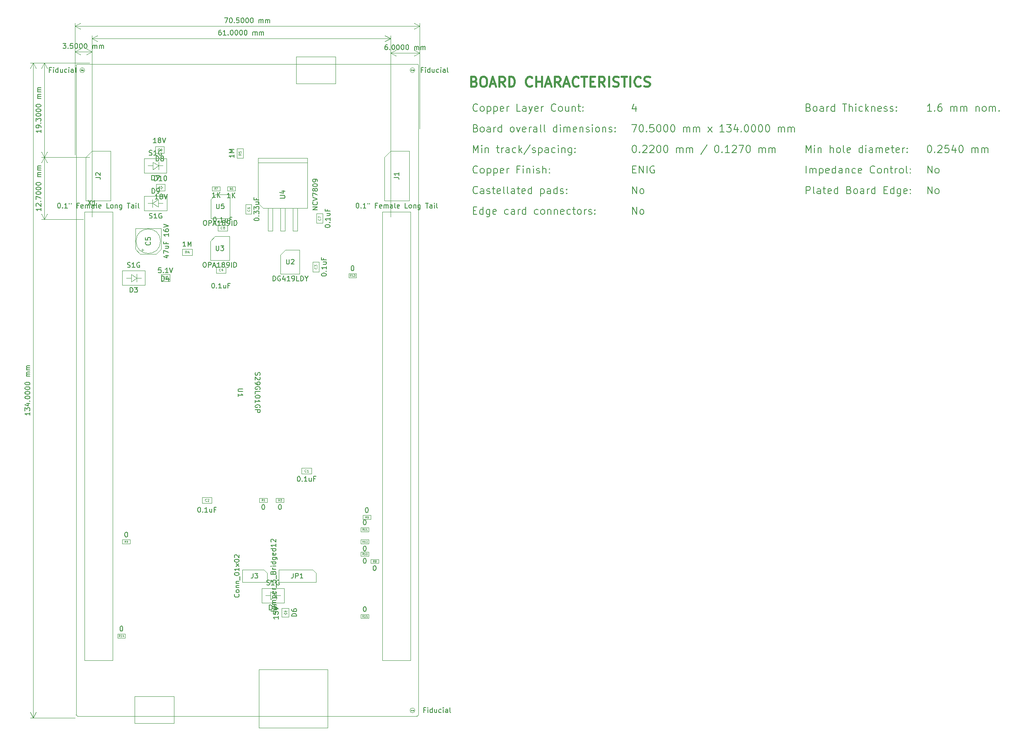
<source format=gbr>
%TF.GenerationSoftware,KiCad,Pcbnew,(6.0.7-1)-1*%
%TF.CreationDate,2022-08-23T13:11:44-05:00*%
%TF.ProjectId,NR1B-ST56,4e523142-2d53-4543-9536-2e6b69636164,rev?*%
%TF.SameCoordinates,Original*%
%TF.FileFunction,AssemblyDrawing,Top*%
%FSLAX46Y46*%
G04 Gerber Fmt 4.6, Leading zero omitted, Abs format (unit mm)*
G04 Created by KiCad (PCBNEW (6.0.7-1)-1) date 2022-08-23 13:11:44*
%MOMM*%
%LPD*%
G01*
G04 APERTURE LIST*
%ADD10C,0.100000*%
%ADD11C,0.200000*%
%ADD12C,0.400000*%
%ADD13C,0.150000*%
%ADD14C,0.060000*%
%ADD15C,0.080000*%
%ADD16C,0.040000*%
%ADD17C,0.120000*%
G04 APERTURE END LIST*
D10*
X233625000Y-109500000D02*
X233625000Y-201250000D01*
X167000000Y-109500000D02*
X172750000Y-109500000D01*
X227875000Y-109500000D02*
X233625000Y-109500000D01*
X167000000Y-201250000D02*
X167000000Y-109500000D01*
X172750000Y-109500000D02*
X172750000Y-201250000D01*
X233625000Y-201250000D02*
X227875000Y-201250000D01*
X227875000Y-201250000D02*
X227875000Y-109500000D01*
X172750000Y-201250000D02*
X167000000Y-201250000D01*
D11*
X314972856Y-88142857D02*
X315187142Y-88214285D01*
X315258571Y-88285714D01*
X315329999Y-88428571D01*
X315329999Y-88642857D01*
X315258571Y-88785714D01*
X315187142Y-88857142D01*
X315044285Y-88928571D01*
X314472856Y-88928571D01*
X314472856Y-87428571D01*
X314972856Y-87428571D01*
X315115714Y-87500000D01*
X315187142Y-87571428D01*
X315258571Y-87714285D01*
X315258571Y-87857142D01*
X315187142Y-88000000D01*
X315115714Y-88071428D01*
X314972856Y-88142857D01*
X314472856Y-88142857D01*
X316187142Y-88928571D02*
X316044285Y-88857142D01*
X315972856Y-88785714D01*
X315901428Y-88642857D01*
X315901428Y-88214285D01*
X315972856Y-88071428D01*
X316044285Y-88000000D01*
X316187142Y-87928571D01*
X316401428Y-87928571D01*
X316544285Y-88000000D01*
X316615714Y-88071428D01*
X316687142Y-88214285D01*
X316687142Y-88642857D01*
X316615714Y-88785714D01*
X316544285Y-88857142D01*
X316401428Y-88928571D01*
X316187142Y-88928571D01*
X317972856Y-88928571D02*
X317972856Y-88142857D01*
X317901428Y-88000000D01*
X317758571Y-87928571D01*
X317472856Y-87928571D01*
X317329999Y-88000000D01*
X317972856Y-88857142D02*
X317829999Y-88928571D01*
X317472856Y-88928571D01*
X317329999Y-88857142D01*
X317258571Y-88714285D01*
X317258571Y-88571428D01*
X317329999Y-88428571D01*
X317472856Y-88357142D01*
X317829999Y-88357142D01*
X317972856Y-88285714D01*
X318687142Y-88928571D02*
X318687142Y-87928571D01*
X318687142Y-88214285D02*
X318758571Y-88071428D01*
X318829999Y-88000000D01*
X318972856Y-87928571D01*
X319115714Y-87928571D01*
X320258571Y-88928571D02*
X320258571Y-87428571D01*
X320258571Y-88857142D02*
X320115714Y-88928571D01*
X319829999Y-88928571D01*
X319687142Y-88857142D01*
X319615714Y-88785714D01*
X319544285Y-88642857D01*
X319544285Y-88214285D01*
X319615714Y-88071428D01*
X319687142Y-88000000D01*
X319829999Y-87928571D01*
X320115714Y-87928571D01*
X320258571Y-88000000D01*
X321901428Y-87428571D02*
X322758571Y-87428571D01*
X322329999Y-88928571D02*
X322329999Y-87428571D01*
X323258571Y-88928571D02*
X323258571Y-87428571D01*
X323901428Y-88928571D02*
X323901428Y-88142857D01*
X323829999Y-88000000D01*
X323687142Y-87928571D01*
X323472856Y-87928571D01*
X323329999Y-88000000D01*
X323258571Y-88071428D01*
X324615714Y-88928571D02*
X324615714Y-87928571D01*
X324615714Y-87428571D02*
X324544285Y-87500000D01*
X324615714Y-87571428D01*
X324687142Y-87500000D01*
X324615714Y-87428571D01*
X324615714Y-87571428D01*
X325972856Y-88857142D02*
X325829999Y-88928571D01*
X325544285Y-88928571D01*
X325401428Y-88857142D01*
X325329999Y-88785714D01*
X325258571Y-88642857D01*
X325258571Y-88214285D01*
X325329999Y-88071428D01*
X325401428Y-88000000D01*
X325544285Y-87928571D01*
X325829999Y-87928571D01*
X325972856Y-88000000D01*
X326615714Y-88928571D02*
X326615714Y-87428571D01*
X326758571Y-88357142D02*
X327187142Y-88928571D01*
X327187142Y-87928571D02*
X326615714Y-88500000D01*
X327829999Y-87928571D02*
X327829999Y-88928571D01*
X327829999Y-88071428D02*
X327901428Y-88000000D01*
X328044285Y-87928571D01*
X328258571Y-87928571D01*
X328401428Y-88000000D01*
X328472856Y-88142857D01*
X328472856Y-88928571D01*
X329758571Y-88857142D02*
X329615714Y-88928571D01*
X329329999Y-88928571D01*
X329187142Y-88857142D01*
X329115714Y-88714285D01*
X329115714Y-88142857D01*
X329187142Y-88000000D01*
X329329999Y-87928571D01*
X329615714Y-87928571D01*
X329758571Y-88000000D01*
X329829999Y-88142857D01*
X329829999Y-88285714D01*
X329115714Y-88428571D01*
X330401428Y-88857142D02*
X330544285Y-88928571D01*
X330829999Y-88928571D01*
X330972856Y-88857142D01*
X331044285Y-88714285D01*
X331044285Y-88642857D01*
X330972856Y-88500000D01*
X330829999Y-88428571D01*
X330615714Y-88428571D01*
X330472856Y-88357142D01*
X330401428Y-88214285D01*
X330401428Y-88142857D01*
X330472856Y-88000000D01*
X330615714Y-87928571D01*
X330829999Y-87928571D01*
X330972856Y-88000000D01*
X331615714Y-88857142D02*
X331758571Y-88928571D01*
X332044285Y-88928571D01*
X332187142Y-88857142D01*
X332258571Y-88714285D01*
X332258571Y-88642857D01*
X332187142Y-88500000D01*
X332044285Y-88428571D01*
X331829999Y-88428571D01*
X331687142Y-88357142D01*
X331615714Y-88214285D01*
X331615714Y-88142857D01*
X331687142Y-88000000D01*
X331829999Y-87928571D01*
X332044285Y-87928571D01*
X332187142Y-88000000D01*
X332901428Y-88785714D02*
X332972856Y-88857142D01*
X332901428Y-88928571D01*
X332829999Y-88857142D01*
X332901428Y-88785714D01*
X332901428Y-88928571D01*
X332901428Y-88000000D02*
X332972856Y-88071428D01*
X332901428Y-88142857D01*
X332829999Y-88071428D01*
X332901428Y-88000000D01*
X332901428Y-88142857D01*
X314472856Y-101573571D02*
X314472856Y-100073571D01*
X315187142Y-101573571D02*
X315187142Y-100573571D01*
X315187142Y-100716428D02*
X315258571Y-100645000D01*
X315401428Y-100573571D01*
X315615714Y-100573571D01*
X315758571Y-100645000D01*
X315829999Y-100787857D01*
X315829999Y-101573571D01*
X315829999Y-100787857D02*
X315901428Y-100645000D01*
X316044285Y-100573571D01*
X316258571Y-100573571D01*
X316401428Y-100645000D01*
X316472856Y-100787857D01*
X316472856Y-101573571D01*
X317187142Y-100573571D02*
X317187142Y-102073571D01*
X317187142Y-100645000D02*
X317329999Y-100573571D01*
X317615714Y-100573571D01*
X317758571Y-100645000D01*
X317829999Y-100716428D01*
X317901428Y-100859285D01*
X317901428Y-101287857D01*
X317829999Y-101430714D01*
X317758571Y-101502142D01*
X317615714Y-101573571D01*
X317329999Y-101573571D01*
X317187142Y-101502142D01*
X319115714Y-101502142D02*
X318972856Y-101573571D01*
X318687142Y-101573571D01*
X318544285Y-101502142D01*
X318472856Y-101359285D01*
X318472856Y-100787857D01*
X318544285Y-100645000D01*
X318687142Y-100573571D01*
X318972856Y-100573571D01*
X319115714Y-100645000D01*
X319187142Y-100787857D01*
X319187142Y-100930714D01*
X318472856Y-101073571D01*
X320472856Y-101573571D02*
X320472856Y-100073571D01*
X320472856Y-101502142D02*
X320329999Y-101573571D01*
X320044285Y-101573571D01*
X319901428Y-101502142D01*
X319829999Y-101430714D01*
X319758571Y-101287857D01*
X319758571Y-100859285D01*
X319829999Y-100716428D01*
X319901428Y-100645000D01*
X320044285Y-100573571D01*
X320329999Y-100573571D01*
X320472856Y-100645000D01*
X321829999Y-101573571D02*
X321829999Y-100787857D01*
X321758571Y-100645000D01*
X321615714Y-100573571D01*
X321329999Y-100573571D01*
X321187142Y-100645000D01*
X321829999Y-101502142D02*
X321687142Y-101573571D01*
X321329999Y-101573571D01*
X321187142Y-101502142D01*
X321115714Y-101359285D01*
X321115714Y-101216428D01*
X321187142Y-101073571D01*
X321329999Y-101002142D01*
X321687142Y-101002142D01*
X321829999Y-100930714D01*
X322544285Y-100573571D02*
X322544285Y-101573571D01*
X322544285Y-100716428D02*
X322615714Y-100645000D01*
X322758571Y-100573571D01*
X322972856Y-100573571D01*
X323115714Y-100645000D01*
X323187142Y-100787857D01*
X323187142Y-101573571D01*
X324544285Y-101502142D02*
X324401428Y-101573571D01*
X324115714Y-101573571D01*
X323972856Y-101502142D01*
X323901428Y-101430714D01*
X323829999Y-101287857D01*
X323829999Y-100859285D01*
X323901428Y-100716428D01*
X323972856Y-100645000D01*
X324115714Y-100573571D01*
X324401428Y-100573571D01*
X324544285Y-100645000D01*
X325758571Y-101502142D02*
X325615714Y-101573571D01*
X325329999Y-101573571D01*
X325187142Y-101502142D01*
X325115714Y-101359285D01*
X325115714Y-100787857D01*
X325187142Y-100645000D01*
X325329999Y-100573571D01*
X325615714Y-100573571D01*
X325758571Y-100645000D01*
X325829999Y-100787857D01*
X325829999Y-100930714D01*
X325115714Y-101073571D01*
X328472856Y-101430714D02*
X328401428Y-101502142D01*
X328187142Y-101573571D01*
X328044285Y-101573571D01*
X327829999Y-101502142D01*
X327687142Y-101359285D01*
X327615714Y-101216428D01*
X327544285Y-100930714D01*
X327544285Y-100716428D01*
X327615714Y-100430714D01*
X327687142Y-100287857D01*
X327829999Y-100145000D01*
X328044285Y-100073571D01*
X328187142Y-100073571D01*
X328401428Y-100145000D01*
X328472856Y-100216428D01*
X329329999Y-101573571D02*
X329187142Y-101502142D01*
X329115714Y-101430714D01*
X329044285Y-101287857D01*
X329044285Y-100859285D01*
X329115714Y-100716428D01*
X329187142Y-100645000D01*
X329329999Y-100573571D01*
X329544285Y-100573571D01*
X329687142Y-100645000D01*
X329758571Y-100716428D01*
X329829999Y-100859285D01*
X329829999Y-101287857D01*
X329758571Y-101430714D01*
X329687142Y-101502142D01*
X329544285Y-101573571D01*
X329329999Y-101573571D01*
X330472856Y-100573571D02*
X330472856Y-101573571D01*
X330472856Y-100716428D02*
X330544285Y-100645000D01*
X330687142Y-100573571D01*
X330901428Y-100573571D01*
X331044285Y-100645000D01*
X331115714Y-100787857D01*
X331115714Y-101573571D01*
X331615714Y-100573571D02*
X332187142Y-100573571D01*
X331829999Y-100073571D02*
X331829999Y-101359285D01*
X331901428Y-101502142D01*
X332044285Y-101573571D01*
X332187142Y-101573571D01*
X332687142Y-101573571D02*
X332687142Y-100573571D01*
X332687142Y-100859285D02*
X332758571Y-100716428D01*
X332829999Y-100645000D01*
X332972856Y-100573571D01*
X333115714Y-100573571D01*
X333829999Y-101573571D02*
X333687142Y-101502142D01*
X333615714Y-101430714D01*
X333544285Y-101287857D01*
X333544285Y-100859285D01*
X333615714Y-100716428D01*
X333687142Y-100645000D01*
X333829999Y-100573571D01*
X334044285Y-100573571D01*
X334187142Y-100645000D01*
X334258571Y-100716428D01*
X334329999Y-100859285D01*
X334329999Y-101287857D01*
X334258571Y-101430714D01*
X334187142Y-101502142D01*
X334044285Y-101573571D01*
X333829999Y-101573571D01*
X335187142Y-101573571D02*
X335044285Y-101502142D01*
X334972856Y-101359285D01*
X334972856Y-100073571D01*
X335758571Y-101430714D02*
X335829999Y-101502142D01*
X335758571Y-101573571D01*
X335687142Y-101502142D01*
X335758571Y-101430714D01*
X335758571Y-101573571D01*
X335758571Y-100645000D02*
X335829999Y-100716428D01*
X335758571Y-100787857D01*
X335687142Y-100716428D01*
X335758571Y-100645000D01*
X335758571Y-100787857D01*
X339601428Y-95858571D02*
X339744285Y-95858571D01*
X339887142Y-95930000D01*
X339958571Y-96001428D01*
X340029999Y-96144285D01*
X340101428Y-96430000D01*
X340101428Y-96787142D01*
X340029999Y-97072857D01*
X339958571Y-97215714D01*
X339887142Y-97287142D01*
X339744285Y-97358571D01*
X339601428Y-97358571D01*
X339458571Y-97287142D01*
X339387142Y-97215714D01*
X339315713Y-97072857D01*
X339244285Y-96787142D01*
X339244285Y-96430000D01*
X339315713Y-96144285D01*
X339387142Y-96001428D01*
X339458571Y-95930000D01*
X339601428Y-95858571D01*
X340744285Y-97215714D02*
X340815713Y-97287142D01*
X340744285Y-97358571D01*
X340672856Y-97287142D01*
X340744285Y-97215714D01*
X340744285Y-97358571D01*
X341387142Y-96001428D02*
X341458571Y-95930000D01*
X341601428Y-95858571D01*
X341958571Y-95858571D01*
X342101428Y-95930000D01*
X342172856Y-96001428D01*
X342244285Y-96144285D01*
X342244285Y-96287142D01*
X342172856Y-96501428D01*
X341315713Y-97358571D01*
X342244285Y-97358571D01*
X343601428Y-95858571D02*
X342887142Y-95858571D01*
X342815713Y-96572857D01*
X342887142Y-96501428D01*
X343029999Y-96430000D01*
X343387142Y-96430000D01*
X343529999Y-96501428D01*
X343601428Y-96572857D01*
X343672856Y-96715714D01*
X343672856Y-97072857D01*
X343601428Y-97215714D01*
X343529999Y-97287142D01*
X343387142Y-97358571D01*
X343029999Y-97358571D01*
X342887142Y-97287142D01*
X342815713Y-97215714D01*
X344958571Y-96358571D02*
X344958571Y-97358571D01*
X344601428Y-95787142D02*
X344244285Y-96858571D01*
X345172856Y-96858571D01*
X346029999Y-95858571D02*
X346172856Y-95858571D01*
X346315713Y-95930000D01*
X346387142Y-96001428D01*
X346458571Y-96144285D01*
X346529999Y-96430000D01*
X346529999Y-96787142D01*
X346458571Y-97072857D01*
X346387142Y-97215714D01*
X346315713Y-97287142D01*
X346172856Y-97358571D01*
X346029999Y-97358571D01*
X345887142Y-97287142D01*
X345815713Y-97215714D01*
X345744285Y-97072857D01*
X345672856Y-96787142D01*
X345672856Y-96430000D01*
X345744285Y-96144285D01*
X345815713Y-96001428D01*
X345887142Y-95930000D01*
X346029999Y-95858571D01*
X348315713Y-97358571D02*
X348315713Y-96358571D01*
X348315713Y-96501428D02*
X348387142Y-96430000D01*
X348529999Y-96358571D01*
X348744285Y-96358571D01*
X348887142Y-96430000D01*
X348958571Y-96572857D01*
X348958571Y-97358571D01*
X348958571Y-96572857D02*
X349029999Y-96430000D01*
X349172856Y-96358571D01*
X349387142Y-96358571D01*
X349529999Y-96430000D01*
X349601428Y-96572857D01*
X349601428Y-97358571D01*
X350315713Y-97358571D02*
X350315713Y-96358571D01*
X350315713Y-96501428D02*
X350387142Y-96430000D01*
X350529999Y-96358571D01*
X350744285Y-96358571D01*
X350887142Y-96430000D01*
X350958571Y-96572857D01*
X350958571Y-97358571D01*
X350958571Y-96572857D02*
X351029999Y-96430000D01*
X351172856Y-96358571D01*
X351387142Y-96358571D01*
X351529999Y-96430000D01*
X351601428Y-96572857D01*
X351601428Y-97358571D01*
X246429999Y-109217857D02*
X246929999Y-109217857D01*
X247144285Y-110003571D02*
X246429999Y-110003571D01*
X246429999Y-108503571D01*
X247144285Y-108503571D01*
X248429999Y-110003571D02*
X248429999Y-108503571D01*
X248429999Y-109932142D02*
X248287142Y-110003571D01*
X248001428Y-110003571D01*
X247858571Y-109932142D01*
X247787142Y-109860714D01*
X247715714Y-109717857D01*
X247715714Y-109289285D01*
X247787142Y-109146428D01*
X247858571Y-109075000D01*
X248001428Y-109003571D01*
X248287142Y-109003571D01*
X248429999Y-109075000D01*
X249787142Y-109003571D02*
X249787142Y-110217857D01*
X249715714Y-110360714D01*
X249644285Y-110432142D01*
X249501428Y-110503571D01*
X249287142Y-110503571D01*
X249144285Y-110432142D01*
X249787142Y-109932142D02*
X249644285Y-110003571D01*
X249358571Y-110003571D01*
X249215714Y-109932142D01*
X249144285Y-109860714D01*
X249072857Y-109717857D01*
X249072857Y-109289285D01*
X249144285Y-109146428D01*
X249215714Y-109075000D01*
X249358571Y-109003571D01*
X249644285Y-109003571D01*
X249787142Y-109075000D01*
X251072857Y-109932142D02*
X250929999Y-110003571D01*
X250644285Y-110003571D01*
X250501428Y-109932142D01*
X250429999Y-109789285D01*
X250429999Y-109217857D01*
X250501428Y-109075000D01*
X250644285Y-109003571D01*
X250929999Y-109003571D01*
X251072857Y-109075000D01*
X251144285Y-109217857D01*
X251144285Y-109360714D01*
X250429999Y-109503571D01*
X253572857Y-109932142D02*
X253429999Y-110003571D01*
X253144285Y-110003571D01*
X253001428Y-109932142D01*
X252929999Y-109860714D01*
X252858571Y-109717857D01*
X252858571Y-109289285D01*
X252929999Y-109146428D01*
X253001428Y-109075000D01*
X253144285Y-109003571D01*
X253429999Y-109003571D01*
X253572857Y-109075000D01*
X254858571Y-110003571D02*
X254858571Y-109217857D01*
X254787142Y-109075000D01*
X254644285Y-109003571D01*
X254358571Y-109003571D01*
X254215714Y-109075000D01*
X254858571Y-109932142D02*
X254715714Y-110003571D01*
X254358571Y-110003571D01*
X254215714Y-109932142D01*
X254144285Y-109789285D01*
X254144285Y-109646428D01*
X254215714Y-109503571D01*
X254358571Y-109432142D01*
X254715714Y-109432142D01*
X254858571Y-109360714D01*
X255572857Y-110003571D02*
X255572857Y-109003571D01*
X255572857Y-109289285D02*
X255644285Y-109146428D01*
X255715714Y-109075000D01*
X255858571Y-109003571D01*
X256001428Y-109003571D01*
X257144285Y-110003571D02*
X257144285Y-108503571D01*
X257144285Y-109932142D02*
X257001428Y-110003571D01*
X256715714Y-110003571D01*
X256572857Y-109932142D01*
X256501428Y-109860714D01*
X256429999Y-109717857D01*
X256429999Y-109289285D01*
X256501428Y-109146428D01*
X256572857Y-109075000D01*
X256715714Y-109003571D01*
X257001428Y-109003571D01*
X257144285Y-109075000D01*
X259644285Y-109932142D02*
X259501428Y-110003571D01*
X259215714Y-110003571D01*
X259072857Y-109932142D01*
X259001428Y-109860714D01*
X258929999Y-109717857D01*
X258929999Y-109289285D01*
X259001428Y-109146428D01*
X259072857Y-109075000D01*
X259215714Y-109003571D01*
X259501428Y-109003571D01*
X259644285Y-109075000D01*
X260501428Y-110003571D02*
X260358571Y-109932142D01*
X260287142Y-109860714D01*
X260215714Y-109717857D01*
X260215714Y-109289285D01*
X260287142Y-109146428D01*
X260358571Y-109075000D01*
X260501428Y-109003571D01*
X260715714Y-109003571D01*
X260858571Y-109075000D01*
X260929999Y-109146428D01*
X261001428Y-109289285D01*
X261001428Y-109717857D01*
X260929999Y-109860714D01*
X260858571Y-109932142D01*
X260715714Y-110003571D01*
X260501428Y-110003571D01*
X261644285Y-109003571D02*
X261644285Y-110003571D01*
X261644285Y-109146428D02*
X261715714Y-109075000D01*
X261858571Y-109003571D01*
X262072857Y-109003571D01*
X262215714Y-109075000D01*
X262287142Y-109217857D01*
X262287142Y-110003571D01*
X263001428Y-109003571D02*
X263001428Y-110003571D01*
X263001428Y-109146428D02*
X263072857Y-109075000D01*
X263215714Y-109003571D01*
X263429999Y-109003571D01*
X263572857Y-109075000D01*
X263644285Y-109217857D01*
X263644285Y-110003571D01*
X264929999Y-109932142D02*
X264787142Y-110003571D01*
X264501428Y-110003571D01*
X264358571Y-109932142D01*
X264287142Y-109789285D01*
X264287142Y-109217857D01*
X264358571Y-109075000D01*
X264501428Y-109003571D01*
X264787142Y-109003571D01*
X264929999Y-109075000D01*
X265001428Y-109217857D01*
X265001428Y-109360714D01*
X264287142Y-109503571D01*
X266287142Y-109932142D02*
X266144285Y-110003571D01*
X265858571Y-110003571D01*
X265715714Y-109932142D01*
X265644285Y-109860714D01*
X265572857Y-109717857D01*
X265572857Y-109289285D01*
X265644285Y-109146428D01*
X265715714Y-109075000D01*
X265858571Y-109003571D01*
X266144285Y-109003571D01*
X266287142Y-109075000D01*
X266715714Y-109003571D02*
X267287142Y-109003571D01*
X266929999Y-108503571D02*
X266929999Y-109789285D01*
X267001428Y-109932142D01*
X267144285Y-110003571D01*
X267287142Y-110003571D01*
X268001428Y-110003571D02*
X267858571Y-109932142D01*
X267787142Y-109860714D01*
X267715714Y-109717857D01*
X267715714Y-109289285D01*
X267787142Y-109146428D01*
X267858571Y-109075000D01*
X268001428Y-109003571D01*
X268215714Y-109003571D01*
X268358571Y-109075000D01*
X268429999Y-109146428D01*
X268501428Y-109289285D01*
X268501428Y-109717857D01*
X268429999Y-109860714D01*
X268358571Y-109932142D01*
X268215714Y-110003571D01*
X268001428Y-110003571D01*
X269144285Y-110003571D02*
X269144285Y-109003571D01*
X269144285Y-109289285D02*
X269215714Y-109146428D01*
X269287142Y-109075000D01*
X269429999Y-109003571D01*
X269572857Y-109003571D01*
X270001428Y-109932142D02*
X270144285Y-110003571D01*
X270429999Y-110003571D01*
X270572857Y-109932142D01*
X270644285Y-109789285D01*
X270644285Y-109717857D01*
X270572857Y-109575000D01*
X270429999Y-109503571D01*
X270215714Y-109503571D01*
X270072857Y-109432142D01*
X270001428Y-109289285D01*
X270001428Y-109217857D01*
X270072857Y-109075000D01*
X270215714Y-109003571D01*
X270429999Y-109003571D01*
X270572857Y-109075000D01*
X271287142Y-109860714D02*
X271358571Y-109932142D01*
X271287142Y-110003571D01*
X271215714Y-109932142D01*
X271287142Y-109860714D01*
X271287142Y-110003571D01*
X271287142Y-109075000D02*
X271358571Y-109146428D01*
X271287142Y-109217857D01*
X271215714Y-109146428D01*
X271287142Y-109075000D01*
X271287142Y-109217857D01*
X247287142Y-105645714D02*
X247215714Y-105717142D01*
X247001428Y-105788571D01*
X246858571Y-105788571D01*
X246644285Y-105717142D01*
X246501428Y-105574285D01*
X246429999Y-105431428D01*
X246358571Y-105145714D01*
X246358571Y-104931428D01*
X246429999Y-104645714D01*
X246501428Y-104502857D01*
X246644285Y-104360000D01*
X246858571Y-104288571D01*
X247001428Y-104288571D01*
X247215714Y-104360000D01*
X247287142Y-104431428D01*
X248572857Y-105788571D02*
X248572857Y-105002857D01*
X248501428Y-104860000D01*
X248358571Y-104788571D01*
X248072857Y-104788571D01*
X247929999Y-104860000D01*
X248572857Y-105717142D02*
X248429999Y-105788571D01*
X248072857Y-105788571D01*
X247929999Y-105717142D01*
X247858571Y-105574285D01*
X247858571Y-105431428D01*
X247929999Y-105288571D01*
X248072857Y-105217142D01*
X248429999Y-105217142D01*
X248572857Y-105145714D01*
X249215714Y-105717142D02*
X249358571Y-105788571D01*
X249644285Y-105788571D01*
X249787142Y-105717142D01*
X249858571Y-105574285D01*
X249858571Y-105502857D01*
X249787142Y-105360000D01*
X249644285Y-105288571D01*
X249429999Y-105288571D01*
X249287142Y-105217142D01*
X249215714Y-105074285D01*
X249215714Y-105002857D01*
X249287142Y-104860000D01*
X249429999Y-104788571D01*
X249644285Y-104788571D01*
X249787142Y-104860000D01*
X250287142Y-104788571D02*
X250858571Y-104788571D01*
X250501428Y-104288571D02*
X250501428Y-105574285D01*
X250572857Y-105717142D01*
X250715714Y-105788571D01*
X250858571Y-105788571D01*
X251929999Y-105717142D02*
X251787142Y-105788571D01*
X251501428Y-105788571D01*
X251358571Y-105717142D01*
X251287142Y-105574285D01*
X251287142Y-105002857D01*
X251358571Y-104860000D01*
X251501428Y-104788571D01*
X251787142Y-104788571D01*
X251929999Y-104860000D01*
X252001428Y-105002857D01*
X252001428Y-105145714D01*
X251287142Y-105288571D01*
X252858571Y-105788571D02*
X252715714Y-105717142D01*
X252644285Y-105574285D01*
X252644285Y-104288571D01*
X253644285Y-105788571D02*
X253501428Y-105717142D01*
X253429999Y-105574285D01*
X253429999Y-104288571D01*
X254858571Y-105788571D02*
X254858571Y-105002857D01*
X254787142Y-104860000D01*
X254644285Y-104788571D01*
X254358571Y-104788571D01*
X254215714Y-104860000D01*
X254858571Y-105717142D02*
X254715714Y-105788571D01*
X254358571Y-105788571D01*
X254215714Y-105717142D01*
X254144285Y-105574285D01*
X254144285Y-105431428D01*
X254215714Y-105288571D01*
X254358571Y-105217142D01*
X254715714Y-105217142D01*
X254858571Y-105145714D01*
X255358571Y-104788571D02*
X255929999Y-104788571D01*
X255572857Y-104288571D02*
X255572857Y-105574285D01*
X255644285Y-105717142D01*
X255787142Y-105788571D01*
X255929999Y-105788571D01*
X257001428Y-105717142D02*
X256858571Y-105788571D01*
X256572857Y-105788571D01*
X256429999Y-105717142D01*
X256358571Y-105574285D01*
X256358571Y-105002857D01*
X256429999Y-104860000D01*
X256572857Y-104788571D01*
X256858571Y-104788571D01*
X257001428Y-104860000D01*
X257072857Y-105002857D01*
X257072857Y-105145714D01*
X256358571Y-105288571D01*
X258358571Y-105788571D02*
X258358571Y-104288571D01*
X258358571Y-105717142D02*
X258215714Y-105788571D01*
X257929999Y-105788571D01*
X257787142Y-105717142D01*
X257715714Y-105645714D01*
X257644285Y-105502857D01*
X257644285Y-105074285D01*
X257715714Y-104931428D01*
X257787142Y-104860000D01*
X257929999Y-104788571D01*
X258215714Y-104788571D01*
X258358571Y-104860000D01*
X260215714Y-104788571D02*
X260215714Y-106288571D01*
X260215714Y-104860000D02*
X260358571Y-104788571D01*
X260644285Y-104788571D01*
X260787142Y-104860000D01*
X260858571Y-104931428D01*
X260929999Y-105074285D01*
X260929999Y-105502857D01*
X260858571Y-105645714D01*
X260787142Y-105717142D01*
X260644285Y-105788571D01*
X260358571Y-105788571D01*
X260215714Y-105717142D01*
X262215714Y-105788571D02*
X262215714Y-105002857D01*
X262144285Y-104860000D01*
X262001428Y-104788571D01*
X261715714Y-104788571D01*
X261572857Y-104860000D01*
X262215714Y-105717142D02*
X262072857Y-105788571D01*
X261715714Y-105788571D01*
X261572857Y-105717142D01*
X261501428Y-105574285D01*
X261501428Y-105431428D01*
X261572857Y-105288571D01*
X261715714Y-105217142D01*
X262072857Y-105217142D01*
X262215714Y-105145714D01*
X263572857Y-105788571D02*
X263572857Y-104288571D01*
X263572857Y-105717142D02*
X263429999Y-105788571D01*
X263144285Y-105788571D01*
X263001428Y-105717142D01*
X262929999Y-105645714D01*
X262858571Y-105502857D01*
X262858571Y-105074285D01*
X262929999Y-104931428D01*
X263001428Y-104860000D01*
X263144285Y-104788571D01*
X263429999Y-104788571D01*
X263572857Y-104860000D01*
X264215714Y-105717142D02*
X264358571Y-105788571D01*
X264644285Y-105788571D01*
X264787142Y-105717142D01*
X264858571Y-105574285D01*
X264858571Y-105502857D01*
X264787142Y-105360000D01*
X264644285Y-105288571D01*
X264429999Y-105288571D01*
X264287142Y-105217142D01*
X264215714Y-105074285D01*
X264215714Y-105002857D01*
X264287142Y-104860000D01*
X264429999Y-104788571D01*
X264644285Y-104788571D01*
X264787142Y-104860000D01*
X265501428Y-105645714D02*
X265572857Y-105717142D01*
X265501428Y-105788571D01*
X265429999Y-105717142D01*
X265501428Y-105645714D01*
X265501428Y-105788571D01*
X265501428Y-104860000D02*
X265572857Y-104931428D01*
X265501428Y-105002857D01*
X265429999Y-104931428D01*
X265501428Y-104860000D01*
X265501428Y-105002857D01*
X314472856Y-97358571D02*
X314472856Y-95858571D01*
X314972856Y-96930000D01*
X315472856Y-95858571D01*
X315472856Y-97358571D01*
X316187142Y-97358571D02*
X316187142Y-96358571D01*
X316187142Y-95858571D02*
X316115714Y-95930000D01*
X316187142Y-96001428D01*
X316258571Y-95930000D01*
X316187142Y-95858571D01*
X316187142Y-96001428D01*
X316901428Y-96358571D02*
X316901428Y-97358571D01*
X316901428Y-96501428D02*
X316972856Y-96430000D01*
X317115714Y-96358571D01*
X317329999Y-96358571D01*
X317472856Y-96430000D01*
X317544285Y-96572857D01*
X317544285Y-97358571D01*
X319401428Y-97358571D02*
X319401428Y-95858571D01*
X320044285Y-97358571D02*
X320044285Y-96572857D01*
X319972856Y-96430000D01*
X319829999Y-96358571D01*
X319615714Y-96358571D01*
X319472856Y-96430000D01*
X319401428Y-96501428D01*
X320972856Y-97358571D02*
X320829999Y-97287142D01*
X320758571Y-97215714D01*
X320687142Y-97072857D01*
X320687142Y-96644285D01*
X320758571Y-96501428D01*
X320829999Y-96430000D01*
X320972856Y-96358571D01*
X321187142Y-96358571D01*
X321329999Y-96430000D01*
X321401428Y-96501428D01*
X321472856Y-96644285D01*
X321472856Y-97072857D01*
X321401428Y-97215714D01*
X321329999Y-97287142D01*
X321187142Y-97358571D01*
X320972856Y-97358571D01*
X322329999Y-97358571D02*
X322187142Y-97287142D01*
X322115714Y-97144285D01*
X322115714Y-95858571D01*
X323472856Y-97287142D02*
X323329999Y-97358571D01*
X323044285Y-97358571D01*
X322901428Y-97287142D01*
X322829999Y-97144285D01*
X322829999Y-96572857D01*
X322901428Y-96430000D01*
X323044285Y-96358571D01*
X323329999Y-96358571D01*
X323472856Y-96430000D01*
X323544285Y-96572857D01*
X323544285Y-96715714D01*
X322829999Y-96858571D01*
X325972856Y-97358571D02*
X325972856Y-95858571D01*
X325972856Y-97287142D02*
X325829999Y-97358571D01*
X325544285Y-97358571D01*
X325401428Y-97287142D01*
X325329999Y-97215714D01*
X325258571Y-97072857D01*
X325258571Y-96644285D01*
X325329999Y-96501428D01*
X325401428Y-96430000D01*
X325544285Y-96358571D01*
X325829999Y-96358571D01*
X325972856Y-96430000D01*
X326687142Y-97358571D02*
X326687142Y-96358571D01*
X326687142Y-95858571D02*
X326615714Y-95930000D01*
X326687142Y-96001428D01*
X326758571Y-95930000D01*
X326687142Y-95858571D01*
X326687142Y-96001428D01*
X328044285Y-97358571D02*
X328044285Y-96572857D01*
X327972856Y-96430000D01*
X327829999Y-96358571D01*
X327544285Y-96358571D01*
X327401428Y-96430000D01*
X328044285Y-97287142D02*
X327901428Y-97358571D01*
X327544285Y-97358571D01*
X327401428Y-97287142D01*
X327329999Y-97144285D01*
X327329999Y-97001428D01*
X327401428Y-96858571D01*
X327544285Y-96787142D01*
X327901428Y-96787142D01*
X328044285Y-96715714D01*
X328758571Y-97358571D02*
X328758571Y-96358571D01*
X328758571Y-96501428D02*
X328829999Y-96430000D01*
X328972856Y-96358571D01*
X329187142Y-96358571D01*
X329329999Y-96430000D01*
X329401428Y-96572857D01*
X329401428Y-97358571D01*
X329401428Y-96572857D02*
X329472856Y-96430000D01*
X329615714Y-96358571D01*
X329829999Y-96358571D01*
X329972856Y-96430000D01*
X330044285Y-96572857D01*
X330044285Y-97358571D01*
X331329999Y-97287142D02*
X331187142Y-97358571D01*
X330901428Y-97358571D01*
X330758571Y-97287142D01*
X330687142Y-97144285D01*
X330687142Y-96572857D01*
X330758571Y-96430000D01*
X330901428Y-96358571D01*
X331187142Y-96358571D01*
X331329999Y-96430000D01*
X331401428Y-96572857D01*
X331401428Y-96715714D01*
X330687142Y-96858571D01*
X331829999Y-96358571D02*
X332401428Y-96358571D01*
X332044285Y-95858571D02*
X332044285Y-97144285D01*
X332115714Y-97287142D01*
X332258571Y-97358571D01*
X332401428Y-97358571D01*
X333472856Y-97287142D02*
X333329999Y-97358571D01*
X333044285Y-97358571D01*
X332901428Y-97287142D01*
X332829999Y-97144285D01*
X332829999Y-96572857D01*
X332901428Y-96430000D01*
X333044285Y-96358571D01*
X333329999Y-96358571D01*
X333472856Y-96430000D01*
X333544285Y-96572857D01*
X333544285Y-96715714D01*
X332829999Y-96858571D01*
X334187142Y-97358571D02*
X334187142Y-96358571D01*
X334187142Y-96644285D02*
X334258571Y-96501428D01*
X334329999Y-96430000D01*
X334472856Y-96358571D01*
X334615714Y-96358571D01*
X335115714Y-97215714D02*
X335187142Y-97287142D01*
X335115714Y-97358571D01*
X335044285Y-97287142D01*
X335115714Y-97215714D01*
X335115714Y-97358571D01*
X335115714Y-96430000D02*
X335187142Y-96501428D01*
X335115714Y-96572857D01*
X335044285Y-96501428D01*
X335115714Y-96430000D01*
X335115714Y-96572857D01*
X339315713Y-101573571D02*
X339315713Y-100073571D01*
X340172856Y-101573571D01*
X340172856Y-100073571D01*
X341101428Y-101573571D02*
X340958571Y-101502142D01*
X340887142Y-101430714D01*
X340815713Y-101287857D01*
X340815713Y-100859285D01*
X340887142Y-100716428D01*
X340958571Y-100645000D01*
X341101428Y-100573571D01*
X341315713Y-100573571D01*
X341458571Y-100645000D01*
X341529999Y-100716428D01*
X341601428Y-100859285D01*
X341601428Y-101287857D01*
X341529999Y-101430714D01*
X341458571Y-101502142D01*
X341315713Y-101573571D01*
X341101428Y-101573571D01*
X314472856Y-105788571D02*
X314472856Y-104288571D01*
X315044285Y-104288571D01*
X315187142Y-104360000D01*
X315258571Y-104431428D01*
X315329999Y-104574285D01*
X315329999Y-104788571D01*
X315258571Y-104931428D01*
X315187142Y-105002857D01*
X315044285Y-105074285D01*
X314472856Y-105074285D01*
X316187142Y-105788571D02*
X316044285Y-105717142D01*
X315972856Y-105574285D01*
X315972856Y-104288571D01*
X317401428Y-105788571D02*
X317401428Y-105002857D01*
X317329999Y-104860000D01*
X317187142Y-104788571D01*
X316901428Y-104788571D01*
X316758571Y-104860000D01*
X317401428Y-105717142D02*
X317258571Y-105788571D01*
X316901428Y-105788571D01*
X316758571Y-105717142D01*
X316687142Y-105574285D01*
X316687142Y-105431428D01*
X316758571Y-105288571D01*
X316901428Y-105217142D01*
X317258571Y-105217142D01*
X317401428Y-105145714D01*
X317901428Y-104788571D02*
X318472856Y-104788571D01*
X318115714Y-104288571D02*
X318115714Y-105574285D01*
X318187142Y-105717142D01*
X318329999Y-105788571D01*
X318472856Y-105788571D01*
X319544285Y-105717142D02*
X319401428Y-105788571D01*
X319115714Y-105788571D01*
X318972856Y-105717142D01*
X318901428Y-105574285D01*
X318901428Y-105002857D01*
X318972856Y-104860000D01*
X319115714Y-104788571D01*
X319401428Y-104788571D01*
X319544285Y-104860000D01*
X319615714Y-105002857D01*
X319615714Y-105145714D01*
X318901428Y-105288571D01*
X320901428Y-105788571D02*
X320901428Y-104288571D01*
X320901428Y-105717142D02*
X320758571Y-105788571D01*
X320472856Y-105788571D01*
X320329999Y-105717142D01*
X320258571Y-105645714D01*
X320187142Y-105502857D01*
X320187142Y-105074285D01*
X320258571Y-104931428D01*
X320329999Y-104860000D01*
X320472856Y-104788571D01*
X320758571Y-104788571D01*
X320901428Y-104860000D01*
X323258571Y-105002857D02*
X323472856Y-105074285D01*
X323544285Y-105145714D01*
X323615714Y-105288571D01*
X323615714Y-105502857D01*
X323544285Y-105645714D01*
X323472856Y-105717142D01*
X323329999Y-105788571D01*
X322758571Y-105788571D01*
X322758571Y-104288571D01*
X323258571Y-104288571D01*
X323401428Y-104360000D01*
X323472856Y-104431428D01*
X323544285Y-104574285D01*
X323544285Y-104717142D01*
X323472856Y-104860000D01*
X323401428Y-104931428D01*
X323258571Y-105002857D01*
X322758571Y-105002857D01*
X324472856Y-105788571D02*
X324329999Y-105717142D01*
X324258571Y-105645714D01*
X324187142Y-105502857D01*
X324187142Y-105074285D01*
X324258571Y-104931428D01*
X324329999Y-104860000D01*
X324472856Y-104788571D01*
X324687142Y-104788571D01*
X324829999Y-104860000D01*
X324901428Y-104931428D01*
X324972856Y-105074285D01*
X324972856Y-105502857D01*
X324901428Y-105645714D01*
X324829999Y-105717142D01*
X324687142Y-105788571D01*
X324472856Y-105788571D01*
X326258571Y-105788571D02*
X326258571Y-105002857D01*
X326187142Y-104860000D01*
X326044285Y-104788571D01*
X325758571Y-104788571D01*
X325615714Y-104860000D01*
X326258571Y-105717142D02*
X326115714Y-105788571D01*
X325758571Y-105788571D01*
X325615714Y-105717142D01*
X325544285Y-105574285D01*
X325544285Y-105431428D01*
X325615714Y-105288571D01*
X325758571Y-105217142D01*
X326115714Y-105217142D01*
X326258571Y-105145714D01*
X326972856Y-105788571D02*
X326972856Y-104788571D01*
X326972856Y-105074285D02*
X327044285Y-104931428D01*
X327115714Y-104860000D01*
X327258571Y-104788571D01*
X327401428Y-104788571D01*
X328544285Y-105788571D02*
X328544285Y-104288571D01*
X328544285Y-105717142D02*
X328401428Y-105788571D01*
X328115714Y-105788571D01*
X327972856Y-105717142D01*
X327901428Y-105645714D01*
X327829999Y-105502857D01*
X327829999Y-105074285D01*
X327901428Y-104931428D01*
X327972856Y-104860000D01*
X328115714Y-104788571D01*
X328401428Y-104788571D01*
X328544285Y-104860000D01*
X330401428Y-105002857D02*
X330901428Y-105002857D01*
X331115714Y-105788571D02*
X330401428Y-105788571D01*
X330401428Y-104288571D01*
X331115714Y-104288571D01*
X332401428Y-105788571D02*
X332401428Y-104288571D01*
X332401428Y-105717142D02*
X332258571Y-105788571D01*
X331972856Y-105788571D01*
X331829999Y-105717142D01*
X331758571Y-105645714D01*
X331687142Y-105502857D01*
X331687142Y-105074285D01*
X331758571Y-104931428D01*
X331829999Y-104860000D01*
X331972856Y-104788571D01*
X332258571Y-104788571D01*
X332401428Y-104860000D01*
X333758571Y-104788571D02*
X333758571Y-106002857D01*
X333687142Y-106145714D01*
X333615714Y-106217142D01*
X333472856Y-106288571D01*
X333258571Y-106288571D01*
X333115714Y-106217142D01*
X333758571Y-105717142D02*
X333615714Y-105788571D01*
X333329999Y-105788571D01*
X333187142Y-105717142D01*
X333115714Y-105645714D01*
X333044285Y-105502857D01*
X333044285Y-105074285D01*
X333115714Y-104931428D01*
X333187142Y-104860000D01*
X333329999Y-104788571D01*
X333615714Y-104788571D01*
X333758571Y-104860000D01*
X335044285Y-105717142D02*
X334901428Y-105788571D01*
X334615714Y-105788571D01*
X334472856Y-105717142D01*
X334401428Y-105574285D01*
X334401428Y-105002857D01*
X334472856Y-104860000D01*
X334615714Y-104788571D01*
X334901428Y-104788571D01*
X335044285Y-104860000D01*
X335115714Y-105002857D01*
X335115714Y-105145714D01*
X334401428Y-105288571D01*
X335758571Y-105645714D02*
X335829999Y-105717142D01*
X335758571Y-105788571D01*
X335687142Y-105717142D01*
X335758571Y-105645714D01*
X335758571Y-105788571D01*
X335758571Y-104860000D02*
X335829999Y-104931428D01*
X335758571Y-105002857D01*
X335687142Y-104931428D01*
X335758571Y-104860000D01*
X335758571Y-105002857D01*
X247287142Y-101430714D02*
X247215714Y-101502142D01*
X247001428Y-101573571D01*
X246858571Y-101573571D01*
X246644285Y-101502142D01*
X246501428Y-101359285D01*
X246429999Y-101216428D01*
X246358571Y-100930714D01*
X246358571Y-100716428D01*
X246429999Y-100430714D01*
X246501428Y-100287857D01*
X246644285Y-100145000D01*
X246858571Y-100073571D01*
X247001428Y-100073571D01*
X247215714Y-100145000D01*
X247287142Y-100216428D01*
X248144285Y-101573571D02*
X248001428Y-101502142D01*
X247929999Y-101430714D01*
X247858571Y-101287857D01*
X247858571Y-100859285D01*
X247929999Y-100716428D01*
X248001428Y-100645000D01*
X248144285Y-100573571D01*
X248358571Y-100573571D01*
X248501428Y-100645000D01*
X248572857Y-100716428D01*
X248644285Y-100859285D01*
X248644285Y-101287857D01*
X248572857Y-101430714D01*
X248501428Y-101502142D01*
X248358571Y-101573571D01*
X248144285Y-101573571D01*
X249287142Y-100573571D02*
X249287142Y-102073571D01*
X249287142Y-100645000D02*
X249429999Y-100573571D01*
X249715714Y-100573571D01*
X249858571Y-100645000D01*
X249929999Y-100716428D01*
X250001428Y-100859285D01*
X250001428Y-101287857D01*
X249929999Y-101430714D01*
X249858571Y-101502142D01*
X249715714Y-101573571D01*
X249429999Y-101573571D01*
X249287142Y-101502142D01*
X250644285Y-100573571D02*
X250644285Y-102073571D01*
X250644285Y-100645000D02*
X250787142Y-100573571D01*
X251072857Y-100573571D01*
X251215714Y-100645000D01*
X251287142Y-100716428D01*
X251358571Y-100859285D01*
X251358571Y-101287857D01*
X251287142Y-101430714D01*
X251215714Y-101502142D01*
X251072857Y-101573571D01*
X250787142Y-101573571D01*
X250644285Y-101502142D01*
X252572857Y-101502142D02*
X252429999Y-101573571D01*
X252144285Y-101573571D01*
X252001428Y-101502142D01*
X251929999Y-101359285D01*
X251929999Y-100787857D01*
X252001428Y-100645000D01*
X252144285Y-100573571D01*
X252429999Y-100573571D01*
X252572857Y-100645000D01*
X252644285Y-100787857D01*
X252644285Y-100930714D01*
X251929999Y-101073571D01*
X253287142Y-101573571D02*
X253287142Y-100573571D01*
X253287142Y-100859285D02*
X253358571Y-100716428D01*
X253429999Y-100645000D01*
X253572857Y-100573571D01*
X253715714Y-100573571D01*
X255858571Y-100787857D02*
X255358571Y-100787857D01*
X255358571Y-101573571D02*
X255358571Y-100073571D01*
X256072857Y-100073571D01*
X256644285Y-101573571D02*
X256644285Y-100573571D01*
X256644285Y-100073571D02*
X256572857Y-100145000D01*
X256644285Y-100216428D01*
X256715714Y-100145000D01*
X256644285Y-100073571D01*
X256644285Y-100216428D01*
X257358571Y-100573571D02*
X257358571Y-101573571D01*
X257358571Y-100716428D02*
X257429999Y-100645000D01*
X257572857Y-100573571D01*
X257787142Y-100573571D01*
X257929999Y-100645000D01*
X258001428Y-100787857D01*
X258001428Y-101573571D01*
X258715714Y-101573571D02*
X258715714Y-100573571D01*
X258715714Y-100073571D02*
X258644285Y-100145000D01*
X258715714Y-100216428D01*
X258787142Y-100145000D01*
X258715714Y-100073571D01*
X258715714Y-100216428D01*
X259358571Y-101502142D02*
X259501428Y-101573571D01*
X259787142Y-101573571D01*
X259929999Y-101502142D01*
X260001428Y-101359285D01*
X260001428Y-101287857D01*
X259929999Y-101145000D01*
X259787142Y-101073571D01*
X259572857Y-101073571D01*
X259429999Y-101002142D01*
X259358571Y-100859285D01*
X259358571Y-100787857D01*
X259429999Y-100645000D01*
X259572857Y-100573571D01*
X259787142Y-100573571D01*
X259929999Y-100645000D01*
X260644285Y-101573571D02*
X260644285Y-100073571D01*
X261287142Y-101573571D02*
X261287142Y-100787857D01*
X261215714Y-100645000D01*
X261072857Y-100573571D01*
X260858571Y-100573571D01*
X260715714Y-100645000D01*
X260644285Y-100716428D01*
X262001428Y-101430714D02*
X262072857Y-101502142D01*
X262001428Y-101573571D01*
X261929999Y-101502142D01*
X262001428Y-101430714D01*
X262001428Y-101573571D01*
X262001428Y-100645000D02*
X262072857Y-100716428D01*
X262001428Y-100787857D01*
X261929999Y-100716428D01*
X262001428Y-100645000D01*
X262001428Y-100787857D01*
X247287142Y-88785714D02*
X247215714Y-88857142D01*
X247001428Y-88928571D01*
X246858571Y-88928571D01*
X246644285Y-88857142D01*
X246501428Y-88714285D01*
X246429999Y-88571428D01*
X246358571Y-88285714D01*
X246358571Y-88071428D01*
X246429999Y-87785714D01*
X246501428Y-87642857D01*
X246644285Y-87500000D01*
X246858571Y-87428571D01*
X247001428Y-87428571D01*
X247215714Y-87500000D01*
X247287142Y-87571428D01*
X248144285Y-88928571D02*
X248001428Y-88857142D01*
X247929999Y-88785714D01*
X247858571Y-88642857D01*
X247858571Y-88214285D01*
X247929999Y-88071428D01*
X248001428Y-88000000D01*
X248144285Y-87928571D01*
X248358571Y-87928571D01*
X248501428Y-88000000D01*
X248572857Y-88071428D01*
X248644285Y-88214285D01*
X248644285Y-88642857D01*
X248572857Y-88785714D01*
X248501428Y-88857142D01*
X248358571Y-88928571D01*
X248144285Y-88928571D01*
X249287142Y-87928571D02*
X249287142Y-89428571D01*
X249287142Y-88000000D02*
X249429999Y-87928571D01*
X249715714Y-87928571D01*
X249858571Y-88000000D01*
X249929999Y-88071428D01*
X250001428Y-88214285D01*
X250001428Y-88642857D01*
X249929999Y-88785714D01*
X249858571Y-88857142D01*
X249715714Y-88928571D01*
X249429999Y-88928571D01*
X249287142Y-88857142D01*
X250644285Y-87928571D02*
X250644285Y-89428571D01*
X250644285Y-88000000D02*
X250787142Y-87928571D01*
X251072857Y-87928571D01*
X251215714Y-88000000D01*
X251287142Y-88071428D01*
X251358571Y-88214285D01*
X251358571Y-88642857D01*
X251287142Y-88785714D01*
X251215714Y-88857142D01*
X251072857Y-88928571D01*
X250787142Y-88928571D01*
X250644285Y-88857142D01*
X252572857Y-88857142D02*
X252429999Y-88928571D01*
X252144285Y-88928571D01*
X252001428Y-88857142D01*
X251929999Y-88714285D01*
X251929999Y-88142857D01*
X252001428Y-88000000D01*
X252144285Y-87928571D01*
X252429999Y-87928571D01*
X252572857Y-88000000D01*
X252644285Y-88142857D01*
X252644285Y-88285714D01*
X251929999Y-88428571D01*
X253287142Y-88928571D02*
X253287142Y-87928571D01*
X253287142Y-88214285D02*
X253358571Y-88071428D01*
X253429999Y-88000000D01*
X253572857Y-87928571D01*
X253715714Y-87928571D01*
X256072857Y-88928571D02*
X255358571Y-88928571D01*
X255358571Y-87428571D01*
X257215714Y-88928571D02*
X257215714Y-88142857D01*
X257144285Y-88000000D01*
X257001428Y-87928571D01*
X256715714Y-87928571D01*
X256572857Y-88000000D01*
X257215714Y-88857142D02*
X257072857Y-88928571D01*
X256715714Y-88928571D01*
X256572857Y-88857142D01*
X256501428Y-88714285D01*
X256501428Y-88571428D01*
X256572857Y-88428571D01*
X256715714Y-88357142D01*
X257072857Y-88357142D01*
X257215714Y-88285714D01*
X257787142Y-87928571D02*
X258144285Y-88928571D01*
X258501428Y-87928571D02*
X258144285Y-88928571D01*
X258001428Y-89285714D01*
X257929999Y-89357142D01*
X257787142Y-89428571D01*
X259644285Y-88857142D02*
X259501428Y-88928571D01*
X259215714Y-88928571D01*
X259072857Y-88857142D01*
X259001428Y-88714285D01*
X259001428Y-88142857D01*
X259072857Y-88000000D01*
X259215714Y-87928571D01*
X259501428Y-87928571D01*
X259644285Y-88000000D01*
X259715714Y-88142857D01*
X259715714Y-88285714D01*
X259001428Y-88428571D01*
X260358571Y-88928571D02*
X260358571Y-87928571D01*
X260358571Y-88214285D02*
X260429999Y-88071428D01*
X260501428Y-88000000D01*
X260644285Y-87928571D01*
X260787142Y-87928571D01*
X263287142Y-88785714D02*
X263215714Y-88857142D01*
X263001428Y-88928571D01*
X262858571Y-88928571D01*
X262644285Y-88857142D01*
X262501428Y-88714285D01*
X262429999Y-88571428D01*
X262358571Y-88285714D01*
X262358571Y-88071428D01*
X262429999Y-87785714D01*
X262501428Y-87642857D01*
X262644285Y-87500000D01*
X262858571Y-87428571D01*
X263001428Y-87428571D01*
X263215714Y-87500000D01*
X263287142Y-87571428D01*
X264144285Y-88928571D02*
X264001428Y-88857142D01*
X263929999Y-88785714D01*
X263858571Y-88642857D01*
X263858571Y-88214285D01*
X263929999Y-88071428D01*
X264001428Y-88000000D01*
X264144285Y-87928571D01*
X264358571Y-87928571D01*
X264501428Y-88000000D01*
X264572857Y-88071428D01*
X264644285Y-88214285D01*
X264644285Y-88642857D01*
X264572857Y-88785714D01*
X264501428Y-88857142D01*
X264358571Y-88928571D01*
X264144285Y-88928571D01*
X265929999Y-87928571D02*
X265929999Y-88928571D01*
X265287142Y-87928571D02*
X265287142Y-88714285D01*
X265358571Y-88857142D01*
X265501428Y-88928571D01*
X265715714Y-88928571D01*
X265858571Y-88857142D01*
X265929999Y-88785714D01*
X266644285Y-87928571D02*
X266644285Y-88928571D01*
X266644285Y-88071428D02*
X266715714Y-88000000D01*
X266858571Y-87928571D01*
X267072857Y-87928571D01*
X267215714Y-88000000D01*
X267287142Y-88142857D01*
X267287142Y-88928571D01*
X267787142Y-87928571D02*
X268358571Y-87928571D01*
X268001428Y-87428571D02*
X268001428Y-88714285D01*
X268072857Y-88857142D01*
X268215714Y-88928571D01*
X268358571Y-88928571D01*
X268858571Y-88785714D02*
X268929999Y-88857142D01*
X268858571Y-88928571D01*
X268787142Y-88857142D01*
X268858571Y-88785714D01*
X268858571Y-88928571D01*
X268858571Y-88000000D02*
X268929999Y-88071428D01*
X268858571Y-88142857D01*
X268787142Y-88071428D01*
X268858571Y-88000000D01*
X268858571Y-88142857D01*
X246429999Y-97358571D02*
X246429999Y-95858571D01*
X246929999Y-96930000D01*
X247429999Y-95858571D01*
X247429999Y-97358571D01*
X248144285Y-97358571D02*
X248144285Y-96358571D01*
X248144285Y-95858571D02*
X248072857Y-95930000D01*
X248144285Y-96001428D01*
X248215714Y-95930000D01*
X248144285Y-95858571D01*
X248144285Y-96001428D01*
X248858571Y-96358571D02*
X248858571Y-97358571D01*
X248858571Y-96501428D02*
X248929999Y-96430000D01*
X249072857Y-96358571D01*
X249287142Y-96358571D01*
X249429999Y-96430000D01*
X249501428Y-96572857D01*
X249501428Y-97358571D01*
X251144285Y-96358571D02*
X251715714Y-96358571D01*
X251358571Y-95858571D02*
X251358571Y-97144285D01*
X251429999Y-97287142D01*
X251572857Y-97358571D01*
X251715714Y-97358571D01*
X252215714Y-97358571D02*
X252215714Y-96358571D01*
X252215714Y-96644285D02*
X252287142Y-96501428D01*
X252358571Y-96430000D01*
X252501428Y-96358571D01*
X252644285Y-96358571D01*
X253787142Y-97358571D02*
X253787142Y-96572857D01*
X253715714Y-96430000D01*
X253572857Y-96358571D01*
X253287142Y-96358571D01*
X253144285Y-96430000D01*
X253787142Y-97287142D02*
X253644285Y-97358571D01*
X253287142Y-97358571D01*
X253144285Y-97287142D01*
X253072857Y-97144285D01*
X253072857Y-97001428D01*
X253144285Y-96858571D01*
X253287142Y-96787142D01*
X253644285Y-96787142D01*
X253787142Y-96715714D01*
X255144285Y-97287142D02*
X255001428Y-97358571D01*
X254715714Y-97358571D01*
X254572857Y-97287142D01*
X254501428Y-97215714D01*
X254429999Y-97072857D01*
X254429999Y-96644285D01*
X254501428Y-96501428D01*
X254572857Y-96430000D01*
X254715714Y-96358571D01*
X255001428Y-96358571D01*
X255144285Y-96430000D01*
X255787142Y-97358571D02*
X255787142Y-95858571D01*
X255929999Y-96787142D02*
X256358571Y-97358571D01*
X256358571Y-96358571D02*
X255787142Y-96930000D01*
X258072857Y-95787142D02*
X256787142Y-97715714D01*
X258501428Y-97287142D02*
X258644285Y-97358571D01*
X258929999Y-97358571D01*
X259072857Y-97287142D01*
X259144285Y-97144285D01*
X259144285Y-97072857D01*
X259072857Y-96930000D01*
X258929999Y-96858571D01*
X258715714Y-96858571D01*
X258572857Y-96787142D01*
X258501428Y-96644285D01*
X258501428Y-96572857D01*
X258572857Y-96430000D01*
X258715714Y-96358571D01*
X258929999Y-96358571D01*
X259072857Y-96430000D01*
X259787142Y-96358571D02*
X259787142Y-97858571D01*
X259787142Y-96430000D02*
X259929999Y-96358571D01*
X260215714Y-96358571D01*
X260358571Y-96430000D01*
X260429999Y-96501428D01*
X260501428Y-96644285D01*
X260501428Y-97072857D01*
X260429999Y-97215714D01*
X260358571Y-97287142D01*
X260215714Y-97358571D01*
X259929999Y-97358571D01*
X259787142Y-97287142D01*
X261787142Y-97358571D02*
X261787142Y-96572857D01*
X261715714Y-96430000D01*
X261572857Y-96358571D01*
X261287142Y-96358571D01*
X261144285Y-96430000D01*
X261787142Y-97287142D02*
X261644285Y-97358571D01*
X261287142Y-97358571D01*
X261144285Y-97287142D01*
X261072857Y-97144285D01*
X261072857Y-97001428D01*
X261144285Y-96858571D01*
X261287142Y-96787142D01*
X261644285Y-96787142D01*
X261787142Y-96715714D01*
X263144285Y-97287142D02*
X263001428Y-97358571D01*
X262715714Y-97358571D01*
X262572857Y-97287142D01*
X262501428Y-97215714D01*
X262429999Y-97072857D01*
X262429999Y-96644285D01*
X262501428Y-96501428D01*
X262572857Y-96430000D01*
X262715714Y-96358571D01*
X263001428Y-96358571D01*
X263144285Y-96430000D01*
X263787142Y-97358571D02*
X263787142Y-96358571D01*
X263787142Y-95858571D02*
X263715714Y-95930000D01*
X263787142Y-96001428D01*
X263858571Y-95930000D01*
X263787142Y-95858571D01*
X263787142Y-96001428D01*
X264501428Y-96358571D02*
X264501428Y-97358571D01*
X264501428Y-96501428D02*
X264572857Y-96430000D01*
X264715714Y-96358571D01*
X264929999Y-96358571D01*
X265072857Y-96430000D01*
X265144285Y-96572857D01*
X265144285Y-97358571D01*
X266501428Y-96358571D02*
X266501428Y-97572857D01*
X266429999Y-97715714D01*
X266358571Y-97787142D01*
X266215714Y-97858571D01*
X266001428Y-97858571D01*
X265858571Y-97787142D01*
X266501428Y-97287142D02*
X266358571Y-97358571D01*
X266072857Y-97358571D01*
X265929999Y-97287142D01*
X265858571Y-97215714D01*
X265787142Y-97072857D01*
X265787142Y-96644285D01*
X265858571Y-96501428D01*
X265929999Y-96430000D01*
X266072857Y-96358571D01*
X266358571Y-96358571D01*
X266501428Y-96430000D01*
X267215714Y-97215714D02*
X267287142Y-97287142D01*
X267215714Y-97358571D01*
X267144285Y-97287142D01*
X267215714Y-97215714D01*
X267215714Y-97358571D01*
X267215714Y-96430000D02*
X267287142Y-96501428D01*
X267215714Y-96572857D01*
X267144285Y-96501428D01*
X267215714Y-96430000D01*
X267215714Y-96572857D01*
X339315713Y-105788571D02*
X339315713Y-104288571D01*
X340172856Y-105788571D01*
X340172856Y-104288571D01*
X341101428Y-105788571D02*
X340958571Y-105717142D01*
X340887142Y-105645714D01*
X340815713Y-105502857D01*
X340815713Y-105074285D01*
X340887142Y-104931428D01*
X340958571Y-104860000D01*
X341101428Y-104788571D01*
X341315713Y-104788571D01*
X341458571Y-104860000D01*
X341529999Y-104931428D01*
X341601428Y-105074285D01*
X341601428Y-105502857D01*
X341529999Y-105645714D01*
X341458571Y-105717142D01*
X341315713Y-105788571D01*
X341101428Y-105788571D01*
X246929999Y-92357857D02*
X247144285Y-92429285D01*
X247215714Y-92500714D01*
X247287142Y-92643571D01*
X247287142Y-92857857D01*
X247215714Y-93000714D01*
X247144285Y-93072142D01*
X247001428Y-93143571D01*
X246429999Y-93143571D01*
X246429999Y-91643571D01*
X246929999Y-91643571D01*
X247072857Y-91715000D01*
X247144285Y-91786428D01*
X247215714Y-91929285D01*
X247215714Y-92072142D01*
X247144285Y-92215000D01*
X247072857Y-92286428D01*
X246929999Y-92357857D01*
X246429999Y-92357857D01*
X248144285Y-93143571D02*
X248001428Y-93072142D01*
X247929999Y-93000714D01*
X247858571Y-92857857D01*
X247858571Y-92429285D01*
X247929999Y-92286428D01*
X248001428Y-92215000D01*
X248144285Y-92143571D01*
X248358571Y-92143571D01*
X248501428Y-92215000D01*
X248572857Y-92286428D01*
X248644285Y-92429285D01*
X248644285Y-92857857D01*
X248572857Y-93000714D01*
X248501428Y-93072142D01*
X248358571Y-93143571D01*
X248144285Y-93143571D01*
X249929999Y-93143571D02*
X249929999Y-92357857D01*
X249858571Y-92215000D01*
X249715714Y-92143571D01*
X249429999Y-92143571D01*
X249287142Y-92215000D01*
X249929999Y-93072142D02*
X249787142Y-93143571D01*
X249429999Y-93143571D01*
X249287142Y-93072142D01*
X249215714Y-92929285D01*
X249215714Y-92786428D01*
X249287142Y-92643571D01*
X249429999Y-92572142D01*
X249787142Y-92572142D01*
X249929999Y-92500714D01*
X250644285Y-93143571D02*
X250644285Y-92143571D01*
X250644285Y-92429285D02*
X250715714Y-92286428D01*
X250787142Y-92215000D01*
X250929999Y-92143571D01*
X251072857Y-92143571D01*
X252215714Y-93143571D02*
X252215714Y-91643571D01*
X252215714Y-93072142D02*
X252072857Y-93143571D01*
X251787142Y-93143571D01*
X251644285Y-93072142D01*
X251572857Y-93000714D01*
X251501428Y-92857857D01*
X251501428Y-92429285D01*
X251572857Y-92286428D01*
X251644285Y-92215000D01*
X251787142Y-92143571D01*
X252072857Y-92143571D01*
X252215714Y-92215000D01*
X254287142Y-93143571D02*
X254144285Y-93072142D01*
X254072857Y-93000714D01*
X254001428Y-92857857D01*
X254001428Y-92429285D01*
X254072857Y-92286428D01*
X254144285Y-92215000D01*
X254287142Y-92143571D01*
X254501428Y-92143571D01*
X254644285Y-92215000D01*
X254715714Y-92286428D01*
X254787142Y-92429285D01*
X254787142Y-92857857D01*
X254715714Y-93000714D01*
X254644285Y-93072142D01*
X254501428Y-93143571D01*
X254287142Y-93143571D01*
X255287142Y-92143571D02*
X255644285Y-93143571D01*
X256001428Y-92143571D01*
X257144285Y-93072142D02*
X257001428Y-93143571D01*
X256715714Y-93143571D01*
X256572857Y-93072142D01*
X256501428Y-92929285D01*
X256501428Y-92357857D01*
X256572857Y-92215000D01*
X256715714Y-92143571D01*
X257001428Y-92143571D01*
X257144285Y-92215000D01*
X257215714Y-92357857D01*
X257215714Y-92500714D01*
X256501428Y-92643571D01*
X257858571Y-93143571D02*
X257858571Y-92143571D01*
X257858571Y-92429285D02*
X257929999Y-92286428D01*
X258001428Y-92215000D01*
X258144285Y-92143571D01*
X258287142Y-92143571D01*
X259429999Y-93143571D02*
X259429999Y-92357857D01*
X259358571Y-92215000D01*
X259215714Y-92143571D01*
X258929999Y-92143571D01*
X258787142Y-92215000D01*
X259429999Y-93072142D02*
X259287142Y-93143571D01*
X258929999Y-93143571D01*
X258787142Y-93072142D01*
X258715714Y-92929285D01*
X258715714Y-92786428D01*
X258787142Y-92643571D01*
X258929999Y-92572142D01*
X259287142Y-92572142D01*
X259429999Y-92500714D01*
X260358571Y-93143571D02*
X260215714Y-93072142D01*
X260144285Y-92929285D01*
X260144285Y-91643571D01*
X261144285Y-93143571D02*
X261001428Y-93072142D01*
X260929999Y-92929285D01*
X260929999Y-91643571D01*
X263501428Y-93143571D02*
X263501428Y-91643571D01*
X263501428Y-93072142D02*
X263358571Y-93143571D01*
X263072857Y-93143571D01*
X262929999Y-93072142D01*
X262858571Y-93000714D01*
X262787142Y-92857857D01*
X262787142Y-92429285D01*
X262858571Y-92286428D01*
X262929999Y-92215000D01*
X263072857Y-92143571D01*
X263358571Y-92143571D01*
X263501428Y-92215000D01*
X264215714Y-93143571D02*
X264215714Y-92143571D01*
X264215714Y-91643571D02*
X264144285Y-91715000D01*
X264215714Y-91786428D01*
X264287142Y-91715000D01*
X264215714Y-91643571D01*
X264215714Y-91786428D01*
X264929999Y-93143571D02*
X264929999Y-92143571D01*
X264929999Y-92286428D02*
X265001428Y-92215000D01*
X265144285Y-92143571D01*
X265358571Y-92143571D01*
X265501428Y-92215000D01*
X265572857Y-92357857D01*
X265572857Y-93143571D01*
X265572857Y-92357857D02*
X265644285Y-92215000D01*
X265787142Y-92143571D01*
X266001428Y-92143571D01*
X266144285Y-92215000D01*
X266215714Y-92357857D01*
X266215714Y-93143571D01*
X267501428Y-93072142D02*
X267358571Y-93143571D01*
X267072857Y-93143571D01*
X266929999Y-93072142D01*
X266858571Y-92929285D01*
X266858571Y-92357857D01*
X266929999Y-92215000D01*
X267072857Y-92143571D01*
X267358571Y-92143571D01*
X267501428Y-92215000D01*
X267572857Y-92357857D01*
X267572857Y-92500714D01*
X266858571Y-92643571D01*
X268215714Y-92143571D02*
X268215714Y-93143571D01*
X268215714Y-92286428D02*
X268287142Y-92215000D01*
X268429999Y-92143571D01*
X268644285Y-92143571D01*
X268787142Y-92215000D01*
X268858571Y-92357857D01*
X268858571Y-93143571D01*
X269501428Y-93072142D02*
X269644285Y-93143571D01*
X269929999Y-93143571D01*
X270072857Y-93072142D01*
X270144285Y-92929285D01*
X270144285Y-92857857D01*
X270072857Y-92715000D01*
X269929999Y-92643571D01*
X269715714Y-92643571D01*
X269572857Y-92572142D01*
X269501428Y-92429285D01*
X269501428Y-92357857D01*
X269572857Y-92215000D01*
X269715714Y-92143571D01*
X269929999Y-92143571D01*
X270072857Y-92215000D01*
X270787142Y-93143571D02*
X270787142Y-92143571D01*
X270787142Y-91643571D02*
X270715714Y-91715000D01*
X270787142Y-91786428D01*
X270858571Y-91715000D01*
X270787142Y-91643571D01*
X270787142Y-91786428D01*
X271715714Y-93143571D02*
X271572857Y-93072142D01*
X271501428Y-93000714D01*
X271429999Y-92857857D01*
X271429999Y-92429285D01*
X271501428Y-92286428D01*
X271572857Y-92215000D01*
X271715714Y-92143571D01*
X271929999Y-92143571D01*
X272072857Y-92215000D01*
X272144285Y-92286428D01*
X272215714Y-92429285D01*
X272215714Y-92857857D01*
X272144285Y-93000714D01*
X272072857Y-93072142D01*
X271929999Y-93143571D01*
X271715714Y-93143571D01*
X272858571Y-92143571D02*
X272858571Y-93143571D01*
X272858571Y-92286428D02*
X272929999Y-92215000D01*
X273072857Y-92143571D01*
X273287142Y-92143571D01*
X273429999Y-92215000D01*
X273501428Y-92357857D01*
X273501428Y-93143571D01*
X274144285Y-93072142D02*
X274287142Y-93143571D01*
X274572857Y-93143571D01*
X274715714Y-93072142D01*
X274787142Y-92929285D01*
X274787142Y-92857857D01*
X274715714Y-92715000D01*
X274572857Y-92643571D01*
X274358571Y-92643571D01*
X274215714Y-92572142D01*
X274144285Y-92429285D01*
X274144285Y-92357857D01*
X274215714Y-92215000D01*
X274358571Y-92143571D01*
X274572857Y-92143571D01*
X274715714Y-92215000D01*
X275429999Y-93000714D02*
X275501428Y-93072142D01*
X275429999Y-93143571D01*
X275358571Y-93072142D01*
X275429999Y-93000714D01*
X275429999Y-93143571D01*
X275429999Y-92215000D02*
X275501428Y-92286428D01*
X275429999Y-92357857D01*
X275358571Y-92286428D01*
X275429999Y-92215000D01*
X275429999Y-92357857D01*
X340101428Y-88928571D02*
X339244285Y-88928571D01*
X339672856Y-88928571D02*
X339672856Y-87428571D01*
X339529999Y-87642857D01*
X339387142Y-87785714D01*
X339244285Y-87857142D01*
X340744285Y-88785714D02*
X340815713Y-88857142D01*
X340744285Y-88928571D01*
X340672856Y-88857142D01*
X340744285Y-88785714D01*
X340744285Y-88928571D01*
X342101428Y-87428571D02*
X341815713Y-87428571D01*
X341672856Y-87500000D01*
X341601428Y-87571428D01*
X341458571Y-87785714D01*
X341387142Y-88071428D01*
X341387142Y-88642857D01*
X341458571Y-88785714D01*
X341529999Y-88857142D01*
X341672856Y-88928571D01*
X341958571Y-88928571D01*
X342101428Y-88857142D01*
X342172856Y-88785714D01*
X342244285Y-88642857D01*
X342244285Y-88285714D01*
X342172856Y-88142857D01*
X342101428Y-88071428D01*
X341958571Y-88000000D01*
X341672856Y-88000000D01*
X341529999Y-88071428D01*
X341458571Y-88142857D01*
X341387142Y-88285714D01*
X344029999Y-88928571D02*
X344029999Y-87928571D01*
X344029999Y-88071428D02*
X344101428Y-88000000D01*
X344244285Y-87928571D01*
X344458571Y-87928571D01*
X344601428Y-88000000D01*
X344672856Y-88142857D01*
X344672856Y-88928571D01*
X344672856Y-88142857D02*
X344744285Y-88000000D01*
X344887142Y-87928571D01*
X345101428Y-87928571D01*
X345244285Y-88000000D01*
X345315713Y-88142857D01*
X345315713Y-88928571D01*
X346029999Y-88928571D02*
X346029999Y-87928571D01*
X346029999Y-88071428D02*
X346101428Y-88000000D01*
X346244285Y-87928571D01*
X346458571Y-87928571D01*
X346601428Y-88000000D01*
X346672856Y-88142857D01*
X346672856Y-88928571D01*
X346672856Y-88142857D02*
X346744285Y-88000000D01*
X346887142Y-87928571D01*
X347101428Y-87928571D01*
X347244285Y-88000000D01*
X347315713Y-88142857D01*
X347315713Y-88928571D01*
X349172856Y-87928571D02*
X349172856Y-88928571D01*
X349172856Y-88071428D02*
X349244285Y-88000000D01*
X349387142Y-87928571D01*
X349601428Y-87928571D01*
X349744285Y-88000000D01*
X349815713Y-88142857D01*
X349815713Y-88928571D01*
X350744285Y-88928571D02*
X350601428Y-88857142D01*
X350529999Y-88785714D01*
X350458571Y-88642857D01*
X350458571Y-88214285D01*
X350529999Y-88071428D01*
X350601428Y-88000000D01*
X350744285Y-87928571D01*
X350958571Y-87928571D01*
X351101428Y-88000000D01*
X351172856Y-88071428D01*
X351244285Y-88214285D01*
X351244285Y-88642857D01*
X351172856Y-88785714D01*
X351101428Y-88857142D01*
X350958571Y-88928571D01*
X350744285Y-88928571D01*
X351887142Y-88928571D02*
X351887142Y-87928571D01*
X351887142Y-88071428D02*
X351958571Y-88000000D01*
X352101428Y-87928571D01*
X352315713Y-87928571D01*
X352458571Y-88000000D01*
X352529999Y-88142857D01*
X352529999Y-88928571D01*
X352529999Y-88142857D02*
X352601428Y-88000000D01*
X352744285Y-87928571D01*
X352958571Y-87928571D01*
X353101428Y-88000000D01*
X353172856Y-88142857D01*
X353172856Y-88928571D01*
X353887142Y-88785714D02*
X353958571Y-88857142D01*
X353887142Y-88928571D01*
X353815713Y-88857142D01*
X353887142Y-88785714D01*
X353887142Y-88928571D01*
X278987142Y-105788571D02*
X278987142Y-104288571D01*
X279844285Y-105788571D01*
X279844285Y-104288571D01*
X280772857Y-105788571D02*
X280630000Y-105717142D01*
X280558571Y-105645714D01*
X280487142Y-105502857D01*
X280487142Y-105074285D01*
X280558571Y-104931428D01*
X280630000Y-104860000D01*
X280772857Y-104788571D01*
X280987142Y-104788571D01*
X281130000Y-104860000D01*
X281201428Y-104931428D01*
X281272857Y-105074285D01*
X281272857Y-105502857D01*
X281201428Y-105645714D01*
X281130000Y-105717142D01*
X280987142Y-105788571D01*
X280772857Y-105788571D01*
X278987142Y-100787857D02*
X279487142Y-100787857D01*
X279701428Y-101573571D02*
X278987142Y-101573571D01*
X278987142Y-100073571D01*
X279701428Y-100073571D01*
X280344285Y-101573571D02*
X280344285Y-100073571D01*
X281201428Y-101573571D01*
X281201428Y-100073571D01*
X281915714Y-101573571D02*
X281915714Y-100073571D01*
X283415714Y-100145000D02*
X283272857Y-100073571D01*
X283058571Y-100073571D01*
X282844285Y-100145000D01*
X282701428Y-100287857D01*
X282630000Y-100430714D01*
X282558571Y-100716428D01*
X282558571Y-100930714D01*
X282630000Y-101216428D01*
X282701428Y-101359285D01*
X282844285Y-101502142D01*
X283058571Y-101573571D01*
X283201428Y-101573571D01*
X283415714Y-101502142D01*
X283487142Y-101430714D01*
X283487142Y-100930714D01*
X283201428Y-100930714D01*
X278987142Y-110003571D02*
X278987142Y-108503571D01*
X279844285Y-110003571D01*
X279844285Y-108503571D01*
X280772857Y-110003571D02*
X280630000Y-109932142D01*
X280558571Y-109860714D01*
X280487142Y-109717857D01*
X280487142Y-109289285D01*
X280558571Y-109146428D01*
X280630000Y-109075000D01*
X280772857Y-109003571D01*
X280987142Y-109003571D01*
X281130000Y-109075000D01*
X281201428Y-109146428D01*
X281272857Y-109289285D01*
X281272857Y-109717857D01*
X281201428Y-109860714D01*
X281130000Y-109932142D01*
X280987142Y-110003571D01*
X280772857Y-110003571D01*
X279630000Y-87928571D02*
X279630000Y-88928571D01*
X279272857Y-87357142D02*
X278915714Y-88428571D01*
X279844285Y-88428571D01*
X278844285Y-91643571D02*
X279844285Y-91643571D01*
X279201428Y-93143571D01*
X280701428Y-91643571D02*
X280844285Y-91643571D01*
X280987142Y-91715000D01*
X281058571Y-91786428D01*
X281130000Y-91929285D01*
X281201428Y-92215000D01*
X281201428Y-92572142D01*
X281130000Y-92857857D01*
X281058571Y-93000714D01*
X280987142Y-93072142D01*
X280844285Y-93143571D01*
X280701428Y-93143571D01*
X280558571Y-93072142D01*
X280487142Y-93000714D01*
X280415714Y-92857857D01*
X280344285Y-92572142D01*
X280344285Y-92215000D01*
X280415714Y-91929285D01*
X280487142Y-91786428D01*
X280558571Y-91715000D01*
X280701428Y-91643571D01*
X281844285Y-93000714D02*
X281915714Y-93072142D01*
X281844285Y-93143571D01*
X281772857Y-93072142D01*
X281844285Y-93000714D01*
X281844285Y-93143571D01*
X283272857Y-91643571D02*
X282558571Y-91643571D01*
X282487142Y-92357857D01*
X282558571Y-92286428D01*
X282701428Y-92215000D01*
X283058571Y-92215000D01*
X283201428Y-92286428D01*
X283272857Y-92357857D01*
X283344285Y-92500714D01*
X283344285Y-92857857D01*
X283272857Y-93000714D01*
X283201428Y-93072142D01*
X283058571Y-93143571D01*
X282701428Y-93143571D01*
X282558571Y-93072142D01*
X282487142Y-93000714D01*
X284272857Y-91643571D02*
X284415714Y-91643571D01*
X284558571Y-91715000D01*
X284630000Y-91786428D01*
X284701428Y-91929285D01*
X284772857Y-92215000D01*
X284772857Y-92572142D01*
X284701428Y-92857857D01*
X284630000Y-93000714D01*
X284558571Y-93072142D01*
X284415714Y-93143571D01*
X284272857Y-93143571D01*
X284130000Y-93072142D01*
X284058571Y-93000714D01*
X283987142Y-92857857D01*
X283915714Y-92572142D01*
X283915714Y-92215000D01*
X283987142Y-91929285D01*
X284058571Y-91786428D01*
X284130000Y-91715000D01*
X284272857Y-91643571D01*
X285701428Y-91643571D02*
X285844285Y-91643571D01*
X285987142Y-91715000D01*
X286058571Y-91786428D01*
X286130000Y-91929285D01*
X286201428Y-92215000D01*
X286201428Y-92572142D01*
X286130000Y-92857857D01*
X286058571Y-93000714D01*
X285987142Y-93072142D01*
X285844285Y-93143571D01*
X285701428Y-93143571D01*
X285558571Y-93072142D01*
X285487142Y-93000714D01*
X285415714Y-92857857D01*
X285344285Y-92572142D01*
X285344285Y-92215000D01*
X285415714Y-91929285D01*
X285487142Y-91786428D01*
X285558571Y-91715000D01*
X285701428Y-91643571D01*
X287130000Y-91643571D02*
X287272857Y-91643571D01*
X287415714Y-91715000D01*
X287487142Y-91786428D01*
X287558571Y-91929285D01*
X287630000Y-92215000D01*
X287630000Y-92572142D01*
X287558571Y-92857857D01*
X287487142Y-93000714D01*
X287415714Y-93072142D01*
X287272857Y-93143571D01*
X287130000Y-93143571D01*
X286987142Y-93072142D01*
X286915714Y-93000714D01*
X286844285Y-92857857D01*
X286772857Y-92572142D01*
X286772857Y-92215000D01*
X286844285Y-91929285D01*
X286915714Y-91786428D01*
X286987142Y-91715000D01*
X287130000Y-91643571D01*
X289415714Y-93143571D02*
X289415714Y-92143571D01*
X289415714Y-92286428D02*
X289487142Y-92215000D01*
X289630000Y-92143571D01*
X289844285Y-92143571D01*
X289987142Y-92215000D01*
X290058571Y-92357857D01*
X290058571Y-93143571D01*
X290058571Y-92357857D02*
X290130000Y-92215000D01*
X290272857Y-92143571D01*
X290487142Y-92143571D01*
X290630000Y-92215000D01*
X290701428Y-92357857D01*
X290701428Y-93143571D01*
X291415714Y-93143571D02*
X291415714Y-92143571D01*
X291415714Y-92286428D02*
X291487142Y-92215000D01*
X291630000Y-92143571D01*
X291844285Y-92143571D01*
X291987142Y-92215000D01*
X292058571Y-92357857D01*
X292058571Y-93143571D01*
X292058571Y-92357857D02*
X292130000Y-92215000D01*
X292272857Y-92143571D01*
X292487142Y-92143571D01*
X292630000Y-92215000D01*
X292701428Y-92357857D01*
X292701428Y-93143571D01*
X294415714Y-93143571D02*
X295201428Y-92143571D01*
X294415714Y-92143571D02*
X295201428Y-93143571D01*
X297701428Y-93143571D02*
X296844285Y-93143571D01*
X297272857Y-93143571D02*
X297272857Y-91643571D01*
X297130000Y-91857857D01*
X296987142Y-92000714D01*
X296844285Y-92072142D01*
X298201428Y-91643571D02*
X299130000Y-91643571D01*
X298630000Y-92215000D01*
X298844285Y-92215000D01*
X298987142Y-92286428D01*
X299058571Y-92357857D01*
X299130000Y-92500714D01*
X299130000Y-92857857D01*
X299058571Y-93000714D01*
X298987142Y-93072142D01*
X298844285Y-93143571D01*
X298415714Y-93143571D01*
X298272857Y-93072142D01*
X298201428Y-93000714D01*
X300415714Y-92143571D02*
X300415714Y-93143571D01*
X300058571Y-91572142D02*
X299701428Y-92643571D01*
X300630000Y-92643571D01*
X301201428Y-93000714D02*
X301272857Y-93072142D01*
X301201428Y-93143571D01*
X301130000Y-93072142D01*
X301201428Y-93000714D01*
X301201428Y-93143571D01*
X302201428Y-91643571D02*
X302344285Y-91643571D01*
X302487142Y-91715000D01*
X302558571Y-91786428D01*
X302630000Y-91929285D01*
X302701428Y-92215000D01*
X302701428Y-92572142D01*
X302630000Y-92857857D01*
X302558571Y-93000714D01*
X302487142Y-93072142D01*
X302344285Y-93143571D01*
X302201428Y-93143571D01*
X302058571Y-93072142D01*
X301987142Y-93000714D01*
X301915714Y-92857857D01*
X301844285Y-92572142D01*
X301844285Y-92215000D01*
X301915714Y-91929285D01*
X301987142Y-91786428D01*
X302058571Y-91715000D01*
X302201428Y-91643571D01*
X303630000Y-91643571D02*
X303772857Y-91643571D01*
X303915714Y-91715000D01*
X303987142Y-91786428D01*
X304058571Y-91929285D01*
X304130000Y-92215000D01*
X304130000Y-92572142D01*
X304058571Y-92857857D01*
X303987142Y-93000714D01*
X303915714Y-93072142D01*
X303772857Y-93143571D01*
X303630000Y-93143571D01*
X303487142Y-93072142D01*
X303415714Y-93000714D01*
X303344285Y-92857857D01*
X303272857Y-92572142D01*
X303272857Y-92215000D01*
X303344285Y-91929285D01*
X303415714Y-91786428D01*
X303487142Y-91715000D01*
X303630000Y-91643571D01*
X305058571Y-91643571D02*
X305201428Y-91643571D01*
X305344285Y-91715000D01*
X305415714Y-91786428D01*
X305487142Y-91929285D01*
X305558571Y-92215000D01*
X305558571Y-92572142D01*
X305487142Y-92857857D01*
X305415714Y-93000714D01*
X305344285Y-93072142D01*
X305201428Y-93143571D01*
X305058571Y-93143571D01*
X304915714Y-93072142D01*
X304844285Y-93000714D01*
X304772857Y-92857857D01*
X304701428Y-92572142D01*
X304701428Y-92215000D01*
X304772857Y-91929285D01*
X304844285Y-91786428D01*
X304915714Y-91715000D01*
X305058571Y-91643571D01*
X306487142Y-91643571D02*
X306630000Y-91643571D01*
X306772857Y-91715000D01*
X306844285Y-91786428D01*
X306915714Y-91929285D01*
X306987142Y-92215000D01*
X306987142Y-92572142D01*
X306915714Y-92857857D01*
X306844285Y-93000714D01*
X306772857Y-93072142D01*
X306630000Y-93143571D01*
X306487142Y-93143571D01*
X306344285Y-93072142D01*
X306272857Y-93000714D01*
X306201428Y-92857857D01*
X306130000Y-92572142D01*
X306130000Y-92215000D01*
X306201428Y-91929285D01*
X306272857Y-91786428D01*
X306344285Y-91715000D01*
X306487142Y-91643571D01*
X308772857Y-93143571D02*
X308772857Y-92143571D01*
X308772857Y-92286428D02*
X308844285Y-92215000D01*
X308987142Y-92143571D01*
X309201428Y-92143571D01*
X309344285Y-92215000D01*
X309415714Y-92357857D01*
X309415714Y-93143571D01*
X309415714Y-92357857D02*
X309487142Y-92215000D01*
X309630000Y-92143571D01*
X309844285Y-92143571D01*
X309987142Y-92215000D01*
X310058571Y-92357857D01*
X310058571Y-93143571D01*
X310772857Y-93143571D02*
X310772857Y-92143571D01*
X310772857Y-92286428D02*
X310844285Y-92215000D01*
X310987142Y-92143571D01*
X311201428Y-92143571D01*
X311344285Y-92215000D01*
X311415714Y-92357857D01*
X311415714Y-93143571D01*
X311415714Y-92357857D02*
X311487142Y-92215000D01*
X311630000Y-92143571D01*
X311844285Y-92143571D01*
X311987142Y-92215000D01*
X312058571Y-92357857D01*
X312058571Y-93143571D01*
X279272857Y-95858571D02*
X279415714Y-95858571D01*
X279558571Y-95930000D01*
X279630000Y-96001428D01*
X279701428Y-96144285D01*
X279772857Y-96430000D01*
X279772857Y-96787142D01*
X279701428Y-97072857D01*
X279630000Y-97215714D01*
X279558571Y-97287142D01*
X279415714Y-97358571D01*
X279272857Y-97358571D01*
X279130000Y-97287142D01*
X279058571Y-97215714D01*
X278987142Y-97072857D01*
X278915714Y-96787142D01*
X278915714Y-96430000D01*
X278987142Y-96144285D01*
X279058571Y-96001428D01*
X279130000Y-95930000D01*
X279272857Y-95858571D01*
X280415714Y-97215714D02*
X280487142Y-97287142D01*
X280415714Y-97358571D01*
X280344285Y-97287142D01*
X280415714Y-97215714D01*
X280415714Y-97358571D01*
X281058571Y-96001428D02*
X281130000Y-95930000D01*
X281272857Y-95858571D01*
X281630000Y-95858571D01*
X281772857Y-95930000D01*
X281844285Y-96001428D01*
X281915714Y-96144285D01*
X281915714Y-96287142D01*
X281844285Y-96501428D01*
X280987142Y-97358571D01*
X281915714Y-97358571D01*
X282487142Y-96001428D02*
X282558571Y-95930000D01*
X282701428Y-95858571D01*
X283058571Y-95858571D01*
X283201428Y-95930000D01*
X283272857Y-96001428D01*
X283344285Y-96144285D01*
X283344285Y-96287142D01*
X283272857Y-96501428D01*
X282415714Y-97358571D01*
X283344285Y-97358571D01*
X284272857Y-95858571D02*
X284415714Y-95858571D01*
X284558571Y-95930000D01*
X284630000Y-96001428D01*
X284701428Y-96144285D01*
X284772857Y-96430000D01*
X284772857Y-96787142D01*
X284701428Y-97072857D01*
X284630000Y-97215714D01*
X284558571Y-97287142D01*
X284415714Y-97358571D01*
X284272857Y-97358571D01*
X284130000Y-97287142D01*
X284058571Y-97215714D01*
X283987142Y-97072857D01*
X283915714Y-96787142D01*
X283915714Y-96430000D01*
X283987142Y-96144285D01*
X284058571Y-96001428D01*
X284130000Y-95930000D01*
X284272857Y-95858571D01*
X285701428Y-95858571D02*
X285844285Y-95858571D01*
X285987142Y-95930000D01*
X286058571Y-96001428D01*
X286130000Y-96144285D01*
X286201428Y-96430000D01*
X286201428Y-96787142D01*
X286130000Y-97072857D01*
X286058571Y-97215714D01*
X285987142Y-97287142D01*
X285844285Y-97358571D01*
X285701428Y-97358571D01*
X285558571Y-97287142D01*
X285487142Y-97215714D01*
X285415714Y-97072857D01*
X285344285Y-96787142D01*
X285344285Y-96430000D01*
X285415714Y-96144285D01*
X285487142Y-96001428D01*
X285558571Y-95930000D01*
X285701428Y-95858571D01*
X287987142Y-97358571D02*
X287987142Y-96358571D01*
X287987142Y-96501428D02*
X288058571Y-96430000D01*
X288201428Y-96358571D01*
X288415714Y-96358571D01*
X288558571Y-96430000D01*
X288630000Y-96572857D01*
X288630000Y-97358571D01*
X288630000Y-96572857D02*
X288701428Y-96430000D01*
X288844285Y-96358571D01*
X289058571Y-96358571D01*
X289201428Y-96430000D01*
X289272857Y-96572857D01*
X289272857Y-97358571D01*
X289987142Y-97358571D02*
X289987142Y-96358571D01*
X289987142Y-96501428D02*
X290058571Y-96430000D01*
X290201428Y-96358571D01*
X290415714Y-96358571D01*
X290558571Y-96430000D01*
X290630000Y-96572857D01*
X290630000Y-97358571D01*
X290630000Y-96572857D02*
X290701428Y-96430000D01*
X290844285Y-96358571D01*
X291058571Y-96358571D01*
X291201428Y-96430000D01*
X291272857Y-96572857D01*
X291272857Y-97358571D01*
X294201428Y-95787142D02*
X292915714Y-97715714D01*
X296130000Y-95858571D02*
X296272857Y-95858571D01*
X296415714Y-95930000D01*
X296487142Y-96001428D01*
X296558571Y-96144285D01*
X296630000Y-96430000D01*
X296630000Y-96787142D01*
X296558571Y-97072857D01*
X296487142Y-97215714D01*
X296415714Y-97287142D01*
X296272857Y-97358571D01*
X296130000Y-97358571D01*
X295987142Y-97287142D01*
X295915714Y-97215714D01*
X295844285Y-97072857D01*
X295772857Y-96787142D01*
X295772857Y-96430000D01*
X295844285Y-96144285D01*
X295915714Y-96001428D01*
X295987142Y-95930000D01*
X296130000Y-95858571D01*
X297272857Y-97215714D02*
X297344285Y-97287142D01*
X297272857Y-97358571D01*
X297201428Y-97287142D01*
X297272857Y-97215714D01*
X297272857Y-97358571D01*
X298772857Y-97358571D02*
X297915714Y-97358571D01*
X298344285Y-97358571D02*
X298344285Y-95858571D01*
X298201428Y-96072857D01*
X298058571Y-96215714D01*
X297915714Y-96287142D01*
X299344285Y-96001428D02*
X299415714Y-95930000D01*
X299558571Y-95858571D01*
X299915714Y-95858571D01*
X300058571Y-95930000D01*
X300130000Y-96001428D01*
X300201428Y-96144285D01*
X300201428Y-96287142D01*
X300130000Y-96501428D01*
X299272857Y-97358571D01*
X300201428Y-97358571D01*
X300701428Y-95858571D02*
X301701428Y-95858571D01*
X301058571Y-97358571D01*
X302558571Y-95858571D02*
X302701428Y-95858571D01*
X302844285Y-95930000D01*
X302915714Y-96001428D01*
X302987142Y-96144285D01*
X303058571Y-96430000D01*
X303058571Y-96787142D01*
X302987142Y-97072857D01*
X302915714Y-97215714D01*
X302844285Y-97287142D01*
X302701428Y-97358571D01*
X302558571Y-97358571D01*
X302415714Y-97287142D01*
X302344285Y-97215714D01*
X302272857Y-97072857D01*
X302201428Y-96787142D01*
X302201428Y-96430000D01*
X302272857Y-96144285D01*
X302344285Y-96001428D01*
X302415714Y-95930000D01*
X302558571Y-95858571D01*
X304844285Y-97358571D02*
X304844285Y-96358571D01*
X304844285Y-96501428D02*
X304915714Y-96430000D01*
X305058571Y-96358571D01*
X305272857Y-96358571D01*
X305415714Y-96430000D01*
X305487142Y-96572857D01*
X305487142Y-97358571D01*
X305487142Y-96572857D02*
X305558571Y-96430000D01*
X305701428Y-96358571D01*
X305915714Y-96358571D01*
X306058571Y-96430000D01*
X306130000Y-96572857D01*
X306130000Y-97358571D01*
X306844285Y-97358571D02*
X306844285Y-96358571D01*
X306844285Y-96501428D02*
X306915714Y-96430000D01*
X307058571Y-96358571D01*
X307272857Y-96358571D01*
X307415714Y-96430000D01*
X307487142Y-96572857D01*
X307487142Y-97358571D01*
X307487142Y-96572857D02*
X307558571Y-96430000D01*
X307701428Y-96358571D01*
X307915714Y-96358571D01*
X308058571Y-96430000D01*
X308130000Y-96572857D01*
X308130000Y-97358571D01*
D12*
X246595714Y-82787142D02*
X246881428Y-82882380D01*
X246976666Y-82977619D01*
X247071904Y-83168095D01*
X247071904Y-83453809D01*
X246976666Y-83644285D01*
X246881428Y-83739523D01*
X246690952Y-83834761D01*
X245929047Y-83834761D01*
X245929047Y-81834761D01*
X246595714Y-81834761D01*
X246786190Y-81930000D01*
X246881428Y-82025238D01*
X246976666Y-82215714D01*
X246976666Y-82406190D01*
X246881428Y-82596666D01*
X246786190Y-82691904D01*
X246595714Y-82787142D01*
X245929047Y-82787142D01*
X248309999Y-81834761D02*
X248690952Y-81834761D01*
X248881428Y-81930000D01*
X249071904Y-82120476D01*
X249167142Y-82501428D01*
X249167142Y-83168095D01*
X249071904Y-83549047D01*
X248881428Y-83739523D01*
X248690952Y-83834761D01*
X248309999Y-83834761D01*
X248119523Y-83739523D01*
X247929047Y-83549047D01*
X247833809Y-83168095D01*
X247833809Y-82501428D01*
X247929047Y-82120476D01*
X248119523Y-81930000D01*
X248309999Y-81834761D01*
X249929047Y-83263333D02*
X250881428Y-83263333D01*
X249738571Y-83834761D02*
X250405237Y-81834761D01*
X251071904Y-83834761D01*
X252881428Y-83834761D02*
X252214761Y-82882380D01*
X251738571Y-83834761D02*
X251738571Y-81834761D01*
X252500476Y-81834761D01*
X252690952Y-81930000D01*
X252786190Y-82025238D01*
X252881428Y-82215714D01*
X252881428Y-82501428D01*
X252786190Y-82691904D01*
X252690952Y-82787142D01*
X252500476Y-82882380D01*
X251738571Y-82882380D01*
X253738571Y-83834761D02*
X253738571Y-81834761D01*
X254214761Y-81834761D01*
X254500476Y-81930000D01*
X254690952Y-82120476D01*
X254786190Y-82310952D01*
X254881428Y-82691904D01*
X254881428Y-82977619D01*
X254786190Y-83358571D01*
X254690952Y-83549047D01*
X254500476Y-83739523D01*
X254214761Y-83834761D01*
X253738571Y-83834761D01*
X258405237Y-83644285D02*
X258309999Y-83739523D01*
X258024285Y-83834761D01*
X257833809Y-83834761D01*
X257548095Y-83739523D01*
X257357618Y-83549047D01*
X257262380Y-83358571D01*
X257167142Y-82977619D01*
X257167142Y-82691904D01*
X257262380Y-82310952D01*
X257357618Y-82120476D01*
X257548095Y-81930000D01*
X257833809Y-81834761D01*
X258024285Y-81834761D01*
X258309999Y-81930000D01*
X258405237Y-82025238D01*
X259262380Y-83834761D02*
X259262380Y-81834761D01*
X259262380Y-82787142D02*
X260405237Y-82787142D01*
X260405237Y-83834761D02*
X260405237Y-81834761D01*
X261262380Y-83263333D02*
X262214761Y-83263333D01*
X261071904Y-83834761D02*
X261738571Y-81834761D01*
X262405237Y-83834761D01*
X264214761Y-83834761D02*
X263548095Y-82882380D01*
X263071904Y-83834761D02*
X263071904Y-81834761D01*
X263833809Y-81834761D01*
X264024285Y-81930000D01*
X264119523Y-82025238D01*
X264214761Y-82215714D01*
X264214761Y-82501428D01*
X264119523Y-82691904D01*
X264024285Y-82787142D01*
X263833809Y-82882380D01*
X263071904Y-82882380D01*
X264976666Y-83263333D02*
X265929047Y-83263333D01*
X264786190Y-83834761D02*
X265452857Y-81834761D01*
X266119523Y-83834761D01*
X267929047Y-83644285D02*
X267833809Y-83739523D01*
X267548095Y-83834761D01*
X267357618Y-83834761D01*
X267071904Y-83739523D01*
X266881428Y-83549047D01*
X266786190Y-83358571D01*
X266690952Y-82977619D01*
X266690952Y-82691904D01*
X266786190Y-82310952D01*
X266881428Y-82120476D01*
X267071904Y-81930000D01*
X267357618Y-81834761D01*
X267548095Y-81834761D01*
X267833809Y-81930000D01*
X267929047Y-82025238D01*
X268500476Y-81834761D02*
X269643333Y-81834761D01*
X269071904Y-83834761D02*
X269071904Y-81834761D01*
X270309999Y-82787142D02*
X270976666Y-82787142D01*
X271262380Y-83834761D02*
X270309999Y-83834761D01*
X270309999Y-81834761D01*
X271262380Y-81834761D01*
X273262380Y-83834761D02*
X272595714Y-82882380D01*
X272119523Y-83834761D02*
X272119523Y-81834761D01*
X272881428Y-81834761D01*
X273071904Y-81930000D01*
X273167142Y-82025238D01*
X273262380Y-82215714D01*
X273262380Y-82501428D01*
X273167142Y-82691904D01*
X273071904Y-82787142D01*
X272881428Y-82882380D01*
X272119523Y-82882380D01*
X274119523Y-83834761D02*
X274119523Y-81834761D01*
X274976666Y-83739523D02*
X275262380Y-83834761D01*
X275738571Y-83834761D01*
X275929047Y-83739523D01*
X276024285Y-83644285D01*
X276119523Y-83453809D01*
X276119523Y-83263333D01*
X276024285Y-83072857D01*
X275929047Y-82977619D01*
X275738571Y-82882380D01*
X275357618Y-82787142D01*
X275167142Y-82691904D01*
X275071904Y-82596666D01*
X274976666Y-82406190D01*
X274976666Y-82215714D01*
X275071904Y-82025238D01*
X275167142Y-81930000D01*
X275357618Y-81834761D01*
X275833809Y-81834761D01*
X276119523Y-81930000D01*
X276690952Y-81834761D02*
X277833809Y-81834761D01*
X277262380Y-83834761D02*
X277262380Y-81834761D01*
X278500476Y-83834761D02*
X278500476Y-81834761D01*
X280595714Y-83644285D02*
X280500476Y-83739523D01*
X280214761Y-83834761D01*
X280024285Y-83834761D01*
X279738571Y-83739523D01*
X279548095Y-83549047D01*
X279452857Y-83358571D01*
X279357618Y-82977619D01*
X279357618Y-82691904D01*
X279452857Y-82310952D01*
X279548095Y-82120476D01*
X279738571Y-81930000D01*
X280024285Y-81834761D01*
X280214761Y-81834761D01*
X280500476Y-81930000D01*
X280595714Y-82025238D01*
X281357618Y-83739523D02*
X281643333Y-83834761D01*
X282119523Y-83834761D01*
X282309999Y-83739523D01*
X282405237Y-83644285D01*
X282500476Y-83453809D01*
X282500476Y-83263333D01*
X282405237Y-83072857D01*
X282309999Y-82977619D01*
X282119523Y-82882380D01*
X281738571Y-82787142D01*
X281548095Y-82691904D01*
X281452857Y-82596666D01*
X281357618Y-82406190D01*
X281357618Y-82215714D01*
X281452857Y-82025238D01*
X281548095Y-81930000D01*
X281738571Y-81834761D01*
X282214761Y-81834761D01*
X282500476Y-81930000D01*
D13*
X158052380Y-92697620D02*
X158052380Y-93269048D01*
X158052380Y-92983334D02*
X157052380Y-92983334D01*
X157195238Y-93078572D01*
X157290476Y-93173810D01*
X157338095Y-93269048D01*
X158052380Y-92221429D02*
X158052380Y-92030953D01*
X158004761Y-91935715D01*
X157957142Y-91888096D01*
X157814285Y-91792858D01*
X157623809Y-91745239D01*
X157242857Y-91745239D01*
X157147619Y-91792858D01*
X157100000Y-91840477D01*
X157052380Y-91935715D01*
X157052380Y-92126191D01*
X157100000Y-92221429D01*
X157147619Y-92269048D01*
X157242857Y-92316667D01*
X157480952Y-92316667D01*
X157576190Y-92269048D01*
X157623809Y-92221429D01*
X157671428Y-92126191D01*
X157671428Y-91935715D01*
X157623809Y-91840477D01*
X157576190Y-91792858D01*
X157480952Y-91745239D01*
X157957142Y-91316667D02*
X158004761Y-91269048D01*
X158052380Y-91316667D01*
X158004761Y-91364286D01*
X157957142Y-91316667D01*
X158052380Y-91316667D01*
X157052380Y-90935715D02*
X157052380Y-90316667D01*
X157433333Y-90650001D01*
X157433333Y-90507143D01*
X157480952Y-90411905D01*
X157528571Y-90364286D01*
X157623809Y-90316667D01*
X157861904Y-90316667D01*
X157957142Y-90364286D01*
X158004761Y-90411905D01*
X158052380Y-90507143D01*
X158052380Y-90792858D01*
X158004761Y-90888096D01*
X157957142Y-90935715D01*
X157052380Y-89697620D02*
X157052380Y-89602381D01*
X157100000Y-89507143D01*
X157147619Y-89459524D01*
X157242857Y-89411905D01*
X157433333Y-89364286D01*
X157671428Y-89364286D01*
X157861904Y-89411905D01*
X157957142Y-89459524D01*
X158004761Y-89507143D01*
X158052380Y-89602381D01*
X158052380Y-89697620D01*
X158004761Y-89792858D01*
X157957142Y-89840477D01*
X157861904Y-89888096D01*
X157671428Y-89935715D01*
X157433333Y-89935715D01*
X157242857Y-89888096D01*
X157147619Y-89840477D01*
X157100000Y-89792858D01*
X157052380Y-89697620D01*
X157052380Y-88745239D02*
X157052380Y-88650001D01*
X157100000Y-88554762D01*
X157147619Y-88507143D01*
X157242857Y-88459524D01*
X157433333Y-88411905D01*
X157671428Y-88411905D01*
X157861904Y-88459524D01*
X157957142Y-88507143D01*
X158004761Y-88554762D01*
X158052380Y-88650001D01*
X158052380Y-88745239D01*
X158004761Y-88840477D01*
X157957142Y-88888096D01*
X157861904Y-88935715D01*
X157671428Y-88983334D01*
X157433333Y-88983334D01*
X157242857Y-88935715D01*
X157147619Y-88888096D01*
X157100000Y-88840477D01*
X157052380Y-88745239D01*
X157052380Y-87792858D02*
X157052380Y-87697620D01*
X157100000Y-87602381D01*
X157147619Y-87554762D01*
X157242857Y-87507143D01*
X157433333Y-87459524D01*
X157671428Y-87459524D01*
X157861904Y-87507143D01*
X157957142Y-87554762D01*
X158004761Y-87602381D01*
X158052380Y-87697620D01*
X158052380Y-87792858D01*
X158004761Y-87888096D01*
X157957142Y-87935715D01*
X157861904Y-87983334D01*
X157671428Y-88030953D01*
X157433333Y-88030953D01*
X157242857Y-87983334D01*
X157147619Y-87935715D01*
X157100000Y-87888096D01*
X157052380Y-87792858D01*
X158052380Y-86269048D02*
X157385714Y-86269048D01*
X157480952Y-86269048D02*
X157433333Y-86221429D01*
X157385714Y-86126191D01*
X157385714Y-85983334D01*
X157433333Y-85888096D01*
X157528571Y-85840477D01*
X158052380Y-85840477D01*
X157528571Y-85840477D02*
X157433333Y-85792858D01*
X157385714Y-85697620D01*
X157385714Y-85554762D01*
X157433333Y-85459524D01*
X157528571Y-85411905D01*
X158052380Y-85411905D01*
X158052380Y-84935715D02*
X157385714Y-84935715D01*
X157480952Y-84935715D02*
X157433333Y-84888096D01*
X157385714Y-84792858D01*
X157385714Y-84650001D01*
X157433333Y-84554762D01*
X157528571Y-84507143D01*
X158052380Y-84507143D01*
X157528571Y-84507143D02*
X157433333Y-84459524D01*
X157385714Y-84364286D01*
X157385714Y-84221429D01*
X157433333Y-84126191D01*
X157528571Y-84078572D01*
X158052380Y-84078572D01*
D10*
X167999999Y-98300001D02*
X158163580Y-98300001D01*
X168000000Y-79000000D02*
X158163581Y-79000000D01*
X158750000Y-98300001D02*
X158750001Y-79000000D01*
X158750000Y-98300001D02*
X158750001Y-79000000D01*
X158750000Y-98300001D02*
X159336421Y-97173497D01*
X158750000Y-98300001D02*
X158163579Y-97173497D01*
X158750001Y-79000000D02*
X158163580Y-80126504D01*
X158750001Y-79000000D02*
X159336422Y-80126504D01*
D13*
X228833332Y-75302380D02*
X228642856Y-75302380D01*
X228547618Y-75350000D01*
X228499999Y-75397619D01*
X228404760Y-75540476D01*
X228357141Y-75730952D01*
X228357141Y-76111904D01*
X228404760Y-76207142D01*
X228452379Y-76254761D01*
X228547618Y-76302380D01*
X228738094Y-76302380D01*
X228833332Y-76254761D01*
X228880951Y-76207142D01*
X228928570Y-76111904D01*
X228928570Y-75873809D01*
X228880951Y-75778571D01*
X228833332Y-75730952D01*
X228738094Y-75683333D01*
X228547618Y-75683333D01*
X228452379Y-75730952D01*
X228404760Y-75778571D01*
X228357141Y-75873809D01*
X229357141Y-76207142D02*
X229404760Y-76254761D01*
X229357141Y-76302380D01*
X229309522Y-76254761D01*
X229357141Y-76207142D01*
X229357141Y-76302380D01*
X230023808Y-75302380D02*
X230119046Y-75302380D01*
X230214284Y-75350000D01*
X230261903Y-75397619D01*
X230309522Y-75492857D01*
X230357141Y-75683333D01*
X230357141Y-75921428D01*
X230309522Y-76111904D01*
X230261903Y-76207142D01*
X230214284Y-76254761D01*
X230119046Y-76302380D01*
X230023808Y-76302380D01*
X229928570Y-76254761D01*
X229880951Y-76207142D01*
X229833332Y-76111904D01*
X229785713Y-75921428D01*
X229785713Y-75683333D01*
X229833332Y-75492857D01*
X229880951Y-75397619D01*
X229928570Y-75350000D01*
X230023808Y-75302380D01*
X230976189Y-75302380D02*
X231071427Y-75302380D01*
X231166665Y-75350000D01*
X231214284Y-75397619D01*
X231261903Y-75492857D01*
X231309522Y-75683333D01*
X231309522Y-75921428D01*
X231261903Y-76111904D01*
X231214284Y-76207142D01*
X231166665Y-76254761D01*
X231071427Y-76302380D01*
X230976189Y-76302380D01*
X230880951Y-76254761D01*
X230833332Y-76207142D01*
X230785713Y-76111904D01*
X230738094Y-75921428D01*
X230738094Y-75683333D01*
X230785713Y-75492857D01*
X230833332Y-75397619D01*
X230880951Y-75350000D01*
X230976189Y-75302380D01*
X231928570Y-75302380D02*
X232023808Y-75302380D01*
X232119046Y-75350000D01*
X232166665Y-75397619D01*
X232214284Y-75492857D01*
X232261903Y-75683333D01*
X232261903Y-75921428D01*
X232214284Y-76111904D01*
X232166665Y-76207142D01*
X232119046Y-76254761D01*
X232023808Y-76302380D01*
X231928570Y-76302380D01*
X231833332Y-76254761D01*
X231785713Y-76207142D01*
X231738094Y-76111904D01*
X231690475Y-75921428D01*
X231690475Y-75683333D01*
X231738094Y-75492857D01*
X231785713Y-75397619D01*
X231833332Y-75350000D01*
X231928570Y-75302380D01*
X232880951Y-75302380D02*
X232976189Y-75302380D01*
X233071427Y-75350000D01*
X233119046Y-75397619D01*
X233166665Y-75492857D01*
X233214284Y-75683333D01*
X233214284Y-75921428D01*
X233166665Y-76111904D01*
X233119046Y-76207142D01*
X233071427Y-76254761D01*
X232976189Y-76302380D01*
X232880951Y-76302380D01*
X232785713Y-76254761D01*
X232738094Y-76207142D01*
X232690475Y-76111904D01*
X232642856Y-75921428D01*
X232642856Y-75683333D01*
X232690475Y-75492857D01*
X232738094Y-75397619D01*
X232785713Y-75350000D01*
X232880951Y-75302380D01*
X234404760Y-76302380D02*
X234404760Y-75635714D01*
X234404760Y-75730952D02*
X234452379Y-75683333D01*
X234547618Y-75635714D01*
X234690475Y-75635714D01*
X234785713Y-75683333D01*
X234833332Y-75778571D01*
X234833332Y-76302380D01*
X234833332Y-75778571D02*
X234880951Y-75683333D01*
X234976189Y-75635714D01*
X235119046Y-75635714D01*
X235214284Y-75683333D01*
X235261903Y-75778571D01*
X235261903Y-76302380D01*
X235738094Y-76302380D02*
X235738094Y-75635714D01*
X235738094Y-75730952D02*
X235785713Y-75683333D01*
X235880951Y-75635714D01*
X236023808Y-75635714D01*
X236119046Y-75683333D01*
X236166665Y-75778571D01*
X236166665Y-76302380D01*
X236166665Y-75778571D02*
X236214284Y-75683333D01*
X236309522Y-75635714D01*
X236452379Y-75635714D01*
X236547618Y-75683333D01*
X236595237Y-75778571D01*
X236595237Y-76302380D01*
D10*
X229499999Y-92500001D02*
X229499999Y-76413580D01*
X235500000Y-76413580D02*
X235500000Y-92500000D01*
X229499999Y-77000000D02*
X235500000Y-77000000D01*
X229499999Y-77000000D02*
X235500000Y-77000000D01*
X229499999Y-77000000D02*
X230626503Y-77586421D01*
X229499999Y-77000000D02*
X230626503Y-76413579D01*
X235500000Y-77000000D02*
X234373496Y-76413579D01*
X235500000Y-77000000D02*
X234373496Y-77586421D01*
D13*
X195583332Y-69802380D02*
X196249999Y-69802380D01*
X195821427Y-70802380D01*
X196821427Y-69802380D02*
X196916665Y-69802380D01*
X197011903Y-69850000D01*
X197059522Y-69897619D01*
X197107141Y-69992857D01*
X197154760Y-70183333D01*
X197154760Y-70421428D01*
X197107141Y-70611904D01*
X197059522Y-70707142D01*
X197011903Y-70754761D01*
X196916665Y-70802380D01*
X196821427Y-70802380D01*
X196726189Y-70754761D01*
X196678570Y-70707142D01*
X196630951Y-70611904D01*
X196583332Y-70421428D01*
X196583332Y-70183333D01*
X196630951Y-69992857D01*
X196678570Y-69897619D01*
X196726189Y-69850000D01*
X196821427Y-69802380D01*
X197583332Y-70707142D02*
X197630951Y-70754761D01*
X197583332Y-70802380D01*
X197535713Y-70754761D01*
X197583332Y-70707142D01*
X197583332Y-70802380D01*
X198535713Y-69802380D02*
X198059522Y-69802380D01*
X198011903Y-70278571D01*
X198059522Y-70230952D01*
X198154760Y-70183333D01*
X198392856Y-70183333D01*
X198488094Y-70230952D01*
X198535713Y-70278571D01*
X198583332Y-70373809D01*
X198583332Y-70611904D01*
X198535713Y-70707142D01*
X198488094Y-70754761D01*
X198392856Y-70802380D01*
X198154760Y-70802380D01*
X198059522Y-70754761D01*
X198011903Y-70707142D01*
X199202379Y-69802380D02*
X199297618Y-69802380D01*
X199392856Y-69850000D01*
X199440475Y-69897619D01*
X199488094Y-69992857D01*
X199535713Y-70183333D01*
X199535713Y-70421428D01*
X199488094Y-70611904D01*
X199440475Y-70707142D01*
X199392856Y-70754761D01*
X199297618Y-70802380D01*
X199202379Y-70802380D01*
X199107141Y-70754761D01*
X199059522Y-70707142D01*
X199011903Y-70611904D01*
X198964284Y-70421428D01*
X198964284Y-70183333D01*
X199011903Y-69992857D01*
X199059522Y-69897619D01*
X199107141Y-69850000D01*
X199202379Y-69802380D01*
X200154760Y-69802380D02*
X200249999Y-69802380D01*
X200345237Y-69850000D01*
X200392856Y-69897619D01*
X200440475Y-69992857D01*
X200488094Y-70183333D01*
X200488094Y-70421428D01*
X200440475Y-70611904D01*
X200392856Y-70707142D01*
X200345237Y-70754761D01*
X200249999Y-70802380D01*
X200154760Y-70802380D01*
X200059522Y-70754761D01*
X200011903Y-70707142D01*
X199964284Y-70611904D01*
X199916665Y-70421428D01*
X199916665Y-70183333D01*
X199964284Y-69992857D01*
X200011903Y-69897619D01*
X200059522Y-69850000D01*
X200154760Y-69802380D01*
X201107141Y-69802380D02*
X201202379Y-69802380D01*
X201297618Y-69850000D01*
X201345237Y-69897619D01*
X201392856Y-69992857D01*
X201440475Y-70183333D01*
X201440475Y-70421428D01*
X201392856Y-70611904D01*
X201345237Y-70707142D01*
X201297618Y-70754761D01*
X201202379Y-70802380D01*
X201107141Y-70802380D01*
X201011903Y-70754761D01*
X200964284Y-70707142D01*
X200916665Y-70611904D01*
X200869046Y-70421428D01*
X200869046Y-70183333D01*
X200916665Y-69992857D01*
X200964284Y-69897619D01*
X201011903Y-69850000D01*
X201107141Y-69802380D01*
X202630951Y-70802380D02*
X202630951Y-70135714D01*
X202630951Y-70230952D02*
X202678570Y-70183333D01*
X202773808Y-70135714D01*
X202916665Y-70135714D01*
X203011903Y-70183333D01*
X203059522Y-70278571D01*
X203059522Y-70802380D01*
X203059522Y-70278571D02*
X203107141Y-70183333D01*
X203202379Y-70135714D01*
X203345237Y-70135714D01*
X203440475Y-70183333D01*
X203488094Y-70278571D01*
X203488094Y-70802380D01*
X203964284Y-70802380D02*
X203964284Y-70135714D01*
X203964284Y-70230952D02*
X204011903Y-70183333D01*
X204107141Y-70135714D01*
X204249999Y-70135714D01*
X204345237Y-70183333D01*
X204392856Y-70278571D01*
X204392856Y-70802380D01*
X204392856Y-70278571D02*
X204440475Y-70183333D01*
X204535713Y-70135714D01*
X204678570Y-70135714D01*
X204773808Y-70183333D01*
X204821427Y-70278571D01*
X204821427Y-70802380D01*
D10*
X164999999Y-79000001D02*
X164999999Y-70913580D01*
X235499999Y-70913580D02*
X235499999Y-79000001D01*
X164999999Y-71500000D02*
X235499999Y-71500000D01*
X164999999Y-71500000D02*
X235499999Y-71500000D01*
X164999999Y-71500000D02*
X166126503Y-72086421D01*
X164999999Y-71500000D02*
X166126503Y-70913579D01*
X235499999Y-71500000D02*
X234373495Y-70913579D01*
X235499999Y-71500000D02*
X234373495Y-72086421D01*
D13*
X158052380Y-108697620D02*
X158052380Y-109269048D01*
X158052380Y-108983334D02*
X157052380Y-108983334D01*
X157195238Y-109078572D01*
X157290476Y-109173810D01*
X157338095Y-109269048D01*
X157147619Y-108316667D02*
X157100000Y-108269048D01*
X157052380Y-108173810D01*
X157052380Y-107935715D01*
X157100000Y-107840477D01*
X157147619Y-107792858D01*
X157242857Y-107745239D01*
X157338095Y-107745239D01*
X157480952Y-107792858D01*
X158052380Y-108364286D01*
X158052380Y-107745239D01*
X157957142Y-107316667D02*
X158004761Y-107269048D01*
X158052380Y-107316667D01*
X158004761Y-107364286D01*
X157957142Y-107316667D01*
X158052380Y-107316667D01*
X157052380Y-106935715D02*
X157052380Y-106269048D01*
X158052380Y-106697620D01*
X157052380Y-105697620D02*
X157052380Y-105602381D01*
X157100000Y-105507143D01*
X157147619Y-105459524D01*
X157242857Y-105411905D01*
X157433333Y-105364286D01*
X157671428Y-105364286D01*
X157861904Y-105411905D01*
X157957142Y-105459524D01*
X158004761Y-105507143D01*
X158052380Y-105602381D01*
X158052380Y-105697620D01*
X158004761Y-105792858D01*
X157957142Y-105840477D01*
X157861904Y-105888096D01*
X157671428Y-105935715D01*
X157433333Y-105935715D01*
X157242857Y-105888096D01*
X157147619Y-105840477D01*
X157100000Y-105792858D01*
X157052380Y-105697620D01*
X157052380Y-104745239D02*
X157052380Y-104650001D01*
X157100000Y-104554762D01*
X157147619Y-104507143D01*
X157242857Y-104459524D01*
X157433333Y-104411905D01*
X157671428Y-104411905D01*
X157861904Y-104459524D01*
X157957142Y-104507143D01*
X158004761Y-104554762D01*
X158052380Y-104650001D01*
X158052380Y-104745239D01*
X158004761Y-104840477D01*
X157957142Y-104888096D01*
X157861904Y-104935715D01*
X157671428Y-104983334D01*
X157433333Y-104983334D01*
X157242857Y-104935715D01*
X157147619Y-104888096D01*
X157100000Y-104840477D01*
X157052380Y-104745239D01*
X157052380Y-103792858D02*
X157052380Y-103697620D01*
X157100000Y-103602381D01*
X157147619Y-103554762D01*
X157242857Y-103507143D01*
X157433333Y-103459524D01*
X157671428Y-103459524D01*
X157861904Y-103507143D01*
X157957142Y-103554762D01*
X158004761Y-103602381D01*
X158052380Y-103697620D01*
X158052380Y-103792858D01*
X158004761Y-103888096D01*
X157957142Y-103935715D01*
X157861904Y-103983334D01*
X157671428Y-104030953D01*
X157433333Y-104030953D01*
X157242857Y-103983334D01*
X157147619Y-103935715D01*
X157100000Y-103888096D01*
X157052380Y-103792858D01*
X158052380Y-102269048D02*
X157385714Y-102269048D01*
X157480952Y-102269048D02*
X157433333Y-102221429D01*
X157385714Y-102126191D01*
X157385714Y-101983334D01*
X157433333Y-101888096D01*
X157528571Y-101840477D01*
X158052380Y-101840477D01*
X157528571Y-101840477D02*
X157433333Y-101792858D01*
X157385714Y-101697620D01*
X157385714Y-101554762D01*
X157433333Y-101459524D01*
X157528571Y-101411905D01*
X158052380Y-101411905D01*
X158052380Y-100935715D02*
X157385714Y-100935715D01*
X157480952Y-100935715D02*
X157433333Y-100888096D01*
X157385714Y-100792858D01*
X157385714Y-100650001D01*
X157433333Y-100554762D01*
X157528571Y-100507143D01*
X158052380Y-100507143D01*
X157528571Y-100507143D02*
X157433333Y-100459524D01*
X157385714Y-100364286D01*
X157385714Y-100221429D01*
X157433333Y-100126191D01*
X157528571Y-100078572D01*
X158052380Y-100078572D01*
D10*
X166729999Y-111000001D02*
X158163580Y-111000001D01*
X158163580Y-98300001D02*
X166729999Y-98300001D01*
X158750000Y-111000001D02*
X158750000Y-98300001D01*
X158750000Y-111000001D02*
X158750000Y-98300001D01*
X158750000Y-111000001D02*
X159336421Y-109873497D01*
X158750000Y-111000001D02*
X158163579Y-109873497D01*
X158750000Y-98300001D02*
X158163579Y-99426505D01*
X158750000Y-98300001D02*
X159336421Y-99426505D01*
D13*
X194857141Y-72302380D02*
X194666665Y-72302380D01*
X194571427Y-72350000D01*
X194523808Y-72397619D01*
X194428570Y-72540476D01*
X194380951Y-72730952D01*
X194380951Y-73111904D01*
X194428570Y-73207142D01*
X194476189Y-73254761D01*
X194571427Y-73302380D01*
X194761903Y-73302380D01*
X194857141Y-73254761D01*
X194904760Y-73207142D01*
X194952379Y-73111904D01*
X194952379Y-72873809D01*
X194904760Y-72778571D01*
X194857141Y-72730952D01*
X194761903Y-72683333D01*
X194571427Y-72683333D01*
X194476189Y-72730952D01*
X194428570Y-72778571D01*
X194380951Y-72873809D01*
X195904760Y-73302380D02*
X195333332Y-73302380D01*
X195619046Y-73302380D02*
X195619046Y-72302380D01*
X195523808Y-72445238D01*
X195428570Y-72540476D01*
X195333332Y-72588095D01*
X196333332Y-73207142D02*
X196380951Y-73254761D01*
X196333332Y-73302380D01*
X196285713Y-73254761D01*
X196333332Y-73207142D01*
X196333332Y-73302380D01*
X196999999Y-72302380D02*
X197095237Y-72302380D01*
X197190475Y-72350000D01*
X197238094Y-72397619D01*
X197285713Y-72492857D01*
X197333332Y-72683333D01*
X197333332Y-72921428D01*
X197285713Y-73111904D01*
X197238094Y-73207142D01*
X197190475Y-73254761D01*
X197095237Y-73302380D01*
X196999999Y-73302380D01*
X196904760Y-73254761D01*
X196857141Y-73207142D01*
X196809522Y-73111904D01*
X196761903Y-72921428D01*
X196761903Y-72683333D01*
X196809522Y-72492857D01*
X196857141Y-72397619D01*
X196904760Y-72350000D01*
X196999999Y-72302380D01*
X197952379Y-72302380D02*
X198047618Y-72302380D01*
X198142856Y-72350000D01*
X198190475Y-72397619D01*
X198238094Y-72492857D01*
X198285713Y-72683333D01*
X198285713Y-72921428D01*
X198238094Y-73111904D01*
X198190475Y-73207142D01*
X198142856Y-73254761D01*
X198047618Y-73302380D01*
X197952379Y-73302380D01*
X197857141Y-73254761D01*
X197809522Y-73207142D01*
X197761903Y-73111904D01*
X197714284Y-72921428D01*
X197714284Y-72683333D01*
X197761903Y-72492857D01*
X197809522Y-72397619D01*
X197857141Y-72350000D01*
X197952379Y-72302380D01*
X198904760Y-72302380D02*
X198999999Y-72302380D01*
X199095237Y-72350000D01*
X199142856Y-72397619D01*
X199190475Y-72492857D01*
X199238094Y-72683333D01*
X199238094Y-72921428D01*
X199190475Y-73111904D01*
X199142856Y-73207142D01*
X199095237Y-73254761D01*
X198999999Y-73302380D01*
X198904760Y-73302380D01*
X198809522Y-73254761D01*
X198761903Y-73207142D01*
X198714284Y-73111904D01*
X198666665Y-72921428D01*
X198666665Y-72683333D01*
X198714284Y-72492857D01*
X198761903Y-72397619D01*
X198809522Y-72350000D01*
X198904760Y-72302380D01*
X199857141Y-72302380D02*
X199952379Y-72302380D01*
X200047618Y-72350000D01*
X200095237Y-72397619D01*
X200142856Y-72492857D01*
X200190475Y-72683333D01*
X200190475Y-72921428D01*
X200142856Y-73111904D01*
X200095237Y-73207142D01*
X200047618Y-73254761D01*
X199952379Y-73302380D01*
X199857141Y-73302380D01*
X199761903Y-73254761D01*
X199714284Y-73207142D01*
X199666665Y-73111904D01*
X199619046Y-72921428D01*
X199619046Y-72683333D01*
X199666665Y-72492857D01*
X199714284Y-72397619D01*
X199761903Y-72350000D01*
X199857141Y-72302380D01*
X201380951Y-73302380D02*
X201380951Y-72635714D01*
X201380951Y-72730952D02*
X201428570Y-72683333D01*
X201523808Y-72635714D01*
X201666665Y-72635714D01*
X201761903Y-72683333D01*
X201809522Y-72778571D01*
X201809522Y-73302380D01*
X201809522Y-72778571D02*
X201857141Y-72683333D01*
X201952379Y-72635714D01*
X202095237Y-72635714D01*
X202190475Y-72683333D01*
X202238094Y-72778571D01*
X202238094Y-73302380D01*
X202714284Y-73302380D02*
X202714284Y-72635714D01*
X202714284Y-72730952D02*
X202761903Y-72683333D01*
X202857141Y-72635714D01*
X202999999Y-72635714D01*
X203095237Y-72683333D01*
X203142856Y-72778571D01*
X203142856Y-73302380D01*
X203142856Y-72778571D02*
X203190475Y-72683333D01*
X203285713Y-72635714D01*
X203428570Y-72635714D01*
X203523808Y-72683333D01*
X203571427Y-72778571D01*
X203571427Y-73302380D01*
D10*
X168499999Y-110500001D02*
X168499999Y-73413580D01*
X229500000Y-73413580D02*
X229500000Y-110500000D01*
X168499999Y-74000000D02*
X229500000Y-74000000D01*
X168499999Y-74000000D02*
X229500000Y-74000000D01*
X168499999Y-74000000D02*
X169626503Y-74586421D01*
X168499999Y-74000000D02*
X169626503Y-73413579D01*
X229500000Y-74000000D02*
X228373496Y-73413579D01*
X229500000Y-74000000D02*
X228373496Y-74586421D01*
D13*
X162559523Y-75052380D02*
X163178571Y-75052380D01*
X162845238Y-75433333D01*
X162988095Y-75433333D01*
X163083333Y-75480952D01*
X163130952Y-75528571D01*
X163178571Y-75623809D01*
X163178571Y-75861904D01*
X163130952Y-75957142D01*
X163083333Y-76004761D01*
X162988095Y-76052380D01*
X162702380Y-76052380D01*
X162607142Y-76004761D01*
X162559523Y-75957142D01*
X163607142Y-75957142D02*
X163654761Y-76004761D01*
X163607142Y-76052380D01*
X163559523Y-76004761D01*
X163607142Y-75957142D01*
X163607142Y-76052380D01*
X164559523Y-75052380D02*
X164083333Y-75052380D01*
X164035714Y-75528571D01*
X164083333Y-75480952D01*
X164178571Y-75433333D01*
X164416666Y-75433333D01*
X164511904Y-75480952D01*
X164559523Y-75528571D01*
X164607142Y-75623809D01*
X164607142Y-75861904D01*
X164559523Y-75957142D01*
X164511904Y-76004761D01*
X164416666Y-76052380D01*
X164178571Y-76052380D01*
X164083333Y-76004761D01*
X164035714Y-75957142D01*
X165226190Y-75052380D02*
X165321428Y-75052380D01*
X165416666Y-75100000D01*
X165464285Y-75147619D01*
X165511904Y-75242857D01*
X165559523Y-75433333D01*
X165559523Y-75671428D01*
X165511904Y-75861904D01*
X165464285Y-75957142D01*
X165416666Y-76004761D01*
X165321428Y-76052380D01*
X165226190Y-76052380D01*
X165130952Y-76004761D01*
X165083333Y-75957142D01*
X165035714Y-75861904D01*
X164988095Y-75671428D01*
X164988095Y-75433333D01*
X165035714Y-75242857D01*
X165083333Y-75147619D01*
X165130952Y-75100000D01*
X165226190Y-75052380D01*
X166178571Y-75052380D02*
X166273809Y-75052380D01*
X166369047Y-75100000D01*
X166416666Y-75147619D01*
X166464285Y-75242857D01*
X166511904Y-75433333D01*
X166511904Y-75671428D01*
X166464285Y-75861904D01*
X166416666Y-75957142D01*
X166369047Y-76004761D01*
X166273809Y-76052380D01*
X166178571Y-76052380D01*
X166083333Y-76004761D01*
X166035714Y-75957142D01*
X165988095Y-75861904D01*
X165940476Y-75671428D01*
X165940476Y-75433333D01*
X165988095Y-75242857D01*
X166035714Y-75147619D01*
X166083333Y-75100000D01*
X166178571Y-75052380D01*
X167130952Y-75052380D02*
X167226190Y-75052380D01*
X167321428Y-75100000D01*
X167369047Y-75147619D01*
X167416666Y-75242857D01*
X167464285Y-75433333D01*
X167464285Y-75671428D01*
X167416666Y-75861904D01*
X167369047Y-75957142D01*
X167321428Y-76004761D01*
X167226190Y-76052380D01*
X167130952Y-76052380D01*
X167035714Y-76004761D01*
X166988095Y-75957142D01*
X166940476Y-75861904D01*
X166892857Y-75671428D01*
X166892857Y-75433333D01*
X166940476Y-75242857D01*
X166988095Y-75147619D01*
X167035714Y-75100000D01*
X167130952Y-75052380D01*
X168654761Y-76052380D02*
X168654761Y-75385714D01*
X168654761Y-75480952D02*
X168702380Y-75433333D01*
X168797619Y-75385714D01*
X168940476Y-75385714D01*
X169035714Y-75433333D01*
X169083333Y-75528571D01*
X169083333Y-76052380D01*
X169083333Y-75528571D02*
X169130952Y-75433333D01*
X169226190Y-75385714D01*
X169369047Y-75385714D01*
X169464285Y-75433333D01*
X169511904Y-75528571D01*
X169511904Y-76052380D01*
X169988095Y-76052380D02*
X169988095Y-75385714D01*
X169988095Y-75480952D02*
X170035714Y-75433333D01*
X170130952Y-75385714D01*
X170273809Y-75385714D01*
X170369047Y-75433333D01*
X170416666Y-75528571D01*
X170416666Y-76052380D01*
X170416666Y-75528571D02*
X170464285Y-75433333D01*
X170559523Y-75385714D01*
X170702380Y-75385714D01*
X170797619Y-75433333D01*
X170845238Y-75528571D01*
X170845238Y-76052380D01*
D10*
X168499999Y-97800001D02*
X168499999Y-76163580D01*
X165000000Y-76163580D02*
X165000000Y-97800001D01*
X168499999Y-76750000D02*
X165000000Y-76750000D01*
X168499999Y-76750000D02*
X165000000Y-76750000D01*
X168499999Y-76750000D02*
X167373495Y-76163579D01*
X168499999Y-76750000D02*
X167373495Y-77336421D01*
X165000000Y-76750000D02*
X166126504Y-77336421D01*
X165000000Y-76750000D02*
X166126504Y-76163579D01*
D13*
X155802380Y-150523810D02*
X155802380Y-151095239D01*
X155802380Y-150809524D02*
X154802380Y-150809524D01*
X154945238Y-150904762D01*
X155040476Y-151000001D01*
X155088095Y-151095239D01*
X154802380Y-150190477D02*
X154802380Y-149571429D01*
X155183333Y-149904762D01*
X155183333Y-149761905D01*
X155230952Y-149666667D01*
X155278571Y-149619048D01*
X155373809Y-149571429D01*
X155611904Y-149571429D01*
X155707142Y-149619048D01*
X155754761Y-149666667D01*
X155802380Y-149761905D01*
X155802380Y-150047620D01*
X155754761Y-150142858D01*
X155707142Y-150190477D01*
X155135714Y-148714286D02*
X155802380Y-148714286D01*
X154754761Y-148952381D02*
X155469047Y-149190477D01*
X155469047Y-148571429D01*
X155707142Y-148190477D02*
X155754761Y-148142858D01*
X155802380Y-148190477D01*
X155754761Y-148238096D01*
X155707142Y-148190477D01*
X155802380Y-148190477D01*
X154802380Y-147523810D02*
X154802380Y-147428572D01*
X154850000Y-147333334D01*
X154897619Y-147285715D01*
X154992857Y-147238096D01*
X155183333Y-147190477D01*
X155421428Y-147190477D01*
X155611904Y-147238096D01*
X155707142Y-147285715D01*
X155754761Y-147333334D01*
X155802380Y-147428572D01*
X155802380Y-147523810D01*
X155754761Y-147619048D01*
X155707142Y-147666667D01*
X155611904Y-147714286D01*
X155421428Y-147761905D01*
X155183333Y-147761905D01*
X154992857Y-147714286D01*
X154897619Y-147666667D01*
X154850000Y-147619048D01*
X154802380Y-147523810D01*
X154802380Y-146571429D02*
X154802380Y-146476191D01*
X154850000Y-146380953D01*
X154897619Y-146333334D01*
X154992857Y-146285715D01*
X155183333Y-146238096D01*
X155421428Y-146238096D01*
X155611904Y-146285715D01*
X155707142Y-146333334D01*
X155754761Y-146380953D01*
X155802380Y-146476191D01*
X155802380Y-146571429D01*
X155754761Y-146666667D01*
X155707142Y-146714286D01*
X155611904Y-146761905D01*
X155421428Y-146809524D01*
X155183333Y-146809524D01*
X154992857Y-146761905D01*
X154897619Y-146714286D01*
X154850000Y-146666667D01*
X154802380Y-146571429D01*
X154802380Y-145619048D02*
X154802380Y-145523810D01*
X154850000Y-145428572D01*
X154897619Y-145380953D01*
X154992857Y-145333334D01*
X155183333Y-145285715D01*
X155421428Y-145285715D01*
X155611904Y-145333334D01*
X155707142Y-145380953D01*
X155754761Y-145428572D01*
X155802380Y-145523810D01*
X155802380Y-145619048D01*
X155754761Y-145714286D01*
X155707142Y-145761905D01*
X155611904Y-145809524D01*
X155421428Y-145857143D01*
X155183333Y-145857143D01*
X154992857Y-145809524D01*
X154897619Y-145761905D01*
X154850000Y-145714286D01*
X154802380Y-145619048D01*
X154802380Y-144666667D02*
X154802380Y-144571429D01*
X154850000Y-144476191D01*
X154897619Y-144428572D01*
X154992857Y-144380953D01*
X155183333Y-144333334D01*
X155421428Y-144333334D01*
X155611904Y-144380953D01*
X155707142Y-144428572D01*
X155754761Y-144476191D01*
X155802380Y-144571429D01*
X155802380Y-144666667D01*
X155754761Y-144761905D01*
X155707142Y-144809524D01*
X155611904Y-144857143D01*
X155421428Y-144904762D01*
X155183333Y-144904762D01*
X154992857Y-144857143D01*
X154897619Y-144809524D01*
X154850000Y-144761905D01*
X154802380Y-144666667D01*
X155802380Y-143142858D02*
X155135714Y-143142858D01*
X155230952Y-143142858D02*
X155183333Y-143095239D01*
X155135714Y-143000001D01*
X155135714Y-142857143D01*
X155183333Y-142761905D01*
X155278571Y-142714286D01*
X155802380Y-142714286D01*
X155278571Y-142714286D02*
X155183333Y-142666667D01*
X155135714Y-142571429D01*
X155135714Y-142428572D01*
X155183333Y-142333334D01*
X155278571Y-142285715D01*
X155802380Y-142285715D01*
X155802380Y-141809524D02*
X155135714Y-141809524D01*
X155230952Y-141809524D02*
X155183333Y-141761905D01*
X155135714Y-141666667D01*
X155135714Y-141523810D01*
X155183333Y-141428572D01*
X155278571Y-141380953D01*
X155802380Y-141380953D01*
X155278571Y-141380953D02*
X155183333Y-141333334D01*
X155135714Y-141238096D01*
X155135714Y-141095239D01*
X155183333Y-141000001D01*
X155278571Y-140952381D01*
X155802380Y-140952381D01*
D10*
X164999999Y-79000001D02*
X155913580Y-79000001D01*
X155913580Y-213000002D02*
X164999998Y-213000002D01*
X156500000Y-79000001D02*
X156500000Y-213000002D01*
X156500000Y-79000001D02*
X156500000Y-213000002D01*
X156500000Y-79000001D02*
X155913579Y-80126505D01*
X156500000Y-79000001D02*
X157086421Y-80126505D01*
X156500000Y-213000002D02*
X157086421Y-211873498D01*
X156500000Y-213000002D02*
X155913579Y-211873498D01*
D13*
%TO.C,U3*%
X191434523Y-119817380D02*
X191625000Y-119817380D01*
X191720238Y-119865000D01*
X191815476Y-119960238D01*
X191863095Y-120150714D01*
X191863095Y-120484047D01*
X191815476Y-120674523D01*
X191720238Y-120769761D01*
X191625000Y-120817380D01*
X191434523Y-120817380D01*
X191339285Y-120769761D01*
X191244047Y-120674523D01*
X191196428Y-120484047D01*
X191196428Y-120150714D01*
X191244047Y-119960238D01*
X191339285Y-119865000D01*
X191434523Y-119817380D01*
X192291666Y-120817380D02*
X192291666Y-119817380D01*
X192672619Y-119817380D01*
X192767857Y-119865000D01*
X192815476Y-119912619D01*
X192863095Y-120007857D01*
X192863095Y-120150714D01*
X192815476Y-120245952D01*
X192767857Y-120293571D01*
X192672619Y-120341190D01*
X192291666Y-120341190D01*
X193244047Y-120531666D02*
X193720238Y-120531666D01*
X193148809Y-120817380D02*
X193482142Y-119817380D01*
X193815476Y-120817380D01*
X194672619Y-120817380D02*
X194101190Y-120817380D01*
X194386904Y-120817380D02*
X194386904Y-119817380D01*
X194291666Y-119960238D01*
X194196428Y-120055476D01*
X194101190Y-120103095D01*
X195244047Y-120245952D02*
X195148809Y-120198333D01*
X195101190Y-120150714D01*
X195053571Y-120055476D01*
X195053571Y-120007857D01*
X195101190Y-119912619D01*
X195148809Y-119865000D01*
X195244047Y-119817380D01*
X195434523Y-119817380D01*
X195529761Y-119865000D01*
X195577380Y-119912619D01*
X195625000Y-120007857D01*
X195625000Y-120055476D01*
X195577380Y-120150714D01*
X195529761Y-120198333D01*
X195434523Y-120245952D01*
X195244047Y-120245952D01*
X195148809Y-120293571D01*
X195101190Y-120341190D01*
X195053571Y-120436428D01*
X195053571Y-120626904D01*
X195101190Y-120722142D01*
X195148809Y-120769761D01*
X195244047Y-120817380D01*
X195434523Y-120817380D01*
X195529761Y-120769761D01*
X195577380Y-120722142D01*
X195625000Y-120626904D01*
X195625000Y-120436428D01*
X195577380Y-120341190D01*
X195529761Y-120293571D01*
X195434523Y-120245952D01*
X196101190Y-120817380D02*
X196291666Y-120817380D01*
X196386904Y-120769761D01*
X196434523Y-120722142D01*
X196529761Y-120579285D01*
X196577380Y-120388809D01*
X196577380Y-120007857D01*
X196529761Y-119912619D01*
X196482142Y-119865000D01*
X196386904Y-119817380D01*
X196196428Y-119817380D01*
X196101190Y-119865000D01*
X196053571Y-119912619D01*
X196005952Y-120007857D01*
X196005952Y-120245952D01*
X196053571Y-120341190D01*
X196101190Y-120388809D01*
X196196428Y-120436428D01*
X196386904Y-120436428D01*
X196482142Y-120388809D01*
X196529761Y-120341190D01*
X196577380Y-120245952D01*
X197005952Y-120817380D02*
X197005952Y-119817380D01*
X197482142Y-120817380D02*
X197482142Y-119817380D01*
X197720238Y-119817380D01*
X197863095Y-119865000D01*
X197958333Y-119960238D01*
X198005952Y-120055476D01*
X198053571Y-120245952D01*
X198053571Y-120388809D01*
X198005952Y-120579285D01*
X197958333Y-120674523D01*
X197863095Y-120769761D01*
X197720238Y-120817380D01*
X197482142Y-120817380D01*
X193878333Y-116428333D02*
X193878333Y-117221666D01*
X193925000Y-117315000D01*
X193971666Y-117361666D01*
X194065000Y-117408333D01*
X194251666Y-117408333D01*
X194345000Y-117361666D01*
X194391666Y-117315000D01*
X194438333Y-117221666D01*
X194438333Y-116428333D01*
X194811666Y-116428333D02*
X195418333Y-116428333D01*
X195091666Y-116801666D01*
X195231666Y-116801666D01*
X195325000Y-116848333D01*
X195371666Y-116895000D01*
X195418333Y-116988333D01*
X195418333Y-117221666D01*
X195371666Y-117315000D01*
X195325000Y-117361666D01*
X195231666Y-117408333D01*
X194951666Y-117408333D01*
X194858333Y-117361666D01*
X194811666Y-117315000D01*
%TO.C,R6*%
X196735714Y-106632380D02*
X196164285Y-106632380D01*
X196450000Y-106632380D02*
X196450000Y-105632380D01*
X196354761Y-105775238D01*
X196259523Y-105870476D01*
X196164285Y-105918095D01*
X197164285Y-106632380D02*
X197164285Y-105632380D01*
X197735714Y-106632380D02*
X197307142Y-106060952D01*
X197735714Y-105632380D02*
X197164285Y-106203809D01*
D14*
X196883333Y-104930952D02*
X196750000Y-104740476D01*
X196654761Y-104930952D02*
X196654761Y-104530952D01*
X196807142Y-104530952D01*
X196845238Y-104550000D01*
X196864285Y-104569047D01*
X196883333Y-104607142D01*
X196883333Y-104664285D01*
X196864285Y-104702380D01*
X196845238Y-104721428D01*
X196807142Y-104740476D01*
X196654761Y-104740476D01*
X197226190Y-104530952D02*
X197150000Y-104530952D01*
X197111904Y-104550000D01*
X197092857Y-104569047D01*
X197054761Y-104626190D01*
X197035714Y-104702380D01*
X197035714Y-104854761D01*
X197054761Y-104892857D01*
X197073809Y-104911904D01*
X197111904Y-104930952D01*
X197188095Y-104930952D01*
X197226190Y-104911904D01*
X197245238Y-104892857D01*
X197264285Y-104854761D01*
X197264285Y-104759523D01*
X197245238Y-104721428D01*
X197226190Y-104702380D01*
X197188095Y-104683333D01*
X197111904Y-104683333D01*
X197073809Y-104702380D01*
X197054761Y-104721428D01*
X197035714Y-104759523D01*
D13*
%TO.C,R5*%
X197552380Y-97785714D02*
X197552380Y-98357142D01*
X197552380Y-98071428D02*
X196552380Y-98071428D01*
X196695238Y-98166666D01*
X196790476Y-98261904D01*
X196838095Y-98357142D01*
X197552380Y-97357142D02*
X196552380Y-97357142D01*
X197266666Y-97023809D01*
X196552380Y-96690476D01*
X197552380Y-96690476D01*
D15*
X198976190Y-97583333D02*
X198738095Y-97750000D01*
X198976190Y-97869047D02*
X198476190Y-97869047D01*
X198476190Y-97678571D01*
X198500000Y-97630952D01*
X198523809Y-97607142D01*
X198571428Y-97583333D01*
X198642857Y-97583333D01*
X198690476Y-97607142D01*
X198714285Y-97630952D01*
X198738095Y-97678571D01*
X198738095Y-97869047D01*
X198476190Y-97130952D02*
X198476190Y-97369047D01*
X198714285Y-97392857D01*
X198690476Y-97369047D01*
X198666666Y-97321428D01*
X198666666Y-97202380D01*
X198690476Y-97154761D01*
X198714285Y-97130952D01*
X198761904Y-97107142D01*
X198880952Y-97107142D01*
X198928571Y-97130952D01*
X198952380Y-97154761D01*
X198976190Y-97202380D01*
X198976190Y-97321428D01*
X198952380Y-97369047D01*
X198928571Y-97392857D01*
D13*
%TO.C,J2*%
X161722379Y-107702381D02*
X161817618Y-107702381D01*
X161912856Y-107750001D01*
X161960475Y-107797620D01*
X162008094Y-107892858D01*
X162055713Y-108083334D01*
X162055713Y-108321429D01*
X162008094Y-108511905D01*
X161960475Y-108607143D01*
X161912856Y-108654762D01*
X161817618Y-108702381D01*
X161722379Y-108702381D01*
X161627141Y-108654762D01*
X161579522Y-108607143D01*
X161531903Y-108511905D01*
X161484284Y-108321429D01*
X161484284Y-108083334D01*
X161531903Y-107892858D01*
X161579522Y-107797620D01*
X161627141Y-107750001D01*
X161722379Y-107702381D01*
X162484284Y-108607143D02*
X162531903Y-108654762D01*
X162484284Y-108702381D01*
X162436665Y-108654762D01*
X162484284Y-108607143D01*
X162484284Y-108702381D01*
X163484284Y-108702381D02*
X162912856Y-108702381D01*
X163198570Y-108702381D02*
X163198570Y-107702381D01*
X163103332Y-107845239D01*
X163008094Y-107940477D01*
X162912856Y-107988096D01*
X163865237Y-107702381D02*
X163865237Y-107892858D01*
X164246189Y-107702381D02*
X164246189Y-107892858D01*
X165769999Y-108178572D02*
X165436665Y-108178572D01*
X165436665Y-108702381D02*
X165436665Y-107702381D01*
X165912856Y-107702381D01*
X166674760Y-108654762D02*
X166579522Y-108702381D01*
X166389046Y-108702381D01*
X166293808Y-108654762D01*
X166246189Y-108559524D01*
X166246189Y-108178572D01*
X166293808Y-108083334D01*
X166389046Y-108035715D01*
X166579522Y-108035715D01*
X166674760Y-108083334D01*
X166722379Y-108178572D01*
X166722379Y-108273810D01*
X166246189Y-108369048D01*
X167150951Y-108702381D02*
X167150951Y-108035715D01*
X167150951Y-108130953D02*
X167198570Y-108083334D01*
X167293808Y-108035715D01*
X167436665Y-108035715D01*
X167531903Y-108083334D01*
X167579522Y-108178572D01*
X167579522Y-108702381D01*
X167579522Y-108178572D02*
X167627141Y-108083334D01*
X167722379Y-108035715D01*
X167865237Y-108035715D01*
X167960475Y-108083334D01*
X168008094Y-108178572D01*
X168008094Y-108702381D01*
X168912856Y-108702381D02*
X168912856Y-108178572D01*
X168865237Y-108083334D01*
X168769999Y-108035715D01*
X168579522Y-108035715D01*
X168484284Y-108083334D01*
X168912856Y-108654762D02*
X168817618Y-108702381D01*
X168579522Y-108702381D01*
X168484284Y-108654762D01*
X168436665Y-108559524D01*
X168436665Y-108464286D01*
X168484284Y-108369048D01*
X168579522Y-108321429D01*
X168817618Y-108321429D01*
X168912856Y-108273810D01*
X169531903Y-108702381D02*
X169436665Y-108654762D01*
X169389046Y-108559524D01*
X169389046Y-107702381D01*
X170293808Y-108654762D02*
X170198570Y-108702381D01*
X170008094Y-108702381D01*
X169912856Y-108654762D01*
X169865237Y-108559524D01*
X169865237Y-108178572D01*
X169912856Y-108083334D01*
X170008094Y-108035715D01*
X170198570Y-108035715D01*
X170293808Y-108083334D01*
X170341427Y-108178572D01*
X170341427Y-108273810D01*
X169865237Y-108369048D01*
X172008094Y-108702381D02*
X171531903Y-108702381D01*
X171531903Y-107702381D01*
X172484284Y-108702381D02*
X172389046Y-108654762D01*
X172341427Y-108607143D01*
X172293808Y-108511905D01*
X172293808Y-108226191D01*
X172341427Y-108130953D01*
X172389046Y-108083334D01*
X172484284Y-108035715D01*
X172627141Y-108035715D01*
X172722379Y-108083334D01*
X172769999Y-108130953D01*
X172817618Y-108226191D01*
X172817618Y-108511905D01*
X172769999Y-108607143D01*
X172722379Y-108654762D01*
X172627141Y-108702381D01*
X172484284Y-108702381D01*
X173246189Y-108035715D02*
X173246189Y-108702381D01*
X173246189Y-108130953D02*
X173293808Y-108083334D01*
X173389046Y-108035715D01*
X173531903Y-108035715D01*
X173627141Y-108083334D01*
X173674760Y-108178572D01*
X173674760Y-108702381D01*
X174579522Y-108035715D02*
X174579522Y-108845239D01*
X174531903Y-108940477D01*
X174484284Y-108988096D01*
X174389046Y-109035715D01*
X174246189Y-109035715D01*
X174150951Y-108988096D01*
X174579522Y-108654762D02*
X174484284Y-108702381D01*
X174293808Y-108702381D01*
X174198570Y-108654762D01*
X174150951Y-108607143D01*
X174103332Y-108511905D01*
X174103332Y-108226191D01*
X174150951Y-108130953D01*
X174198570Y-108083334D01*
X174293808Y-108035715D01*
X174484284Y-108035715D01*
X174579522Y-108083334D01*
X175674760Y-107702381D02*
X176246189Y-107702381D01*
X175960475Y-108702381D02*
X175960475Y-107702381D01*
X177008094Y-108702381D02*
X177008094Y-108178572D01*
X176960475Y-108083334D01*
X176865237Y-108035715D01*
X176674760Y-108035715D01*
X176579522Y-108083334D01*
X177008094Y-108654762D02*
X176912856Y-108702381D01*
X176674760Y-108702381D01*
X176579522Y-108654762D01*
X176531903Y-108559524D01*
X176531903Y-108464286D01*
X176579522Y-108369048D01*
X176674760Y-108321429D01*
X176912856Y-108321429D01*
X177008094Y-108273810D01*
X177484284Y-108702381D02*
X177484284Y-108035715D01*
X177484284Y-107702381D02*
X177436665Y-107750001D01*
X177484284Y-107797620D01*
X177531903Y-107750001D01*
X177484284Y-107702381D01*
X177484284Y-107797620D01*
X178103332Y-108702381D02*
X178008094Y-108654762D01*
X177960475Y-108559524D01*
X177960475Y-107702381D01*
X169222379Y-102443334D02*
X169936665Y-102443334D01*
X170079522Y-102490953D01*
X170174760Y-102586191D01*
X170222379Y-102729048D01*
X170222379Y-102824286D01*
X169317618Y-102014762D02*
X169269999Y-101967143D01*
X169222379Y-101871905D01*
X169222379Y-101633810D01*
X169269999Y-101538572D01*
X169317618Y-101490953D01*
X169412856Y-101443334D01*
X169508094Y-101443334D01*
X169650951Y-101490953D01*
X170222379Y-102062381D01*
X170222379Y-101443334D01*
%TO.C,C2*%
X190357142Y-169952380D02*
X190452380Y-169952380D01*
X190547619Y-170000000D01*
X190595238Y-170047619D01*
X190642857Y-170142857D01*
X190690476Y-170333333D01*
X190690476Y-170571428D01*
X190642857Y-170761904D01*
X190595238Y-170857142D01*
X190547619Y-170904761D01*
X190452380Y-170952380D01*
X190357142Y-170952380D01*
X190261904Y-170904761D01*
X190214285Y-170857142D01*
X190166666Y-170761904D01*
X190119047Y-170571428D01*
X190119047Y-170333333D01*
X190166666Y-170142857D01*
X190214285Y-170047619D01*
X190261904Y-170000000D01*
X190357142Y-169952380D01*
X191119047Y-170857142D02*
X191166666Y-170904761D01*
X191119047Y-170952380D01*
X191071428Y-170904761D01*
X191119047Y-170857142D01*
X191119047Y-170952380D01*
X192119047Y-170952380D02*
X191547619Y-170952380D01*
X191833333Y-170952380D02*
X191833333Y-169952380D01*
X191738095Y-170095238D01*
X191642857Y-170190476D01*
X191547619Y-170238095D01*
X192976190Y-170285714D02*
X192976190Y-170952380D01*
X192547619Y-170285714D02*
X192547619Y-170809523D01*
X192595238Y-170904761D01*
X192690476Y-170952380D01*
X192833333Y-170952380D01*
X192928571Y-170904761D01*
X192976190Y-170857142D01*
X193785714Y-170428571D02*
X193452380Y-170428571D01*
X193452380Y-170952380D02*
X193452380Y-169952380D01*
X193928571Y-169952380D01*
D15*
X191916666Y-168678571D02*
X191892857Y-168702380D01*
X191821428Y-168726190D01*
X191773809Y-168726190D01*
X191702380Y-168702380D01*
X191654761Y-168654761D01*
X191630952Y-168607142D01*
X191607142Y-168511904D01*
X191607142Y-168440476D01*
X191630952Y-168345238D01*
X191654761Y-168297619D01*
X191702380Y-168250000D01*
X191773809Y-168226190D01*
X191821428Y-168226190D01*
X191892857Y-168250000D01*
X191916666Y-168273809D01*
X192107142Y-168273809D02*
X192130952Y-168250000D01*
X192178571Y-168226190D01*
X192297619Y-168226190D01*
X192345238Y-168250000D01*
X192369047Y-168273809D01*
X192392857Y-168321428D01*
X192392857Y-168369047D01*
X192369047Y-168440476D01*
X192083333Y-168726190D01*
X192392857Y-168726190D01*
D13*
%TO.C,C1*%
X210707142Y-163632380D02*
X210802380Y-163632380D01*
X210897619Y-163680000D01*
X210945238Y-163727619D01*
X210992857Y-163822857D01*
X211040476Y-164013333D01*
X211040476Y-164251428D01*
X210992857Y-164441904D01*
X210945238Y-164537142D01*
X210897619Y-164584761D01*
X210802380Y-164632380D01*
X210707142Y-164632380D01*
X210611904Y-164584761D01*
X210564285Y-164537142D01*
X210516666Y-164441904D01*
X210469047Y-164251428D01*
X210469047Y-164013333D01*
X210516666Y-163822857D01*
X210564285Y-163727619D01*
X210611904Y-163680000D01*
X210707142Y-163632380D01*
X211469047Y-164537142D02*
X211516666Y-164584761D01*
X211469047Y-164632380D01*
X211421428Y-164584761D01*
X211469047Y-164537142D01*
X211469047Y-164632380D01*
X212469047Y-164632380D02*
X211897619Y-164632380D01*
X212183333Y-164632380D02*
X212183333Y-163632380D01*
X212088095Y-163775238D01*
X211992857Y-163870476D01*
X211897619Y-163918095D01*
X213326190Y-163965714D02*
X213326190Y-164632380D01*
X212897619Y-163965714D02*
X212897619Y-164489523D01*
X212945238Y-164584761D01*
X213040476Y-164632380D01*
X213183333Y-164632380D01*
X213278571Y-164584761D01*
X213326190Y-164537142D01*
X214135714Y-164108571D02*
X213802380Y-164108571D01*
X213802380Y-164632380D02*
X213802380Y-163632380D01*
X214278571Y-163632380D01*
D15*
X212266666Y-162678571D02*
X212242857Y-162702380D01*
X212171428Y-162726190D01*
X212123809Y-162726190D01*
X212052380Y-162702380D01*
X212004761Y-162654761D01*
X211980952Y-162607142D01*
X211957142Y-162511904D01*
X211957142Y-162440476D01*
X211980952Y-162345238D01*
X212004761Y-162297619D01*
X212052380Y-162250000D01*
X212123809Y-162226190D01*
X212171428Y-162226190D01*
X212242857Y-162250000D01*
X212266666Y-162273809D01*
X212742857Y-162726190D02*
X212457142Y-162726190D01*
X212600000Y-162726190D02*
X212600000Y-162226190D01*
X212552380Y-162297619D01*
X212504761Y-162345238D01*
X212457142Y-162369047D01*
D13*
%TO.C,R2*%
X206864880Y-169382380D02*
X206960119Y-169382380D01*
X207055357Y-169430000D01*
X207102976Y-169477619D01*
X207150595Y-169572857D01*
X207198214Y-169763333D01*
X207198214Y-170001428D01*
X207150595Y-170191904D01*
X207102976Y-170287142D01*
X207055357Y-170334761D01*
X206960119Y-170382380D01*
X206864880Y-170382380D01*
X206769642Y-170334761D01*
X206722023Y-170287142D01*
X206674404Y-170191904D01*
X206626785Y-170001428D01*
X206626785Y-169763333D01*
X206674404Y-169572857D01*
X206722023Y-169477619D01*
X206769642Y-169430000D01*
X206864880Y-169382380D01*
D14*
X206845833Y-168680952D02*
X206712500Y-168490476D01*
X206617261Y-168680952D02*
X206617261Y-168280952D01*
X206769642Y-168280952D01*
X206807738Y-168300000D01*
X206826785Y-168319047D01*
X206845833Y-168357142D01*
X206845833Y-168414285D01*
X206826785Y-168452380D01*
X206807738Y-168471428D01*
X206769642Y-168490476D01*
X206617261Y-168490476D01*
X206998214Y-168319047D02*
X207017261Y-168300000D01*
X207055357Y-168280952D01*
X207150595Y-168280952D01*
X207188690Y-168300000D01*
X207207738Y-168319047D01*
X207226785Y-168357142D01*
X207226785Y-168395238D01*
X207207738Y-168452380D01*
X206979166Y-168680952D01*
X207226785Y-168680952D01*
D13*
%TO.C,U5*%
X191509523Y-111252380D02*
X191700000Y-111252380D01*
X191795238Y-111300000D01*
X191890476Y-111395238D01*
X191938095Y-111585714D01*
X191938095Y-111919047D01*
X191890476Y-112109523D01*
X191795238Y-112204761D01*
X191700000Y-112252380D01*
X191509523Y-112252380D01*
X191414285Y-112204761D01*
X191319047Y-112109523D01*
X191271428Y-111919047D01*
X191271428Y-111585714D01*
X191319047Y-111395238D01*
X191414285Y-111300000D01*
X191509523Y-111252380D01*
X192366666Y-112252380D02*
X192366666Y-111252380D01*
X192747619Y-111252380D01*
X192842857Y-111300000D01*
X192890476Y-111347619D01*
X192938095Y-111442857D01*
X192938095Y-111585714D01*
X192890476Y-111680952D01*
X192842857Y-111728571D01*
X192747619Y-111776190D01*
X192366666Y-111776190D01*
X193319047Y-111966666D02*
X193795238Y-111966666D01*
X193223809Y-112252380D02*
X193557142Y-111252380D01*
X193890476Y-112252380D01*
X194747619Y-112252380D02*
X194176190Y-112252380D01*
X194461904Y-112252380D02*
X194461904Y-111252380D01*
X194366666Y-111395238D01*
X194271428Y-111490476D01*
X194176190Y-111538095D01*
X195319047Y-111680952D02*
X195223809Y-111633333D01*
X195176190Y-111585714D01*
X195128571Y-111490476D01*
X195128571Y-111442857D01*
X195176190Y-111347619D01*
X195223809Y-111300000D01*
X195319047Y-111252380D01*
X195509523Y-111252380D01*
X195604761Y-111300000D01*
X195652380Y-111347619D01*
X195700000Y-111442857D01*
X195700000Y-111490476D01*
X195652380Y-111585714D01*
X195604761Y-111633333D01*
X195509523Y-111680952D01*
X195319047Y-111680952D01*
X195223809Y-111728571D01*
X195176190Y-111776190D01*
X195128571Y-111871428D01*
X195128571Y-112061904D01*
X195176190Y-112157142D01*
X195223809Y-112204761D01*
X195319047Y-112252380D01*
X195509523Y-112252380D01*
X195604761Y-112204761D01*
X195652380Y-112157142D01*
X195700000Y-112061904D01*
X195700000Y-111871428D01*
X195652380Y-111776190D01*
X195604761Y-111728571D01*
X195509523Y-111680952D01*
X196176190Y-112252380D02*
X196366666Y-112252380D01*
X196461904Y-112204761D01*
X196509523Y-112157142D01*
X196604761Y-112014285D01*
X196652380Y-111823809D01*
X196652380Y-111442857D01*
X196604761Y-111347619D01*
X196557142Y-111300000D01*
X196461904Y-111252380D01*
X196271428Y-111252380D01*
X196176190Y-111300000D01*
X196128571Y-111347619D01*
X196080952Y-111442857D01*
X196080952Y-111680952D01*
X196128571Y-111776190D01*
X196176190Y-111823809D01*
X196271428Y-111871428D01*
X196461904Y-111871428D01*
X196557142Y-111823809D01*
X196604761Y-111776190D01*
X196652380Y-111680952D01*
X197080952Y-112252380D02*
X197080952Y-111252380D01*
X197557142Y-112252380D02*
X197557142Y-111252380D01*
X197795238Y-111252380D01*
X197938095Y-111300000D01*
X198033333Y-111395238D01*
X198080952Y-111490476D01*
X198128571Y-111680952D01*
X198128571Y-111823809D01*
X198080952Y-112014285D01*
X198033333Y-112109523D01*
X197938095Y-112204761D01*
X197795238Y-112252380D01*
X197557142Y-112252380D01*
X193953333Y-107863333D02*
X193953333Y-108656666D01*
X194000000Y-108750000D01*
X194046666Y-108796666D01*
X194140000Y-108843333D01*
X194326666Y-108843333D01*
X194420000Y-108796666D01*
X194466666Y-108750000D01*
X194513333Y-108656666D01*
X194513333Y-107863333D01*
X195446666Y-107863333D02*
X194980000Y-107863333D01*
X194933333Y-108330000D01*
X194980000Y-108283333D01*
X195073333Y-108236666D01*
X195306666Y-108236666D01*
X195400000Y-108283333D01*
X195446666Y-108330000D01*
X195493333Y-108423333D01*
X195493333Y-108656666D01*
X195446666Y-108750000D01*
X195400000Y-108796666D01*
X195306666Y-108843333D01*
X195073333Y-108843333D01*
X194980000Y-108796666D01*
X194933333Y-108750000D01*
%TO.C,R10*%
X224202380Y-180382380D02*
X224297619Y-180382380D01*
X224392857Y-180430000D01*
X224440476Y-180477619D01*
X224488095Y-180572857D01*
X224535714Y-180763333D01*
X224535714Y-181001428D01*
X224488095Y-181191904D01*
X224440476Y-181287142D01*
X224392857Y-181334761D01*
X224297619Y-181382380D01*
X224202380Y-181382380D01*
X224107142Y-181334761D01*
X224059523Y-181287142D01*
X224011904Y-181191904D01*
X223964285Y-181001428D01*
X223964285Y-180763333D01*
X224011904Y-180572857D01*
X224059523Y-180477619D01*
X224107142Y-180430000D01*
X224202380Y-180382380D01*
D14*
X223992857Y-179680952D02*
X223859523Y-179490476D01*
X223764285Y-179680952D02*
X223764285Y-179280952D01*
X223916666Y-179280952D01*
X223954761Y-179300000D01*
X223973809Y-179319047D01*
X223992857Y-179357142D01*
X223992857Y-179414285D01*
X223973809Y-179452380D01*
X223954761Y-179471428D01*
X223916666Y-179490476D01*
X223764285Y-179490476D01*
X224373809Y-179680952D02*
X224145238Y-179680952D01*
X224259523Y-179680952D02*
X224259523Y-179280952D01*
X224221428Y-179338095D01*
X224183333Y-179376190D01*
X224145238Y-179395238D01*
X224621428Y-179280952D02*
X224659523Y-179280952D01*
X224697619Y-179300000D01*
X224716666Y-179319047D01*
X224735714Y-179357142D01*
X224754761Y-179433333D01*
X224754761Y-179528571D01*
X224735714Y-179604761D01*
X224716666Y-179642857D01*
X224697619Y-179661904D01*
X224659523Y-179680952D01*
X224621428Y-179680952D01*
X224583333Y-179661904D01*
X224564285Y-179642857D01*
X224545238Y-179604761D01*
X224526190Y-179528571D01*
X224526190Y-179433333D01*
X224545238Y-179357142D01*
X224564285Y-179319047D01*
X224583333Y-179300000D01*
X224621428Y-179280952D01*
D13*
%TO.C,R13*%
X221702380Y-120522380D02*
X221797619Y-120522380D01*
X221892857Y-120570000D01*
X221940476Y-120617619D01*
X221988095Y-120712857D01*
X222035714Y-120903333D01*
X222035714Y-121141428D01*
X221988095Y-121331904D01*
X221940476Y-121427142D01*
X221892857Y-121474761D01*
X221797619Y-121522380D01*
X221702380Y-121522380D01*
X221607142Y-121474761D01*
X221559523Y-121427142D01*
X221511904Y-121331904D01*
X221464285Y-121141428D01*
X221464285Y-120903333D01*
X221511904Y-120712857D01*
X221559523Y-120617619D01*
X221607142Y-120570000D01*
X221702380Y-120522380D01*
D14*
X221492857Y-122680952D02*
X221359523Y-122490476D01*
X221264285Y-122680952D02*
X221264285Y-122280952D01*
X221416666Y-122280952D01*
X221454761Y-122300000D01*
X221473809Y-122319047D01*
X221492857Y-122357142D01*
X221492857Y-122414285D01*
X221473809Y-122452380D01*
X221454761Y-122471428D01*
X221416666Y-122490476D01*
X221264285Y-122490476D01*
X221873809Y-122680952D02*
X221645238Y-122680952D01*
X221759523Y-122680952D02*
X221759523Y-122280952D01*
X221721428Y-122338095D01*
X221683333Y-122376190D01*
X221645238Y-122395238D01*
X222007142Y-122280952D02*
X222254761Y-122280952D01*
X222121428Y-122433333D01*
X222178571Y-122433333D01*
X222216666Y-122452380D01*
X222235714Y-122471428D01*
X222254761Y-122509523D01*
X222254761Y-122604761D01*
X222235714Y-122642857D01*
X222216666Y-122661904D01*
X222178571Y-122680952D01*
X222064285Y-122680952D01*
X222026190Y-122661904D01*
X222007142Y-122642857D01*
D13*
%TO.C,U2*%
X205476190Y-123602380D02*
X205476190Y-122602380D01*
X205714285Y-122602380D01*
X205857142Y-122650000D01*
X205952380Y-122745238D01*
X206000000Y-122840476D01*
X206047619Y-123030952D01*
X206047619Y-123173809D01*
X206000000Y-123364285D01*
X205952380Y-123459523D01*
X205857142Y-123554761D01*
X205714285Y-123602380D01*
X205476190Y-123602380D01*
X207000000Y-122650000D02*
X206904761Y-122602380D01*
X206761904Y-122602380D01*
X206619047Y-122650000D01*
X206523809Y-122745238D01*
X206476190Y-122840476D01*
X206428571Y-123030952D01*
X206428571Y-123173809D01*
X206476190Y-123364285D01*
X206523809Y-123459523D01*
X206619047Y-123554761D01*
X206761904Y-123602380D01*
X206857142Y-123602380D01*
X207000000Y-123554761D01*
X207047619Y-123507142D01*
X207047619Y-123173809D01*
X206857142Y-123173809D01*
X207904761Y-122935714D02*
X207904761Y-123602380D01*
X207666666Y-122554761D02*
X207428571Y-123269047D01*
X208047619Y-123269047D01*
X208952380Y-123602380D02*
X208380952Y-123602380D01*
X208666666Y-123602380D02*
X208666666Y-122602380D01*
X208571428Y-122745238D01*
X208476190Y-122840476D01*
X208380952Y-122888095D01*
X209428571Y-123602380D02*
X209619047Y-123602380D01*
X209714285Y-123554761D01*
X209761904Y-123507142D01*
X209857142Y-123364285D01*
X209904761Y-123173809D01*
X209904761Y-122792857D01*
X209857142Y-122697619D01*
X209809523Y-122650000D01*
X209714285Y-122602380D01*
X209523809Y-122602380D01*
X209428571Y-122650000D01*
X209380952Y-122697619D01*
X209333333Y-122792857D01*
X209333333Y-123030952D01*
X209380952Y-123126190D01*
X209428571Y-123173809D01*
X209523809Y-123221428D01*
X209714285Y-123221428D01*
X209809523Y-123173809D01*
X209857142Y-123126190D01*
X209904761Y-123030952D01*
X210809523Y-123602380D02*
X210333333Y-123602380D01*
X210333333Y-122602380D01*
X211142857Y-123602380D02*
X211142857Y-122602380D01*
X211380952Y-122602380D01*
X211523809Y-122650000D01*
X211619047Y-122745238D01*
X211666666Y-122840476D01*
X211714285Y-123030952D01*
X211714285Y-123173809D01*
X211666666Y-123364285D01*
X211619047Y-123459523D01*
X211523809Y-123554761D01*
X211380952Y-123602380D01*
X211142857Y-123602380D01*
X212333333Y-123126190D02*
X212333333Y-123602380D01*
X212000000Y-122602380D02*
X212333333Y-123126190D01*
X212666666Y-122602380D01*
X208253333Y-119213333D02*
X208253333Y-120006666D01*
X208300000Y-120100000D01*
X208346666Y-120146666D01*
X208440000Y-120193333D01*
X208626666Y-120193333D01*
X208720000Y-120146666D01*
X208766666Y-120100000D01*
X208813333Y-120006666D01*
X208813333Y-119213333D01*
X209233333Y-119306666D02*
X209280000Y-119260000D01*
X209373333Y-119213333D01*
X209606666Y-119213333D01*
X209700000Y-119260000D01*
X209746666Y-119306666D01*
X209793333Y-119400000D01*
X209793333Y-119493333D01*
X209746666Y-119633333D01*
X209186666Y-120193333D01*
X209793333Y-120193333D01*
%TO.C,D8*%
X181630952Y-95352380D02*
X181059523Y-95352380D01*
X181345238Y-95352380D02*
X181345238Y-94352380D01*
X181250000Y-94495238D01*
X181154761Y-94590476D01*
X181059523Y-94638095D01*
X182202380Y-94780952D02*
X182107142Y-94733333D01*
X182059523Y-94685714D01*
X182011904Y-94590476D01*
X182011904Y-94542857D01*
X182059523Y-94447619D01*
X182107142Y-94400000D01*
X182202380Y-94352380D01*
X182392857Y-94352380D01*
X182488095Y-94400000D01*
X182535714Y-94447619D01*
X182583333Y-94542857D01*
X182583333Y-94590476D01*
X182535714Y-94685714D01*
X182488095Y-94733333D01*
X182392857Y-94780952D01*
X182202380Y-94780952D01*
X182107142Y-94828571D01*
X182059523Y-94876190D01*
X182011904Y-94971428D01*
X182011904Y-95161904D01*
X182059523Y-95257142D01*
X182107142Y-95304761D01*
X182202380Y-95352380D01*
X182392857Y-95352380D01*
X182488095Y-95304761D01*
X182535714Y-95257142D01*
X182583333Y-95161904D01*
X182583333Y-94971428D01*
X182535714Y-94876190D01*
X182488095Y-94828571D01*
X182392857Y-94780952D01*
X182869047Y-94352380D02*
X183202380Y-95352380D01*
X183535714Y-94352380D01*
X181611904Y-99102380D02*
X181611904Y-98102380D01*
X181850000Y-98102380D01*
X181992857Y-98150000D01*
X182088095Y-98245238D01*
X182135714Y-98340476D01*
X182183333Y-98530952D01*
X182183333Y-98673809D01*
X182135714Y-98864285D01*
X182088095Y-98959523D01*
X181992857Y-99054761D01*
X181850000Y-99102380D01*
X181611904Y-99102380D01*
X182754761Y-98530952D02*
X182659523Y-98483333D01*
X182611904Y-98435714D01*
X182564285Y-98340476D01*
X182564285Y-98292857D01*
X182611904Y-98197619D01*
X182659523Y-98150000D01*
X182754761Y-98102380D01*
X182945238Y-98102380D01*
X183040476Y-98150000D01*
X183088095Y-98197619D01*
X183135714Y-98292857D01*
X183135714Y-98340476D01*
X183088095Y-98435714D01*
X183040476Y-98483333D01*
X182945238Y-98530952D01*
X182754761Y-98530952D01*
X182659523Y-98578571D01*
X182611904Y-98626190D01*
X182564285Y-98721428D01*
X182564285Y-98911904D01*
X182611904Y-99007142D01*
X182659523Y-99054761D01*
X182754761Y-99102380D01*
X182945238Y-99102380D01*
X183040476Y-99054761D01*
X183088095Y-99007142D01*
X183135714Y-98911904D01*
X183135714Y-98721428D01*
X183088095Y-98626190D01*
X183040476Y-98578571D01*
X182945238Y-98530952D01*
%TO.C,U4*%
X214577380Y-109069047D02*
X213577380Y-109069047D01*
X214577380Y-108497619D01*
X213577380Y-108497619D01*
X214482142Y-107450000D02*
X214529761Y-107497619D01*
X214577380Y-107640476D01*
X214577380Y-107735714D01*
X214529761Y-107878571D01*
X214434523Y-107973809D01*
X214339285Y-108021428D01*
X214148809Y-108069047D01*
X214005952Y-108069047D01*
X213815476Y-108021428D01*
X213720238Y-107973809D01*
X213625000Y-107878571D01*
X213577380Y-107735714D01*
X213577380Y-107640476D01*
X213625000Y-107497619D01*
X213672619Y-107450000D01*
X213577380Y-107164285D02*
X214577380Y-106830952D01*
X213577380Y-106497619D01*
X213577380Y-106259523D02*
X213577380Y-105592857D01*
X214577380Y-106021428D01*
X214005952Y-105069047D02*
X213958333Y-105164285D01*
X213910714Y-105211904D01*
X213815476Y-105259523D01*
X213767857Y-105259523D01*
X213672619Y-105211904D01*
X213625000Y-105164285D01*
X213577380Y-105069047D01*
X213577380Y-104878571D01*
X213625000Y-104783333D01*
X213672619Y-104735714D01*
X213767857Y-104688095D01*
X213815476Y-104688095D01*
X213910714Y-104735714D01*
X213958333Y-104783333D01*
X214005952Y-104878571D01*
X214005952Y-105069047D01*
X214053571Y-105164285D01*
X214101190Y-105211904D01*
X214196428Y-105259523D01*
X214386904Y-105259523D01*
X214482142Y-105211904D01*
X214529761Y-105164285D01*
X214577380Y-105069047D01*
X214577380Y-104878571D01*
X214529761Y-104783333D01*
X214482142Y-104735714D01*
X214386904Y-104688095D01*
X214196428Y-104688095D01*
X214101190Y-104735714D01*
X214053571Y-104783333D01*
X214005952Y-104878571D01*
X213577380Y-104069047D02*
X213577380Y-103973809D01*
X213625000Y-103878571D01*
X213672619Y-103830952D01*
X213767857Y-103783333D01*
X213958333Y-103735714D01*
X214196428Y-103735714D01*
X214386904Y-103783333D01*
X214482142Y-103830952D01*
X214529761Y-103878571D01*
X214577380Y-103973809D01*
X214577380Y-104069047D01*
X214529761Y-104164285D01*
X214482142Y-104211904D01*
X214386904Y-104259523D01*
X214196428Y-104307142D01*
X213958333Y-104307142D01*
X213767857Y-104259523D01*
X213672619Y-104211904D01*
X213625000Y-104164285D01*
X213577380Y-104069047D01*
X214577380Y-103259523D02*
X214577380Y-103069047D01*
X214529761Y-102973809D01*
X214482142Y-102926190D01*
X214339285Y-102830952D01*
X214148809Y-102783333D01*
X213767857Y-102783333D01*
X213672619Y-102830952D01*
X213625000Y-102878571D01*
X213577380Y-102973809D01*
X213577380Y-103164285D01*
X213625000Y-103259523D01*
X213672619Y-103307142D01*
X213767857Y-103354761D01*
X214005952Y-103354761D01*
X214101190Y-103307142D01*
X214148809Y-103259523D01*
X214196428Y-103164285D01*
X214196428Y-102973809D01*
X214148809Y-102878571D01*
X214101190Y-102830952D01*
X214005952Y-102783333D01*
X206927380Y-106711904D02*
X207736904Y-106711904D01*
X207832142Y-106664285D01*
X207879761Y-106616666D01*
X207927380Y-106521428D01*
X207927380Y-106330952D01*
X207879761Y-106235714D01*
X207832142Y-106188095D01*
X207736904Y-106140476D01*
X206927380Y-106140476D01*
X207260714Y-105235714D02*
X207927380Y-105235714D01*
X206879761Y-105473809D02*
X207594047Y-105711904D01*
X207594047Y-105092857D01*
%TO.C,D9*%
X180238095Y-110754761D02*
X180380952Y-110802380D01*
X180619047Y-110802380D01*
X180714285Y-110754761D01*
X180761904Y-110707142D01*
X180809523Y-110611904D01*
X180809523Y-110516666D01*
X180761904Y-110421428D01*
X180714285Y-110373809D01*
X180619047Y-110326190D01*
X180428571Y-110278571D01*
X180333333Y-110230952D01*
X180285714Y-110183333D01*
X180238095Y-110088095D01*
X180238095Y-109992857D01*
X180285714Y-109897619D01*
X180333333Y-109850000D01*
X180428571Y-109802380D01*
X180666666Y-109802380D01*
X180809523Y-109850000D01*
X181761904Y-110802380D02*
X181190476Y-110802380D01*
X181476190Y-110802380D02*
X181476190Y-109802380D01*
X181380952Y-109945238D01*
X181285714Y-110040476D01*
X181190476Y-110088095D01*
X182714285Y-109850000D02*
X182619047Y-109802380D01*
X182476190Y-109802380D01*
X182333333Y-109850000D01*
X182238095Y-109945238D01*
X182190476Y-110040476D01*
X182142857Y-110230952D01*
X182142857Y-110373809D01*
X182190476Y-110564285D01*
X182238095Y-110659523D01*
X182333333Y-110754761D01*
X182476190Y-110802380D01*
X182571428Y-110802380D01*
X182714285Y-110754761D01*
X182761904Y-110707142D01*
X182761904Y-110373809D01*
X182571428Y-110373809D01*
X180761904Y-105702380D02*
X180761904Y-104702380D01*
X181000000Y-104702380D01*
X181142857Y-104750000D01*
X181238095Y-104845238D01*
X181285714Y-104940476D01*
X181333333Y-105130952D01*
X181333333Y-105273809D01*
X181285714Y-105464285D01*
X181238095Y-105559523D01*
X181142857Y-105654761D01*
X181000000Y-105702380D01*
X180761904Y-105702380D01*
X181809523Y-105702380D02*
X182000000Y-105702380D01*
X182095238Y-105654761D01*
X182142857Y-105607142D01*
X182238095Y-105464285D01*
X182285714Y-105273809D01*
X182285714Y-104892857D01*
X182238095Y-104797619D01*
X182190476Y-104750000D01*
X182095238Y-104702380D01*
X181904761Y-104702380D01*
X181809523Y-104750000D01*
X181761904Y-104797619D01*
X181714285Y-104892857D01*
X181714285Y-105130952D01*
X181761904Y-105226190D01*
X181809523Y-105273809D01*
X181904761Y-105321428D01*
X182095238Y-105321428D01*
X182190476Y-105273809D01*
X182238095Y-105226190D01*
X182285714Y-105130952D01*
%TO.C,JP1*%
X205042380Y-191190476D02*
X205756666Y-191190476D01*
X205899523Y-191238095D01*
X205994761Y-191333333D01*
X206042380Y-191476190D01*
X206042380Y-191571428D01*
X205375714Y-190285714D02*
X206042380Y-190285714D01*
X205375714Y-190714285D02*
X205899523Y-190714285D01*
X205994761Y-190666666D01*
X206042380Y-190571428D01*
X206042380Y-190428571D01*
X205994761Y-190333333D01*
X205947142Y-190285714D01*
X206042380Y-189809523D02*
X205375714Y-189809523D01*
X205470952Y-189809523D02*
X205423333Y-189761904D01*
X205375714Y-189666666D01*
X205375714Y-189523809D01*
X205423333Y-189428571D01*
X205518571Y-189380952D01*
X206042380Y-189380952D01*
X205518571Y-189380952D02*
X205423333Y-189333333D01*
X205375714Y-189238095D01*
X205375714Y-189095238D01*
X205423333Y-189000000D01*
X205518571Y-188952380D01*
X206042380Y-188952380D01*
X205375714Y-188476190D02*
X206375714Y-188476190D01*
X205423333Y-188476190D02*
X205375714Y-188380952D01*
X205375714Y-188190476D01*
X205423333Y-188095238D01*
X205470952Y-188047619D01*
X205566190Y-188000000D01*
X205851904Y-188000000D01*
X205947142Y-188047619D01*
X205994761Y-188095238D01*
X206042380Y-188190476D01*
X206042380Y-188380952D01*
X205994761Y-188476190D01*
X205994761Y-187190476D02*
X206042380Y-187285714D01*
X206042380Y-187476190D01*
X205994761Y-187571428D01*
X205899523Y-187619047D01*
X205518571Y-187619047D01*
X205423333Y-187571428D01*
X205375714Y-187476190D01*
X205375714Y-187285714D01*
X205423333Y-187190476D01*
X205518571Y-187142857D01*
X205613809Y-187142857D01*
X205709047Y-187619047D01*
X206042380Y-186714285D02*
X205375714Y-186714285D01*
X205566190Y-186714285D02*
X205470952Y-186666666D01*
X205423333Y-186619047D01*
X205375714Y-186523809D01*
X205375714Y-186428571D01*
X206137619Y-186333333D02*
X206137619Y-185571428D01*
X205042380Y-185428571D02*
X205042380Y-184809523D01*
X205423333Y-185142857D01*
X205423333Y-185000000D01*
X205470952Y-184904761D01*
X205518571Y-184857142D01*
X205613809Y-184809523D01*
X205851904Y-184809523D01*
X205947142Y-184857142D01*
X205994761Y-184904761D01*
X206042380Y-185000000D01*
X206042380Y-185285714D01*
X205994761Y-185380952D01*
X205947142Y-185428571D01*
X206137619Y-184619047D02*
X206137619Y-183857142D01*
X205518571Y-183285714D02*
X205566190Y-183142857D01*
X205613809Y-183095238D01*
X205709047Y-183047619D01*
X205851904Y-183047619D01*
X205947142Y-183095238D01*
X205994761Y-183142857D01*
X206042380Y-183238095D01*
X206042380Y-183619047D01*
X205042380Y-183619047D01*
X205042380Y-183285714D01*
X205090000Y-183190476D01*
X205137619Y-183142857D01*
X205232857Y-183095238D01*
X205328095Y-183095238D01*
X205423333Y-183142857D01*
X205470952Y-183190476D01*
X205518571Y-183285714D01*
X205518571Y-183619047D01*
X206042380Y-182619047D02*
X205375714Y-182619047D01*
X205566190Y-182619047D02*
X205470952Y-182571428D01*
X205423333Y-182523809D01*
X205375714Y-182428571D01*
X205375714Y-182333333D01*
X206042380Y-182000000D02*
X205375714Y-182000000D01*
X205042380Y-182000000D02*
X205090000Y-182047619D01*
X205137619Y-182000000D01*
X205090000Y-181952380D01*
X205042380Y-182000000D01*
X205137619Y-182000000D01*
X206042380Y-181095238D02*
X205042380Y-181095238D01*
X205994761Y-181095238D02*
X206042380Y-181190476D01*
X206042380Y-181380952D01*
X205994761Y-181476190D01*
X205947142Y-181523809D01*
X205851904Y-181571428D01*
X205566190Y-181571428D01*
X205470952Y-181523809D01*
X205423333Y-181476190D01*
X205375714Y-181380952D01*
X205375714Y-181190476D01*
X205423333Y-181095238D01*
X205375714Y-180190476D02*
X206185238Y-180190476D01*
X206280476Y-180238095D01*
X206328095Y-180285714D01*
X206375714Y-180380952D01*
X206375714Y-180523809D01*
X206328095Y-180619047D01*
X205994761Y-180190476D02*
X206042380Y-180285714D01*
X206042380Y-180476190D01*
X205994761Y-180571428D01*
X205947142Y-180619047D01*
X205851904Y-180666666D01*
X205566190Y-180666666D01*
X205470952Y-180619047D01*
X205423333Y-180571428D01*
X205375714Y-180476190D01*
X205375714Y-180285714D01*
X205423333Y-180190476D01*
X205994761Y-179333333D02*
X206042380Y-179428571D01*
X206042380Y-179619047D01*
X205994761Y-179714285D01*
X205899523Y-179761904D01*
X205518571Y-179761904D01*
X205423333Y-179714285D01*
X205375714Y-179619047D01*
X205375714Y-179428571D01*
X205423333Y-179333333D01*
X205518571Y-179285714D01*
X205613809Y-179285714D01*
X205709047Y-179761904D01*
X206042380Y-178428571D02*
X205042380Y-178428571D01*
X205994761Y-178428571D02*
X206042380Y-178523809D01*
X206042380Y-178714285D01*
X205994761Y-178809523D01*
X205947142Y-178857142D01*
X205851904Y-178904761D01*
X205566190Y-178904761D01*
X205470952Y-178857142D01*
X205423333Y-178809523D01*
X205375714Y-178714285D01*
X205375714Y-178523809D01*
X205423333Y-178428571D01*
X206042380Y-177428571D02*
X206042380Y-178000000D01*
X206042380Y-177714285D02*
X205042380Y-177714285D01*
X205185238Y-177809523D01*
X205280476Y-177904761D01*
X205328095Y-178000000D01*
X205137619Y-177047619D02*
X205090000Y-177000000D01*
X205042380Y-176904761D01*
X205042380Y-176666666D01*
X205090000Y-176571428D01*
X205137619Y-176523809D01*
X205232857Y-176476190D01*
X205328095Y-176476190D01*
X205470952Y-176523809D01*
X206042380Y-177095238D01*
X206042380Y-176476190D01*
X209626666Y-183452380D02*
X209626666Y-184166666D01*
X209579047Y-184309523D01*
X209483809Y-184404761D01*
X209340952Y-184452380D01*
X209245714Y-184452380D01*
X210102857Y-184452380D02*
X210102857Y-183452380D01*
X210483809Y-183452380D01*
X210579047Y-183500000D01*
X210626666Y-183547619D01*
X210674285Y-183642857D01*
X210674285Y-183785714D01*
X210626666Y-183880952D01*
X210579047Y-183928571D01*
X210483809Y-183976190D01*
X210102857Y-183976190D01*
X211626666Y-184452380D02*
X211055238Y-184452380D01*
X211340952Y-184452380D02*
X211340952Y-183452380D01*
X211245714Y-183595238D01*
X211150476Y-183690476D01*
X211055238Y-183738095D01*
%TO.C,FID2*%
X236119047Y-80428571D02*
X235785714Y-80428571D01*
X235785714Y-80952380D02*
X235785714Y-79952380D01*
X236261904Y-79952380D01*
X236642857Y-80952380D02*
X236642857Y-80285714D01*
X236642857Y-79952380D02*
X236595238Y-80000000D01*
X236642857Y-80047619D01*
X236690476Y-80000000D01*
X236642857Y-79952380D01*
X236642857Y-80047619D01*
X237547619Y-80952380D02*
X237547619Y-79952380D01*
X237547619Y-80904761D02*
X237452380Y-80952380D01*
X237261904Y-80952380D01*
X237166666Y-80904761D01*
X237119047Y-80857142D01*
X237071428Y-80761904D01*
X237071428Y-80476190D01*
X237119047Y-80380952D01*
X237166666Y-80333333D01*
X237261904Y-80285714D01*
X237452380Y-80285714D01*
X237547619Y-80333333D01*
X238452380Y-80285714D02*
X238452380Y-80952380D01*
X238023809Y-80285714D02*
X238023809Y-80809523D01*
X238071428Y-80904761D01*
X238166666Y-80952380D01*
X238309523Y-80952380D01*
X238404761Y-80904761D01*
X238452380Y-80857142D01*
X239357142Y-80904761D02*
X239261904Y-80952380D01*
X239071428Y-80952380D01*
X238976190Y-80904761D01*
X238928571Y-80857142D01*
X238880952Y-80761904D01*
X238880952Y-80476190D01*
X238928571Y-80380952D01*
X238976190Y-80333333D01*
X239071428Y-80285714D01*
X239261904Y-80285714D01*
X239357142Y-80333333D01*
X239785714Y-80952380D02*
X239785714Y-80285714D01*
X239785714Y-79952380D02*
X239738095Y-80000000D01*
X239785714Y-80047619D01*
X239833333Y-80000000D01*
X239785714Y-79952380D01*
X239785714Y-80047619D01*
X240690476Y-80952380D02*
X240690476Y-80428571D01*
X240642857Y-80333333D01*
X240547619Y-80285714D01*
X240357142Y-80285714D01*
X240261904Y-80333333D01*
X240690476Y-80904761D02*
X240595238Y-80952380D01*
X240357142Y-80952380D01*
X240261904Y-80904761D01*
X240214285Y-80809523D01*
X240214285Y-80714285D01*
X240261904Y-80619047D01*
X240357142Y-80571428D01*
X240595238Y-80571428D01*
X240690476Y-80523809D01*
X241309523Y-80952380D02*
X241214285Y-80904761D01*
X241166666Y-80809523D01*
X241166666Y-79952380D01*
D16*
X233785714Y-80485714D02*
X233719047Y-80485714D01*
X233719047Y-80590476D02*
X233719047Y-80390476D01*
X233814285Y-80390476D01*
X233890476Y-80590476D02*
X233890476Y-80390476D01*
X233985714Y-80590476D02*
X233985714Y-80390476D01*
X234033333Y-80390476D01*
X234061904Y-80400000D01*
X234080952Y-80419047D01*
X234090476Y-80438095D01*
X234100000Y-80476190D01*
X234100000Y-80504761D01*
X234090476Y-80542857D01*
X234080952Y-80561904D01*
X234061904Y-80580952D01*
X234033333Y-80590476D01*
X233985714Y-80590476D01*
X234176190Y-80409523D02*
X234185714Y-80400000D01*
X234204761Y-80390476D01*
X234252380Y-80390476D01*
X234271428Y-80400000D01*
X234280952Y-80409523D01*
X234290476Y-80428571D01*
X234290476Y-80447619D01*
X234280952Y-80476190D01*
X234166666Y-80590476D01*
X234290476Y-80590476D01*
D13*
%TO.C,D4*%
X182595238Y-120952380D02*
X182119047Y-120952380D01*
X182071428Y-121428571D01*
X182119047Y-121380952D01*
X182214285Y-121333333D01*
X182452380Y-121333333D01*
X182547619Y-121380952D01*
X182595238Y-121428571D01*
X182642857Y-121523809D01*
X182642857Y-121761904D01*
X182595238Y-121857142D01*
X182547619Y-121904761D01*
X182452380Y-121952380D01*
X182214285Y-121952380D01*
X182119047Y-121904761D01*
X182071428Y-121857142D01*
X183071428Y-121857142D02*
X183119047Y-121904761D01*
X183071428Y-121952380D01*
X183023809Y-121904761D01*
X183071428Y-121857142D01*
X183071428Y-121952380D01*
X184071428Y-121952380D02*
X183500000Y-121952380D01*
X183785714Y-121952380D02*
X183785714Y-120952380D01*
X183690476Y-121095238D01*
X183595238Y-121190476D01*
X183500000Y-121238095D01*
X184357142Y-120952380D02*
X184690476Y-121952380D01*
X185023809Y-120952380D01*
X182711904Y-123627380D02*
X182711904Y-122627380D01*
X182950000Y-122627380D01*
X183092857Y-122675000D01*
X183188095Y-122770238D01*
X183235714Y-122865476D01*
X183283333Y-123055952D01*
X183283333Y-123198809D01*
X183235714Y-123389285D01*
X183188095Y-123484523D01*
X183092857Y-123579761D01*
X182950000Y-123627380D01*
X182711904Y-123627380D01*
X184140476Y-122960714D02*
X184140476Y-123627380D01*
X183902380Y-122579761D02*
X183664285Y-123294047D01*
X184283333Y-123294047D01*
%TO.C,C8*%
X193557142Y-110572380D02*
X193652380Y-110572380D01*
X193747619Y-110620000D01*
X193795238Y-110667619D01*
X193842857Y-110762857D01*
X193890476Y-110953333D01*
X193890476Y-111191428D01*
X193842857Y-111381904D01*
X193795238Y-111477142D01*
X193747619Y-111524761D01*
X193652380Y-111572380D01*
X193557142Y-111572380D01*
X193461904Y-111524761D01*
X193414285Y-111477142D01*
X193366666Y-111381904D01*
X193319047Y-111191428D01*
X193319047Y-110953333D01*
X193366666Y-110762857D01*
X193414285Y-110667619D01*
X193461904Y-110620000D01*
X193557142Y-110572380D01*
X194319047Y-111477142D02*
X194366666Y-111524761D01*
X194319047Y-111572380D01*
X194271428Y-111524761D01*
X194319047Y-111477142D01*
X194319047Y-111572380D01*
X195319047Y-111572380D02*
X194747619Y-111572380D01*
X195033333Y-111572380D02*
X195033333Y-110572380D01*
X194938095Y-110715238D01*
X194842857Y-110810476D01*
X194747619Y-110858095D01*
X196176190Y-110905714D02*
X196176190Y-111572380D01*
X195747619Y-110905714D02*
X195747619Y-111429523D01*
X195795238Y-111524761D01*
X195890476Y-111572380D01*
X196033333Y-111572380D01*
X196128571Y-111524761D01*
X196176190Y-111477142D01*
X196985714Y-111048571D02*
X196652380Y-111048571D01*
X196652380Y-111572380D02*
X196652380Y-110572380D01*
X197128571Y-110572380D01*
D15*
X195116666Y-112978571D02*
X195092857Y-113002380D01*
X195021428Y-113026190D01*
X194973809Y-113026190D01*
X194902380Y-113002380D01*
X194854761Y-112954761D01*
X194830952Y-112907142D01*
X194807142Y-112811904D01*
X194807142Y-112740476D01*
X194830952Y-112645238D01*
X194854761Y-112597619D01*
X194902380Y-112550000D01*
X194973809Y-112526190D01*
X195021428Y-112526190D01*
X195092857Y-112550000D01*
X195116666Y-112573809D01*
X195402380Y-112740476D02*
X195354761Y-112716666D01*
X195330952Y-112692857D01*
X195307142Y-112645238D01*
X195307142Y-112621428D01*
X195330952Y-112573809D01*
X195354761Y-112550000D01*
X195402380Y-112526190D01*
X195497619Y-112526190D01*
X195545238Y-112550000D01*
X195569047Y-112573809D01*
X195592857Y-112621428D01*
X195592857Y-112645238D01*
X195569047Y-112692857D01*
X195545238Y-112716666D01*
X195497619Y-112740476D01*
X195402380Y-112740476D01*
X195354761Y-112764285D01*
X195330952Y-112788095D01*
X195307142Y-112835714D01*
X195307142Y-112930952D01*
X195330952Y-112978571D01*
X195354761Y-113002380D01*
X195402380Y-113026190D01*
X195497619Y-113026190D01*
X195545238Y-113002380D01*
X195569047Y-112978571D01*
X195592857Y-112930952D01*
X195592857Y-112835714D01*
X195569047Y-112788095D01*
X195545238Y-112764285D01*
X195497619Y-112740476D01*
D13*
%TO.C,C7*%
X216132380Y-112442857D02*
X216132380Y-112347619D01*
X216180000Y-112252380D01*
X216227619Y-112204761D01*
X216322857Y-112157142D01*
X216513333Y-112109523D01*
X216751428Y-112109523D01*
X216941904Y-112157142D01*
X217037142Y-112204761D01*
X217084761Y-112252380D01*
X217132380Y-112347619D01*
X217132380Y-112442857D01*
X217084761Y-112538095D01*
X217037142Y-112585714D01*
X216941904Y-112633333D01*
X216751428Y-112680952D01*
X216513333Y-112680952D01*
X216322857Y-112633333D01*
X216227619Y-112585714D01*
X216180000Y-112538095D01*
X216132380Y-112442857D01*
X217037142Y-111680952D02*
X217084761Y-111633333D01*
X217132380Y-111680952D01*
X217084761Y-111728571D01*
X217037142Y-111680952D01*
X217132380Y-111680952D01*
X217132380Y-110680952D02*
X217132380Y-111252380D01*
X217132380Y-110966666D02*
X216132380Y-110966666D01*
X216275238Y-111061904D01*
X216370476Y-111157142D01*
X216418095Y-111252380D01*
X216465714Y-109823809D02*
X217132380Y-109823809D01*
X216465714Y-110252380D02*
X216989523Y-110252380D01*
X217084761Y-110204761D01*
X217132380Y-110109523D01*
X217132380Y-109966666D01*
X217084761Y-109871428D01*
X217037142Y-109823809D01*
X216608571Y-109014285D02*
X216608571Y-109347619D01*
X217132380Y-109347619D02*
X216132380Y-109347619D01*
X216132380Y-108871428D01*
D15*
X215178571Y-110883333D02*
X215202380Y-110907142D01*
X215226190Y-110978571D01*
X215226190Y-111026190D01*
X215202380Y-111097619D01*
X215154761Y-111145238D01*
X215107142Y-111169047D01*
X215011904Y-111192857D01*
X214940476Y-111192857D01*
X214845238Y-111169047D01*
X214797619Y-111145238D01*
X214750000Y-111097619D01*
X214726190Y-111026190D01*
X214726190Y-110978571D01*
X214750000Y-110907142D01*
X214773809Y-110883333D01*
X214726190Y-110716666D02*
X214726190Y-110383333D01*
X215226190Y-110597619D01*
D13*
%TO.C,D6*%
X206552380Y-192219047D02*
X206552380Y-192790476D01*
X206552380Y-192504761D02*
X205552380Y-192504761D01*
X205695238Y-192600000D01*
X205790476Y-192695238D01*
X205838095Y-192790476D01*
X205552380Y-191314285D02*
X205552380Y-191790476D01*
X206028571Y-191838095D01*
X205980952Y-191790476D01*
X205933333Y-191695238D01*
X205933333Y-191457142D01*
X205980952Y-191361904D01*
X206028571Y-191314285D01*
X206123809Y-191266666D01*
X206361904Y-191266666D01*
X206457142Y-191314285D01*
X206504761Y-191361904D01*
X206552380Y-191457142D01*
X206552380Y-191695238D01*
X206504761Y-191790476D01*
X206457142Y-191838095D01*
X205552380Y-190980952D02*
X206552380Y-190647619D01*
X205552380Y-190314285D01*
X210302380Y-192238095D02*
X209302380Y-192238095D01*
X209302380Y-192000000D01*
X209350000Y-191857142D01*
X209445238Y-191761904D01*
X209540476Y-191714285D01*
X209730952Y-191666666D01*
X209873809Y-191666666D01*
X210064285Y-191714285D01*
X210159523Y-191761904D01*
X210254761Y-191857142D01*
X210302380Y-192000000D01*
X210302380Y-192238095D01*
X209302380Y-190809523D02*
X209302380Y-191000000D01*
X209350000Y-191095238D01*
X209397619Y-191142857D01*
X209540476Y-191238095D01*
X209730952Y-191285714D01*
X210111904Y-191285714D01*
X210207142Y-191238095D01*
X210254761Y-191190476D01*
X210302380Y-191095238D01*
X210302380Y-190904761D01*
X210254761Y-190809523D01*
X210207142Y-190761904D01*
X210111904Y-190714285D01*
X209873809Y-190714285D01*
X209778571Y-190761904D01*
X209730952Y-190809523D01*
X209683333Y-190904761D01*
X209683333Y-191095238D01*
X209730952Y-191190476D01*
X209778571Y-191238095D01*
X209873809Y-191285714D01*
%TO.C,D3*%
X175738095Y-120804761D02*
X175880952Y-120852380D01*
X176119047Y-120852380D01*
X176214285Y-120804761D01*
X176261904Y-120757142D01*
X176309523Y-120661904D01*
X176309523Y-120566666D01*
X176261904Y-120471428D01*
X176214285Y-120423809D01*
X176119047Y-120376190D01*
X175928571Y-120328571D01*
X175833333Y-120280952D01*
X175785714Y-120233333D01*
X175738095Y-120138095D01*
X175738095Y-120042857D01*
X175785714Y-119947619D01*
X175833333Y-119900000D01*
X175928571Y-119852380D01*
X176166666Y-119852380D01*
X176309523Y-119900000D01*
X177261904Y-120852380D02*
X176690476Y-120852380D01*
X176976190Y-120852380D02*
X176976190Y-119852380D01*
X176880952Y-119995238D01*
X176785714Y-120090476D01*
X176690476Y-120138095D01*
X178214285Y-119900000D02*
X178119047Y-119852380D01*
X177976190Y-119852380D01*
X177833333Y-119900000D01*
X177738095Y-119995238D01*
X177690476Y-120090476D01*
X177642857Y-120280952D01*
X177642857Y-120423809D01*
X177690476Y-120614285D01*
X177738095Y-120709523D01*
X177833333Y-120804761D01*
X177976190Y-120852380D01*
X178071428Y-120852380D01*
X178214285Y-120804761D01*
X178261904Y-120757142D01*
X178261904Y-120423809D01*
X178071428Y-120423809D01*
X176261904Y-125952380D02*
X176261904Y-124952380D01*
X176500000Y-124952380D01*
X176642857Y-125000000D01*
X176738095Y-125095238D01*
X176785714Y-125190476D01*
X176833333Y-125380952D01*
X176833333Y-125523809D01*
X176785714Y-125714285D01*
X176738095Y-125809523D01*
X176642857Y-125904761D01*
X176500000Y-125952380D01*
X176261904Y-125952380D01*
X177166666Y-124952380D02*
X177785714Y-124952380D01*
X177452380Y-125333333D01*
X177595238Y-125333333D01*
X177690476Y-125380952D01*
X177738095Y-125428571D01*
X177785714Y-125523809D01*
X177785714Y-125761904D01*
X177738095Y-125857142D01*
X177690476Y-125904761D01*
X177595238Y-125952380D01*
X177309523Y-125952380D01*
X177214285Y-125904761D01*
X177166666Y-125857142D01*
%TO.C,C5*%
X183485714Y-118428571D02*
X184152380Y-118428571D01*
X183104761Y-118666666D02*
X183819047Y-118904761D01*
X183819047Y-118285714D01*
X183152380Y-118000000D02*
X183152380Y-117333333D01*
X184152380Y-117761904D01*
X183485714Y-116523809D02*
X184152380Y-116523809D01*
X183485714Y-116952380D02*
X184009523Y-116952380D01*
X184104761Y-116904761D01*
X184152380Y-116809523D01*
X184152380Y-116666666D01*
X184104761Y-116571428D01*
X184057142Y-116523809D01*
X183628571Y-115714285D02*
X183628571Y-116047619D01*
X184152380Y-116047619D02*
X183152380Y-116047619D01*
X183152380Y-115571428D01*
X184152380Y-113904761D02*
X184152380Y-114476190D01*
X184152380Y-114190476D02*
X183152380Y-114190476D01*
X183295238Y-114285714D01*
X183390476Y-114380952D01*
X183438095Y-114476190D01*
X183152380Y-113047619D02*
X183152380Y-113238095D01*
X183200000Y-113333333D01*
X183247619Y-113380952D01*
X183390476Y-113476190D01*
X183580952Y-113523809D01*
X183961904Y-113523809D01*
X184057142Y-113476190D01*
X184104761Y-113428571D01*
X184152380Y-113333333D01*
X184152380Y-113142857D01*
X184104761Y-113047619D01*
X184057142Y-113000000D01*
X183961904Y-112952380D01*
X183723809Y-112952380D01*
X183628571Y-113000000D01*
X183580952Y-113047619D01*
X183533333Y-113142857D01*
X183533333Y-113333333D01*
X183580952Y-113428571D01*
X183628571Y-113476190D01*
X183723809Y-113523809D01*
X183152380Y-112666666D02*
X184152380Y-112333333D01*
X183152380Y-112000000D01*
X180357142Y-115666666D02*
X180404761Y-115714285D01*
X180452380Y-115857142D01*
X180452380Y-115952380D01*
X180404761Y-116095238D01*
X180309523Y-116190476D01*
X180214285Y-116238095D01*
X180023809Y-116285714D01*
X179880952Y-116285714D01*
X179690476Y-116238095D01*
X179595238Y-116190476D01*
X179500000Y-116095238D01*
X179452380Y-115952380D01*
X179452380Y-115857142D01*
X179500000Y-115714285D01*
X179547619Y-115666666D01*
X179452380Y-114761904D02*
X179452380Y-115238095D01*
X179928571Y-115285714D01*
X179880952Y-115238095D01*
X179833333Y-115142857D01*
X179833333Y-114904761D01*
X179880952Y-114809523D01*
X179928571Y-114761904D01*
X180023809Y-114714285D01*
X180261904Y-114714285D01*
X180357142Y-114761904D01*
X180404761Y-114809523D01*
X180452380Y-114904761D01*
X180452380Y-115142857D01*
X180404761Y-115238095D01*
X180357142Y-115285714D01*
%TO.C,FID1*%
X160119047Y-80428571D02*
X159785714Y-80428571D01*
X159785714Y-80952380D02*
X159785714Y-79952380D01*
X160261904Y-79952380D01*
X160642857Y-80952380D02*
X160642857Y-80285714D01*
X160642857Y-79952380D02*
X160595238Y-80000000D01*
X160642857Y-80047619D01*
X160690476Y-80000000D01*
X160642857Y-79952380D01*
X160642857Y-80047619D01*
X161547619Y-80952380D02*
X161547619Y-79952380D01*
X161547619Y-80904761D02*
X161452380Y-80952380D01*
X161261904Y-80952380D01*
X161166666Y-80904761D01*
X161119047Y-80857142D01*
X161071428Y-80761904D01*
X161071428Y-80476190D01*
X161119047Y-80380952D01*
X161166666Y-80333333D01*
X161261904Y-80285714D01*
X161452380Y-80285714D01*
X161547619Y-80333333D01*
X162452380Y-80285714D02*
X162452380Y-80952380D01*
X162023809Y-80285714D02*
X162023809Y-80809523D01*
X162071428Y-80904761D01*
X162166666Y-80952380D01*
X162309523Y-80952380D01*
X162404761Y-80904761D01*
X162452380Y-80857142D01*
X163357142Y-80904761D02*
X163261904Y-80952380D01*
X163071428Y-80952380D01*
X162976190Y-80904761D01*
X162928571Y-80857142D01*
X162880952Y-80761904D01*
X162880952Y-80476190D01*
X162928571Y-80380952D01*
X162976190Y-80333333D01*
X163071428Y-80285714D01*
X163261904Y-80285714D01*
X163357142Y-80333333D01*
X163785714Y-80952380D02*
X163785714Y-80285714D01*
X163785714Y-79952380D02*
X163738095Y-80000000D01*
X163785714Y-80047619D01*
X163833333Y-80000000D01*
X163785714Y-79952380D01*
X163785714Y-80047619D01*
X164690476Y-80952380D02*
X164690476Y-80428571D01*
X164642857Y-80333333D01*
X164547619Y-80285714D01*
X164357142Y-80285714D01*
X164261904Y-80333333D01*
X164690476Y-80904761D02*
X164595238Y-80952380D01*
X164357142Y-80952380D01*
X164261904Y-80904761D01*
X164214285Y-80809523D01*
X164214285Y-80714285D01*
X164261904Y-80619047D01*
X164357142Y-80571428D01*
X164595238Y-80571428D01*
X164690476Y-80523809D01*
X165309523Y-80952380D02*
X165214285Y-80904761D01*
X165166666Y-80809523D01*
X165166666Y-79952380D01*
D16*
X166285714Y-80485714D02*
X166219047Y-80485714D01*
X166219047Y-80590476D02*
X166219047Y-80390476D01*
X166314285Y-80390476D01*
X166390476Y-80590476D02*
X166390476Y-80390476D01*
X166485714Y-80590476D02*
X166485714Y-80390476D01*
X166533333Y-80390476D01*
X166561904Y-80400000D01*
X166580952Y-80419047D01*
X166590476Y-80438095D01*
X166600000Y-80476190D01*
X166600000Y-80504761D01*
X166590476Y-80542857D01*
X166580952Y-80561904D01*
X166561904Y-80580952D01*
X166533333Y-80590476D01*
X166485714Y-80590476D01*
X166790476Y-80590476D02*
X166676190Y-80590476D01*
X166733333Y-80590476D02*
X166733333Y-80390476D01*
X166714285Y-80419047D01*
X166695238Y-80438095D01*
X166676190Y-80447619D01*
D13*
%TO.C,R11*%
X224202380Y-172522380D02*
X224297619Y-172522380D01*
X224392857Y-172570000D01*
X224440476Y-172617619D01*
X224488095Y-172712857D01*
X224535714Y-172903333D01*
X224535714Y-173141428D01*
X224488095Y-173331904D01*
X224440476Y-173427142D01*
X224392857Y-173474761D01*
X224297619Y-173522380D01*
X224202380Y-173522380D01*
X224107142Y-173474761D01*
X224059523Y-173427142D01*
X224011904Y-173331904D01*
X223964285Y-173141428D01*
X223964285Y-172903333D01*
X224011904Y-172712857D01*
X224059523Y-172617619D01*
X224107142Y-172570000D01*
X224202380Y-172522380D01*
D14*
X223992857Y-174680952D02*
X223859523Y-174490476D01*
X223764285Y-174680952D02*
X223764285Y-174280952D01*
X223916666Y-174280952D01*
X223954761Y-174300000D01*
X223973809Y-174319047D01*
X223992857Y-174357142D01*
X223992857Y-174414285D01*
X223973809Y-174452380D01*
X223954761Y-174471428D01*
X223916666Y-174490476D01*
X223764285Y-174490476D01*
X224373809Y-174680952D02*
X224145238Y-174680952D01*
X224259523Y-174680952D02*
X224259523Y-174280952D01*
X224221428Y-174338095D01*
X224183333Y-174376190D01*
X224145238Y-174395238D01*
X224754761Y-174680952D02*
X224526190Y-174680952D01*
X224640476Y-174680952D02*
X224640476Y-174280952D01*
X224602380Y-174338095D01*
X224564285Y-174376190D01*
X224526190Y-174395238D01*
D13*
%TO.C,D7*%
X180188095Y-97854761D02*
X180330952Y-97902380D01*
X180569047Y-97902380D01*
X180664285Y-97854761D01*
X180711904Y-97807142D01*
X180759523Y-97711904D01*
X180759523Y-97616666D01*
X180711904Y-97521428D01*
X180664285Y-97473809D01*
X180569047Y-97426190D01*
X180378571Y-97378571D01*
X180283333Y-97330952D01*
X180235714Y-97283333D01*
X180188095Y-97188095D01*
X180188095Y-97092857D01*
X180235714Y-96997619D01*
X180283333Y-96950000D01*
X180378571Y-96902380D01*
X180616666Y-96902380D01*
X180759523Y-96950000D01*
X181711904Y-97902380D02*
X181140476Y-97902380D01*
X181426190Y-97902380D02*
X181426190Y-96902380D01*
X181330952Y-97045238D01*
X181235714Y-97140476D01*
X181140476Y-97188095D01*
X182664285Y-96950000D02*
X182569047Y-96902380D01*
X182426190Y-96902380D01*
X182283333Y-96950000D01*
X182188095Y-97045238D01*
X182140476Y-97140476D01*
X182092857Y-97330952D01*
X182092857Y-97473809D01*
X182140476Y-97664285D01*
X182188095Y-97759523D01*
X182283333Y-97854761D01*
X182426190Y-97902380D01*
X182521428Y-97902380D01*
X182664285Y-97854761D01*
X182711904Y-97807142D01*
X182711904Y-97473809D01*
X182521428Y-97473809D01*
X180711904Y-103002380D02*
X180711904Y-102002380D01*
X180950000Y-102002380D01*
X181092857Y-102050000D01*
X181188095Y-102145238D01*
X181235714Y-102240476D01*
X181283333Y-102430952D01*
X181283333Y-102573809D01*
X181235714Y-102764285D01*
X181188095Y-102859523D01*
X181092857Y-102954761D01*
X180950000Y-103002380D01*
X180711904Y-103002380D01*
X181616666Y-102002380D02*
X182283333Y-102002380D01*
X181854761Y-103002380D01*
%TO.C,D10*%
X181980952Y-106852380D02*
X181409523Y-106852380D01*
X181695238Y-106852380D02*
X181695238Y-105852380D01*
X181600000Y-105995238D01*
X181504761Y-106090476D01*
X181409523Y-106138095D01*
X182552380Y-106280952D02*
X182457142Y-106233333D01*
X182409523Y-106185714D01*
X182361904Y-106090476D01*
X182361904Y-106042857D01*
X182409523Y-105947619D01*
X182457142Y-105900000D01*
X182552380Y-105852380D01*
X182742857Y-105852380D01*
X182838095Y-105900000D01*
X182885714Y-105947619D01*
X182933333Y-106042857D01*
X182933333Y-106090476D01*
X182885714Y-106185714D01*
X182838095Y-106233333D01*
X182742857Y-106280952D01*
X182552380Y-106280952D01*
X182457142Y-106328571D01*
X182409523Y-106376190D01*
X182361904Y-106471428D01*
X182361904Y-106661904D01*
X182409523Y-106757142D01*
X182457142Y-106804761D01*
X182552380Y-106852380D01*
X182742857Y-106852380D01*
X182838095Y-106804761D01*
X182885714Y-106757142D01*
X182933333Y-106661904D01*
X182933333Y-106471428D01*
X182885714Y-106376190D01*
X182838095Y-106328571D01*
X182742857Y-106280952D01*
X183219047Y-105852380D02*
X183552380Y-106852380D01*
X183885714Y-105852380D01*
X181285714Y-103102380D02*
X181285714Y-102102380D01*
X181523809Y-102102380D01*
X181666666Y-102150000D01*
X181761904Y-102245238D01*
X181809523Y-102340476D01*
X181857142Y-102530952D01*
X181857142Y-102673809D01*
X181809523Y-102864285D01*
X181761904Y-102959523D01*
X181666666Y-103054761D01*
X181523809Y-103102380D01*
X181285714Y-103102380D01*
X182809523Y-103102380D02*
X182238095Y-103102380D01*
X182523809Y-103102380D02*
X182523809Y-102102380D01*
X182428571Y-102245238D01*
X182333333Y-102340476D01*
X182238095Y-102388095D01*
X183428571Y-102102380D02*
X183523809Y-102102380D01*
X183619047Y-102150000D01*
X183666666Y-102197619D01*
X183714285Y-102292857D01*
X183761904Y-102483333D01*
X183761904Y-102721428D01*
X183714285Y-102911904D01*
X183666666Y-103007142D01*
X183619047Y-103054761D01*
X183523809Y-103102380D01*
X183428571Y-103102380D01*
X183333333Y-103054761D01*
X183285714Y-103007142D01*
X183238095Y-102911904D01*
X183190476Y-102721428D01*
X183190476Y-102483333D01*
X183238095Y-102292857D01*
X183285714Y-102197619D01*
X183333333Y-102150000D01*
X183428571Y-102102380D01*
%TO.C,U1*%
X201895980Y-142374019D02*
X201848361Y-142516877D01*
X201848361Y-142754972D01*
X201895980Y-142850210D01*
X201943599Y-142897829D01*
X202038837Y-142945448D01*
X202134075Y-142945448D01*
X202229313Y-142897829D01*
X202276932Y-142850210D01*
X202324551Y-142754972D01*
X202372170Y-142564496D01*
X202419789Y-142469258D01*
X202467408Y-142421638D01*
X202562646Y-142374019D01*
X202657884Y-142374019D01*
X202753122Y-142421638D01*
X202800742Y-142469258D01*
X202848361Y-142564496D01*
X202848361Y-142802591D01*
X202800742Y-142945448D01*
X202753122Y-143326400D02*
X202800742Y-143374019D01*
X202848361Y-143469258D01*
X202848361Y-143707353D01*
X202800742Y-143802591D01*
X202753122Y-143850210D01*
X202657884Y-143897829D01*
X202562646Y-143897829D01*
X202419789Y-143850210D01*
X201848361Y-143278781D01*
X201848361Y-143897829D01*
X201848361Y-144374019D02*
X201848361Y-144564496D01*
X201895980Y-144659734D01*
X201943599Y-144707353D01*
X202086456Y-144802591D01*
X202276932Y-144850210D01*
X202657884Y-144850210D01*
X202753122Y-144802591D01*
X202800742Y-144754972D01*
X202848361Y-144659734D01*
X202848361Y-144469258D01*
X202800742Y-144374019D01*
X202753122Y-144326400D01*
X202657884Y-144278781D01*
X202419789Y-144278781D01*
X202324551Y-144326400D01*
X202276932Y-144374019D01*
X202229313Y-144469258D01*
X202229313Y-144659734D01*
X202276932Y-144754972D01*
X202324551Y-144802591D01*
X202419789Y-144850210D01*
X202800742Y-145802591D02*
X202848361Y-145707353D01*
X202848361Y-145564496D01*
X202800742Y-145421638D01*
X202705503Y-145326400D01*
X202610265Y-145278781D01*
X202419789Y-145231162D01*
X202276932Y-145231162D01*
X202086456Y-145278781D01*
X201991218Y-145326400D01*
X201895980Y-145421638D01*
X201848361Y-145564496D01*
X201848361Y-145659734D01*
X201895980Y-145802591D01*
X201943599Y-145850210D01*
X202276932Y-145850210D01*
X202276932Y-145659734D01*
X201848361Y-146754972D02*
X201848361Y-146278781D01*
X202848361Y-146278781D01*
X202848361Y-147278781D02*
X202848361Y-147374019D01*
X202800742Y-147469258D01*
X202753122Y-147516877D01*
X202657884Y-147564496D01*
X202467408Y-147612115D01*
X202229313Y-147612115D01*
X202038837Y-147564496D01*
X201943599Y-147516877D01*
X201895980Y-147469258D01*
X201848361Y-147374019D01*
X201848361Y-147278781D01*
X201895980Y-147183543D01*
X201943599Y-147135924D01*
X202038837Y-147088305D01*
X202229313Y-147040686D01*
X202467408Y-147040686D01*
X202657884Y-147088305D01*
X202753122Y-147135924D01*
X202800742Y-147183543D01*
X202848361Y-147278781D01*
X201848361Y-148564496D02*
X201848361Y-147993067D01*
X201848361Y-148278781D02*
X202848361Y-148278781D01*
X202705503Y-148183543D01*
X202610265Y-148088305D01*
X202562646Y-147993067D01*
X202800742Y-149516877D02*
X202848361Y-149421638D01*
X202848361Y-149278781D01*
X202800742Y-149135924D01*
X202705503Y-149040686D01*
X202610265Y-148993067D01*
X202419789Y-148945448D01*
X202276932Y-148945448D01*
X202086456Y-148993067D01*
X201991218Y-149040686D01*
X201895980Y-149135924D01*
X201848361Y-149278781D01*
X201848361Y-149374019D01*
X201895980Y-149516877D01*
X201943599Y-149564496D01*
X202276932Y-149564496D01*
X202276932Y-149374019D01*
X201848361Y-149993067D02*
X202848361Y-149993067D01*
X202848361Y-150374019D01*
X202800742Y-150469258D01*
X202753122Y-150516877D01*
X202657884Y-150564496D01*
X202515027Y-150564496D01*
X202419789Y-150516877D01*
X202372170Y-150469258D01*
X202324551Y-150374019D01*
X202324551Y-149993067D01*
X199348361Y-145707353D02*
X198538837Y-145707353D01*
X198443599Y-145754972D01*
X198395980Y-145802591D01*
X198348361Y-145897829D01*
X198348361Y-146088305D01*
X198395980Y-146183543D01*
X198443599Y-146231162D01*
X198538837Y-146278781D01*
X199348361Y-146278781D01*
X198348361Y-147278781D02*
X198348361Y-146707353D01*
X198348361Y-146993067D02*
X199348361Y-146993067D01*
X199205503Y-146897829D01*
X199110265Y-146802591D01*
X199062646Y-146707353D01*
%TO.C,R9*%
X224627380Y-170022380D02*
X224722619Y-170022380D01*
X224817857Y-170070000D01*
X224865476Y-170117619D01*
X224913095Y-170212857D01*
X224960714Y-170403333D01*
X224960714Y-170641428D01*
X224913095Y-170831904D01*
X224865476Y-170927142D01*
X224817857Y-170974761D01*
X224722619Y-171022380D01*
X224627380Y-171022380D01*
X224532142Y-170974761D01*
X224484523Y-170927142D01*
X224436904Y-170831904D01*
X224389285Y-170641428D01*
X224389285Y-170403333D01*
X224436904Y-170212857D01*
X224484523Y-170117619D01*
X224532142Y-170070000D01*
X224627380Y-170022380D01*
D14*
X224608333Y-172180952D02*
X224475000Y-171990476D01*
X224379761Y-172180952D02*
X224379761Y-171780952D01*
X224532142Y-171780952D01*
X224570238Y-171800000D01*
X224589285Y-171819047D01*
X224608333Y-171857142D01*
X224608333Y-171914285D01*
X224589285Y-171952380D01*
X224570238Y-171971428D01*
X224532142Y-171990476D01*
X224379761Y-171990476D01*
X224798809Y-172180952D02*
X224875000Y-172180952D01*
X224913095Y-172161904D01*
X224932142Y-172142857D01*
X224970238Y-172085714D01*
X224989285Y-172009523D01*
X224989285Y-171857142D01*
X224970238Y-171819047D01*
X224951190Y-171800000D01*
X224913095Y-171780952D01*
X224836904Y-171780952D01*
X224798809Y-171800000D01*
X224779761Y-171819047D01*
X224760714Y-171857142D01*
X224760714Y-171952380D01*
X224779761Y-171990476D01*
X224798809Y-172009523D01*
X224836904Y-172028571D01*
X224913095Y-172028571D01*
X224951190Y-172009523D01*
X224970238Y-171990476D01*
X224989285Y-171952380D01*
D13*
%TO.C,R1*%
X203452380Y-169382380D02*
X203547619Y-169382380D01*
X203642857Y-169430000D01*
X203690476Y-169477619D01*
X203738095Y-169572857D01*
X203785714Y-169763333D01*
X203785714Y-170001428D01*
X203738095Y-170191904D01*
X203690476Y-170287142D01*
X203642857Y-170334761D01*
X203547619Y-170382380D01*
X203452380Y-170382380D01*
X203357142Y-170334761D01*
X203309523Y-170287142D01*
X203261904Y-170191904D01*
X203214285Y-170001428D01*
X203214285Y-169763333D01*
X203261904Y-169572857D01*
X203309523Y-169477619D01*
X203357142Y-169430000D01*
X203452380Y-169382380D01*
D14*
X203433333Y-168680952D02*
X203300000Y-168490476D01*
X203204761Y-168680952D02*
X203204761Y-168280952D01*
X203357142Y-168280952D01*
X203395238Y-168300000D01*
X203414285Y-168319047D01*
X203433333Y-168357142D01*
X203433333Y-168414285D01*
X203414285Y-168452380D01*
X203395238Y-168471428D01*
X203357142Y-168490476D01*
X203204761Y-168490476D01*
X203814285Y-168680952D02*
X203585714Y-168680952D01*
X203700000Y-168680952D02*
X203700000Y-168280952D01*
X203661904Y-168338095D01*
X203623809Y-168376190D01*
X203585714Y-168395238D01*
D13*
%TO.C,D5*%
X204238095Y-185804761D02*
X204380952Y-185852380D01*
X204619047Y-185852380D01*
X204714285Y-185804761D01*
X204761904Y-185757142D01*
X204809523Y-185661904D01*
X204809523Y-185566666D01*
X204761904Y-185471428D01*
X204714285Y-185423809D01*
X204619047Y-185376190D01*
X204428571Y-185328571D01*
X204333333Y-185280952D01*
X204285714Y-185233333D01*
X204238095Y-185138095D01*
X204238095Y-185042857D01*
X204285714Y-184947619D01*
X204333333Y-184900000D01*
X204428571Y-184852380D01*
X204666666Y-184852380D01*
X204809523Y-184900000D01*
X205761904Y-185852380D02*
X205190476Y-185852380D01*
X205476190Y-185852380D02*
X205476190Y-184852380D01*
X205380952Y-184995238D01*
X205285714Y-185090476D01*
X205190476Y-185138095D01*
X206714285Y-184900000D02*
X206619047Y-184852380D01*
X206476190Y-184852380D01*
X206333333Y-184900000D01*
X206238095Y-184995238D01*
X206190476Y-185090476D01*
X206142857Y-185280952D01*
X206142857Y-185423809D01*
X206190476Y-185614285D01*
X206238095Y-185709523D01*
X206333333Y-185804761D01*
X206476190Y-185852380D01*
X206571428Y-185852380D01*
X206714285Y-185804761D01*
X206761904Y-185757142D01*
X206761904Y-185423809D01*
X206571428Y-185423809D01*
X204761904Y-190952380D02*
X204761904Y-189952380D01*
X205000000Y-189952380D01*
X205142857Y-190000000D01*
X205238095Y-190095238D01*
X205285714Y-190190476D01*
X205333333Y-190380952D01*
X205333333Y-190523809D01*
X205285714Y-190714285D01*
X205238095Y-190809523D01*
X205142857Y-190904761D01*
X205000000Y-190952380D01*
X204761904Y-190952380D01*
X206238095Y-189952380D02*
X205761904Y-189952380D01*
X205714285Y-190428571D01*
X205761904Y-190380952D01*
X205857142Y-190333333D01*
X206095238Y-190333333D01*
X206190476Y-190380952D01*
X206238095Y-190428571D01*
X206285714Y-190523809D01*
X206285714Y-190761904D01*
X206238095Y-190857142D01*
X206190476Y-190904761D01*
X206095238Y-190952380D01*
X205857142Y-190952380D01*
X205761904Y-190904761D01*
X205714285Y-190857142D01*
%TO.C,R14*%
X174452380Y-194272380D02*
X174547619Y-194272380D01*
X174642857Y-194320000D01*
X174690476Y-194367619D01*
X174738095Y-194462857D01*
X174785714Y-194653333D01*
X174785714Y-194891428D01*
X174738095Y-195081904D01*
X174690476Y-195177142D01*
X174642857Y-195224761D01*
X174547619Y-195272380D01*
X174452380Y-195272380D01*
X174357142Y-195224761D01*
X174309523Y-195177142D01*
X174261904Y-195081904D01*
X174214285Y-194891428D01*
X174214285Y-194653333D01*
X174261904Y-194462857D01*
X174309523Y-194367619D01*
X174357142Y-194320000D01*
X174452380Y-194272380D01*
D14*
X174242857Y-196430952D02*
X174109523Y-196240476D01*
X174014285Y-196430952D02*
X174014285Y-196030952D01*
X174166666Y-196030952D01*
X174204761Y-196050000D01*
X174223809Y-196069047D01*
X174242857Y-196107142D01*
X174242857Y-196164285D01*
X174223809Y-196202380D01*
X174204761Y-196221428D01*
X174166666Y-196240476D01*
X174014285Y-196240476D01*
X174623809Y-196430952D02*
X174395238Y-196430952D01*
X174509523Y-196430952D02*
X174509523Y-196030952D01*
X174471428Y-196088095D01*
X174433333Y-196126190D01*
X174395238Y-196145238D01*
X174966666Y-196164285D02*
X174966666Y-196430952D01*
X174871428Y-196011904D02*
X174776190Y-196297619D01*
X175023809Y-196297619D01*
D13*
%TO.C,R7*%
X193685714Y-106502380D02*
X193114285Y-106502380D01*
X193400000Y-106502380D02*
X193400000Y-105502380D01*
X193304761Y-105645238D01*
X193209523Y-105740476D01*
X193114285Y-105788095D01*
X194114285Y-106502380D02*
X194114285Y-105502380D01*
X194685714Y-106502380D02*
X194257142Y-105930952D01*
X194685714Y-105502380D02*
X194114285Y-106073809D01*
D14*
X193783333Y-104930952D02*
X193650000Y-104740476D01*
X193554761Y-104930952D02*
X193554761Y-104530952D01*
X193707142Y-104530952D01*
X193745238Y-104550000D01*
X193764285Y-104569047D01*
X193783333Y-104607142D01*
X193783333Y-104664285D01*
X193764285Y-104702380D01*
X193745238Y-104721428D01*
X193707142Y-104740476D01*
X193554761Y-104740476D01*
X193916666Y-104530952D02*
X194183333Y-104530952D01*
X194011904Y-104930952D01*
D13*
%TO.C,R3*%
X175452379Y-175022381D02*
X175547618Y-175022381D01*
X175642856Y-175070001D01*
X175690475Y-175117620D01*
X175738094Y-175212858D01*
X175785713Y-175403334D01*
X175785713Y-175641429D01*
X175738094Y-175831905D01*
X175690475Y-175927143D01*
X175642856Y-175974762D01*
X175547618Y-176022381D01*
X175452379Y-176022381D01*
X175357141Y-175974762D01*
X175309522Y-175927143D01*
X175261903Y-175831905D01*
X175214284Y-175641429D01*
X175214284Y-175403334D01*
X175261903Y-175212858D01*
X175309522Y-175117620D01*
X175357141Y-175070001D01*
X175452379Y-175022381D01*
D14*
X175433332Y-177180953D02*
X175299999Y-176990477D01*
X175204760Y-177180953D02*
X175204760Y-176780953D01*
X175357141Y-176780953D01*
X175395237Y-176800001D01*
X175414284Y-176819048D01*
X175433332Y-176857143D01*
X175433332Y-176914286D01*
X175414284Y-176952381D01*
X175395237Y-176971429D01*
X175357141Y-176990477D01*
X175204760Y-176990477D01*
X175566665Y-176780953D02*
X175814284Y-176780953D01*
X175680951Y-176933334D01*
X175738094Y-176933334D01*
X175776189Y-176952381D01*
X175795237Y-176971429D01*
X175814284Y-177009524D01*
X175814284Y-177104762D01*
X175795237Y-177142858D01*
X175776189Y-177161905D01*
X175738094Y-177180953D01*
X175623808Y-177180953D01*
X175585713Y-177161905D01*
X175566665Y-177142858D01*
D13*
%TO.C,FID3*%
X236619047Y-211428571D02*
X236285714Y-211428571D01*
X236285714Y-211952380D02*
X236285714Y-210952380D01*
X236761904Y-210952380D01*
X237142857Y-211952380D02*
X237142857Y-211285714D01*
X237142857Y-210952380D02*
X237095238Y-211000000D01*
X237142857Y-211047619D01*
X237190476Y-211000000D01*
X237142857Y-210952380D01*
X237142857Y-211047619D01*
X238047619Y-211952380D02*
X238047619Y-210952380D01*
X238047619Y-211904761D02*
X237952380Y-211952380D01*
X237761904Y-211952380D01*
X237666666Y-211904761D01*
X237619047Y-211857142D01*
X237571428Y-211761904D01*
X237571428Y-211476190D01*
X237619047Y-211380952D01*
X237666666Y-211333333D01*
X237761904Y-211285714D01*
X237952380Y-211285714D01*
X238047619Y-211333333D01*
X238952380Y-211285714D02*
X238952380Y-211952380D01*
X238523809Y-211285714D02*
X238523809Y-211809523D01*
X238571428Y-211904761D01*
X238666666Y-211952380D01*
X238809523Y-211952380D01*
X238904761Y-211904761D01*
X238952380Y-211857142D01*
X239857142Y-211904761D02*
X239761904Y-211952380D01*
X239571428Y-211952380D01*
X239476190Y-211904761D01*
X239428571Y-211857142D01*
X239380952Y-211761904D01*
X239380952Y-211476190D01*
X239428571Y-211380952D01*
X239476190Y-211333333D01*
X239571428Y-211285714D01*
X239761904Y-211285714D01*
X239857142Y-211333333D01*
X240285714Y-211952380D02*
X240285714Y-211285714D01*
X240285714Y-210952380D02*
X240238095Y-211000000D01*
X240285714Y-211047619D01*
X240333333Y-211000000D01*
X240285714Y-210952380D01*
X240285714Y-211047619D01*
X241190476Y-211952380D02*
X241190476Y-211428571D01*
X241142857Y-211333333D01*
X241047619Y-211285714D01*
X240857142Y-211285714D01*
X240761904Y-211333333D01*
X241190476Y-211904761D02*
X241095238Y-211952380D01*
X240857142Y-211952380D01*
X240761904Y-211904761D01*
X240714285Y-211809523D01*
X240714285Y-211714285D01*
X240761904Y-211619047D01*
X240857142Y-211571428D01*
X241095238Y-211571428D01*
X241190476Y-211523809D01*
X241809523Y-211952380D02*
X241714285Y-211904761D01*
X241666666Y-211809523D01*
X241666666Y-210952380D01*
D16*
X233785714Y-211485714D02*
X233719047Y-211485714D01*
X233719047Y-211590476D02*
X233719047Y-211390476D01*
X233814285Y-211390476D01*
X233890476Y-211590476D02*
X233890476Y-211390476D01*
X233985714Y-211590476D02*
X233985714Y-211390476D01*
X234033333Y-211390476D01*
X234061904Y-211400000D01*
X234080952Y-211419047D01*
X234090476Y-211438095D01*
X234100000Y-211476190D01*
X234100000Y-211504761D01*
X234090476Y-211542857D01*
X234080952Y-211561904D01*
X234061904Y-211580952D01*
X234033333Y-211590476D01*
X233985714Y-211590476D01*
X234166666Y-211390476D02*
X234290476Y-211390476D01*
X234223809Y-211466666D01*
X234252380Y-211466666D01*
X234271428Y-211476190D01*
X234280952Y-211485714D01*
X234290476Y-211504761D01*
X234290476Y-211552380D01*
X234280952Y-211571428D01*
X234271428Y-211580952D01*
X234252380Y-211590476D01*
X234195238Y-211590476D01*
X234176190Y-211580952D01*
X234166666Y-211571428D01*
D13*
%TO.C,J1*%
X222722379Y-107702381D02*
X222817618Y-107702381D01*
X222912856Y-107750001D01*
X222960475Y-107797620D01*
X223008094Y-107892858D01*
X223055713Y-108083334D01*
X223055713Y-108321429D01*
X223008094Y-108511905D01*
X222960475Y-108607143D01*
X222912856Y-108654762D01*
X222817618Y-108702381D01*
X222722379Y-108702381D01*
X222627141Y-108654762D01*
X222579522Y-108607143D01*
X222531903Y-108511905D01*
X222484284Y-108321429D01*
X222484284Y-108083334D01*
X222531903Y-107892858D01*
X222579522Y-107797620D01*
X222627141Y-107750001D01*
X222722379Y-107702381D01*
X223484284Y-108607143D02*
X223531903Y-108654762D01*
X223484284Y-108702381D01*
X223436665Y-108654762D01*
X223484284Y-108607143D01*
X223484284Y-108702381D01*
X224484284Y-108702381D02*
X223912856Y-108702381D01*
X224198570Y-108702381D02*
X224198570Y-107702381D01*
X224103332Y-107845239D01*
X224008094Y-107940477D01*
X223912856Y-107988096D01*
X224865237Y-107702381D02*
X224865237Y-107892858D01*
X225246189Y-107702381D02*
X225246189Y-107892858D01*
X226769999Y-108178572D02*
X226436665Y-108178572D01*
X226436665Y-108702381D02*
X226436665Y-107702381D01*
X226912856Y-107702381D01*
X227674760Y-108654762D02*
X227579522Y-108702381D01*
X227389046Y-108702381D01*
X227293808Y-108654762D01*
X227246189Y-108559524D01*
X227246189Y-108178572D01*
X227293808Y-108083334D01*
X227389046Y-108035715D01*
X227579522Y-108035715D01*
X227674760Y-108083334D01*
X227722379Y-108178572D01*
X227722379Y-108273810D01*
X227246189Y-108369048D01*
X228150951Y-108702381D02*
X228150951Y-108035715D01*
X228150951Y-108130953D02*
X228198570Y-108083334D01*
X228293808Y-108035715D01*
X228436665Y-108035715D01*
X228531903Y-108083334D01*
X228579522Y-108178572D01*
X228579522Y-108702381D01*
X228579522Y-108178572D02*
X228627141Y-108083334D01*
X228722379Y-108035715D01*
X228865237Y-108035715D01*
X228960475Y-108083334D01*
X229008094Y-108178572D01*
X229008094Y-108702381D01*
X229912856Y-108702381D02*
X229912856Y-108178572D01*
X229865237Y-108083334D01*
X229769999Y-108035715D01*
X229579522Y-108035715D01*
X229484284Y-108083334D01*
X229912856Y-108654762D02*
X229817618Y-108702381D01*
X229579522Y-108702381D01*
X229484284Y-108654762D01*
X229436665Y-108559524D01*
X229436665Y-108464286D01*
X229484284Y-108369048D01*
X229579522Y-108321429D01*
X229817618Y-108321429D01*
X229912856Y-108273810D01*
X230531903Y-108702381D02*
X230436665Y-108654762D01*
X230389046Y-108559524D01*
X230389046Y-107702381D01*
X231293808Y-108654762D02*
X231198570Y-108702381D01*
X231008094Y-108702381D01*
X230912856Y-108654762D01*
X230865237Y-108559524D01*
X230865237Y-108178572D01*
X230912856Y-108083334D01*
X231008094Y-108035715D01*
X231198570Y-108035715D01*
X231293808Y-108083334D01*
X231341427Y-108178572D01*
X231341427Y-108273810D01*
X230865237Y-108369048D01*
X233008094Y-108702381D02*
X232531903Y-108702381D01*
X232531903Y-107702381D01*
X233484284Y-108702381D02*
X233389046Y-108654762D01*
X233341427Y-108607143D01*
X233293808Y-108511905D01*
X233293808Y-108226191D01*
X233341427Y-108130953D01*
X233389046Y-108083334D01*
X233484284Y-108035715D01*
X233627141Y-108035715D01*
X233722379Y-108083334D01*
X233769999Y-108130953D01*
X233817618Y-108226191D01*
X233817618Y-108511905D01*
X233769999Y-108607143D01*
X233722379Y-108654762D01*
X233627141Y-108702381D01*
X233484284Y-108702381D01*
X234246189Y-108035715D02*
X234246189Y-108702381D01*
X234246189Y-108130953D02*
X234293808Y-108083334D01*
X234389046Y-108035715D01*
X234531903Y-108035715D01*
X234627141Y-108083334D01*
X234674760Y-108178572D01*
X234674760Y-108702381D01*
X235579522Y-108035715D02*
X235579522Y-108845239D01*
X235531903Y-108940477D01*
X235484284Y-108988096D01*
X235389046Y-109035715D01*
X235246189Y-109035715D01*
X235150951Y-108988096D01*
X235579522Y-108654762D02*
X235484284Y-108702381D01*
X235293808Y-108702381D01*
X235198570Y-108654762D01*
X235150951Y-108607143D01*
X235103332Y-108511905D01*
X235103332Y-108226191D01*
X235150951Y-108130953D01*
X235198570Y-108083334D01*
X235293808Y-108035715D01*
X235484284Y-108035715D01*
X235579522Y-108083334D01*
X236674760Y-107702381D02*
X237246189Y-107702381D01*
X236960475Y-108702381D02*
X236960475Y-107702381D01*
X238008094Y-108702381D02*
X238008094Y-108178572D01*
X237960475Y-108083334D01*
X237865237Y-108035715D01*
X237674760Y-108035715D01*
X237579522Y-108083334D01*
X238008094Y-108654762D02*
X237912856Y-108702381D01*
X237674760Y-108702381D01*
X237579522Y-108654762D01*
X237531903Y-108559524D01*
X237531903Y-108464286D01*
X237579522Y-108369048D01*
X237674760Y-108321429D01*
X237912856Y-108321429D01*
X238008094Y-108273810D01*
X238484284Y-108702381D02*
X238484284Y-108035715D01*
X238484284Y-107702381D02*
X238436665Y-107750001D01*
X238484284Y-107797620D01*
X238531903Y-107750001D01*
X238484284Y-107702381D01*
X238484284Y-107797620D01*
X239103332Y-108702381D02*
X239008094Y-108654762D01*
X238960475Y-108559524D01*
X238960475Y-107702381D01*
X230222379Y-102443334D02*
X230936665Y-102443334D01*
X231079522Y-102490953D01*
X231174760Y-102586191D01*
X231222379Y-102729048D01*
X231222379Y-102824286D01*
X231222379Y-101443334D02*
X231222379Y-102014762D01*
X231222379Y-101729048D02*
X230222379Y-101729048D01*
X230365237Y-101824286D01*
X230460475Y-101919524D01*
X230508094Y-102014762D01*
%TO.C,C4*%
X193207142Y-124102380D02*
X193302380Y-124102380D01*
X193397619Y-124150000D01*
X193445238Y-124197619D01*
X193492857Y-124292857D01*
X193540476Y-124483333D01*
X193540476Y-124721428D01*
X193492857Y-124911904D01*
X193445238Y-125007142D01*
X193397619Y-125054761D01*
X193302380Y-125102380D01*
X193207142Y-125102380D01*
X193111904Y-125054761D01*
X193064285Y-125007142D01*
X193016666Y-124911904D01*
X192969047Y-124721428D01*
X192969047Y-124483333D01*
X193016666Y-124292857D01*
X193064285Y-124197619D01*
X193111904Y-124150000D01*
X193207142Y-124102380D01*
X193969047Y-125007142D02*
X194016666Y-125054761D01*
X193969047Y-125102380D01*
X193921428Y-125054761D01*
X193969047Y-125007142D01*
X193969047Y-125102380D01*
X194969047Y-125102380D02*
X194397619Y-125102380D01*
X194683333Y-125102380D02*
X194683333Y-124102380D01*
X194588095Y-124245238D01*
X194492857Y-124340476D01*
X194397619Y-124388095D01*
X195826190Y-124435714D02*
X195826190Y-125102380D01*
X195397619Y-124435714D02*
X195397619Y-124959523D01*
X195445238Y-125054761D01*
X195540476Y-125102380D01*
X195683333Y-125102380D01*
X195778571Y-125054761D01*
X195826190Y-125007142D01*
X196635714Y-124578571D02*
X196302380Y-124578571D01*
X196302380Y-125102380D02*
X196302380Y-124102380D01*
X196778571Y-124102380D01*
D15*
X194766666Y-121578571D02*
X194742857Y-121602380D01*
X194671428Y-121626190D01*
X194623809Y-121626190D01*
X194552380Y-121602380D01*
X194504761Y-121554761D01*
X194480952Y-121507142D01*
X194457142Y-121411904D01*
X194457142Y-121340476D01*
X194480952Y-121245238D01*
X194504761Y-121197619D01*
X194552380Y-121150000D01*
X194623809Y-121126190D01*
X194671428Y-121126190D01*
X194742857Y-121150000D01*
X194766666Y-121173809D01*
X195195238Y-121292857D02*
X195195238Y-121626190D01*
X195076190Y-121102380D02*
X194957142Y-121459523D01*
X195266666Y-121459523D01*
D13*
%TO.C,J3*%
X198487142Y-187738095D02*
X198534761Y-187785714D01*
X198582380Y-187928571D01*
X198582380Y-188023809D01*
X198534761Y-188166666D01*
X198439523Y-188261904D01*
X198344285Y-188309523D01*
X198153809Y-188357142D01*
X198010952Y-188357142D01*
X197820476Y-188309523D01*
X197725238Y-188261904D01*
X197630000Y-188166666D01*
X197582380Y-188023809D01*
X197582380Y-187928571D01*
X197630000Y-187785714D01*
X197677619Y-187738095D01*
X198582380Y-187166666D02*
X198534761Y-187261904D01*
X198487142Y-187309523D01*
X198391904Y-187357142D01*
X198106190Y-187357142D01*
X198010952Y-187309523D01*
X197963333Y-187261904D01*
X197915714Y-187166666D01*
X197915714Y-187023809D01*
X197963333Y-186928571D01*
X198010952Y-186880952D01*
X198106190Y-186833333D01*
X198391904Y-186833333D01*
X198487142Y-186880952D01*
X198534761Y-186928571D01*
X198582380Y-187023809D01*
X198582380Y-187166666D01*
X197915714Y-186404761D02*
X198582380Y-186404761D01*
X198010952Y-186404761D02*
X197963333Y-186357142D01*
X197915714Y-186261904D01*
X197915714Y-186119047D01*
X197963333Y-186023809D01*
X198058571Y-185976190D01*
X198582380Y-185976190D01*
X197915714Y-185500000D02*
X198582380Y-185500000D01*
X198010952Y-185500000D02*
X197963333Y-185452380D01*
X197915714Y-185357142D01*
X197915714Y-185214285D01*
X197963333Y-185119047D01*
X198058571Y-185071428D01*
X198582380Y-185071428D01*
X198677619Y-184833333D02*
X198677619Y-184071428D01*
X197582380Y-183642857D02*
X197582380Y-183547619D01*
X197630000Y-183452380D01*
X197677619Y-183404761D01*
X197772857Y-183357142D01*
X197963333Y-183309523D01*
X198201428Y-183309523D01*
X198391904Y-183357142D01*
X198487142Y-183404761D01*
X198534761Y-183452380D01*
X198582380Y-183547619D01*
X198582380Y-183642857D01*
X198534761Y-183738095D01*
X198487142Y-183785714D01*
X198391904Y-183833333D01*
X198201428Y-183880952D01*
X197963333Y-183880952D01*
X197772857Y-183833333D01*
X197677619Y-183785714D01*
X197630000Y-183738095D01*
X197582380Y-183642857D01*
X198582380Y-182357142D02*
X198582380Y-182928571D01*
X198582380Y-182642857D02*
X197582380Y-182642857D01*
X197725238Y-182738095D01*
X197820476Y-182833333D01*
X197868095Y-182928571D01*
X198582380Y-182023809D02*
X197915714Y-181500000D01*
X197915714Y-182023809D02*
X198582380Y-181500000D01*
X197582380Y-180928571D02*
X197582380Y-180833333D01*
X197630000Y-180738095D01*
X197677619Y-180690476D01*
X197772857Y-180642857D01*
X197963333Y-180595238D01*
X198201428Y-180595238D01*
X198391904Y-180642857D01*
X198487142Y-180690476D01*
X198534761Y-180738095D01*
X198582380Y-180833333D01*
X198582380Y-180928571D01*
X198534761Y-181023809D01*
X198487142Y-181071428D01*
X198391904Y-181119047D01*
X198201428Y-181166666D01*
X197963333Y-181166666D01*
X197772857Y-181119047D01*
X197677619Y-181071428D01*
X197630000Y-181023809D01*
X197582380Y-180928571D01*
X197677619Y-180214285D02*
X197630000Y-180166666D01*
X197582380Y-180071428D01*
X197582380Y-179833333D01*
X197630000Y-179738095D01*
X197677619Y-179690476D01*
X197772857Y-179642857D01*
X197868095Y-179642857D01*
X198010952Y-179690476D01*
X198582380Y-180261904D01*
X198582380Y-179642857D01*
X201396666Y-183452380D02*
X201396666Y-184166666D01*
X201349047Y-184309523D01*
X201253809Y-184404761D01*
X201110952Y-184452380D01*
X201015714Y-184452380D01*
X201777619Y-183452380D02*
X202396666Y-183452380D01*
X202063333Y-183833333D01*
X202206190Y-183833333D01*
X202301428Y-183880952D01*
X202349047Y-183928571D01*
X202396666Y-184023809D01*
X202396666Y-184261904D01*
X202349047Y-184357142D01*
X202301428Y-184404761D01*
X202206190Y-184452380D01*
X201920476Y-184452380D01*
X201825238Y-184404761D01*
X201777619Y-184357142D01*
%TO.C,R12*%
X224202380Y-177882380D02*
X224297619Y-177882380D01*
X224392857Y-177930000D01*
X224440476Y-177977619D01*
X224488095Y-178072857D01*
X224535714Y-178263333D01*
X224535714Y-178501428D01*
X224488095Y-178691904D01*
X224440476Y-178787142D01*
X224392857Y-178834761D01*
X224297619Y-178882380D01*
X224202380Y-178882380D01*
X224107142Y-178834761D01*
X224059523Y-178787142D01*
X224011904Y-178691904D01*
X223964285Y-178501428D01*
X223964285Y-178263333D01*
X224011904Y-178072857D01*
X224059523Y-177977619D01*
X224107142Y-177930000D01*
X224202380Y-177882380D01*
D14*
X223992857Y-177180952D02*
X223859523Y-176990476D01*
X223764285Y-177180952D02*
X223764285Y-176780952D01*
X223916666Y-176780952D01*
X223954761Y-176800000D01*
X223973809Y-176819047D01*
X223992857Y-176857142D01*
X223992857Y-176914285D01*
X223973809Y-176952380D01*
X223954761Y-176971428D01*
X223916666Y-176990476D01*
X223764285Y-176990476D01*
X224373809Y-177180952D02*
X224145238Y-177180952D01*
X224259523Y-177180952D02*
X224259523Y-176780952D01*
X224221428Y-176838095D01*
X224183333Y-176876190D01*
X224145238Y-176895238D01*
X224526190Y-176819047D02*
X224545238Y-176800000D01*
X224583333Y-176780952D01*
X224678571Y-176780952D01*
X224716666Y-176800000D01*
X224735714Y-176819047D01*
X224754761Y-176857142D01*
X224754761Y-176895238D01*
X224735714Y-176952380D01*
X224507142Y-177180952D01*
X224754761Y-177180952D01*
D13*
%TO.C,R15*%
X224202380Y-190272380D02*
X224297619Y-190272380D01*
X224392857Y-190320000D01*
X224440476Y-190367619D01*
X224488095Y-190462857D01*
X224535714Y-190653333D01*
X224535714Y-190891428D01*
X224488095Y-191081904D01*
X224440476Y-191177142D01*
X224392857Y-191224761D01*
X224297619Y-191272380D01*
X224202380Y-191272380D01*
X224107142Y-191224761D01*
X224059523Y-191177142D01*
X224011904Y-191081904D01*
X223964285Y-190891428D01*
X223964285Y-190653333D01*
X224011904Y-190462857D01*
X224059523Y-190367619D01*
X224107142Y-190320000D01*
X224202380Y-190272380D01*
D14*
X223992857Y-192430952D02*
X223859523Y-192240476D01*
X223764285Y-192430952D02*
X223764285Y-192030952D01*
X223916666Y-192030952D01*
X223954761Y-192050000D01*
X223973809Y-192069047D01*
X223992857Y-192107142D01*
X223992857Y-192164285D01*
X223973809Y-192202380D01*
X223954761Y-192221428D01*
X223916666Y-192240476D01*
X223764285Y-192240476D01*
X224373809Y-192430952D02*
X224145238Y-192430952D01*
X224259523Y-192430952D02*
X224259523Y-192030952D01*
X224221428Y-192088095D01*
X224183333Y-192126190D01*
X224145238Y-192145238D01*
X224735714Y-192030952D02*
X224545238Y-192030952D01*
X224526190Y-192221428D01*
X224545238Y-192202380D01*
X224583333Y-192183333D01*
X224678571Y-192183333D01*
X224716666Y-192202380D01*
X224735714Y-192221428D01*
X224754761Y-192259523D01*
X224754761Y-192354761D01*
X224735714Y-192392857D01*
X224716666Y-192411904D01*
X224678571Y-192430952D01*
X224583333Y-192430952D01*
X224545238Y-192411904D01*
X224526190Y-192392857D01*
D13*
%TO.C,R8*%
X226202380Y-181882380D02*
X226297619Y-181882380D01*
X226392857Y-181930000D01*
X226440476Y-181977619D01*
X226488095Y-182072857D01*
X226535714Y-182263333D01*
X226535714Y-182501428D01*
X226488095Y-182691904D01*
X226440476Y-182787142D01*
X226392857Y-182834761D01*
X226297619Y-182882380D01*
X226202380Y-182882380D01*
X226107142Y-182834761D01*
X226059523Y-182787142D01*
X226011904Y-182691904D01*
X225964285Y-182501428D01*
X225964285Y-182263333D01*
X226011904Y-182072857D01*
X226059523Y-181977619D01*
X226107142Y-181930000D01*
X226202380Y-181882380D01*
D14*
X226183333Y-181180952D02*
X226050000Y-180990476D01*
X225954761Y-181180952D02*
X225954761Y-180780952D01*
X226107142Y-180780952D01*
X226145238Y-180800000D01*
X226164285Y-180819047D01*
X226183333Y-180857142D01*
X226183333Y-180914285D01*
X226164285Y-180952380D01*
X226145238Y-180971428D01*
X226107142Y-180990476D01*
X225954761Y-180990476D01*
X226411904Y-180952380D02*
X226373809Y-180933333D01*
X226354761Y-180914285D01*
X226335714Y-180876190D01*
X226335714Y-180857142D01*
X226354761Y-180819047D01*
X226373809Y-180800000D01*
X226411904Y-180780952D01*
X226488095Y-180780952D01*
X226526190Y-180800000D01*
X226545238Y-180819047D01*
X226564285Y-180857142D01*
X226564285Y-180876190D01*
X226545238Y-180914285D01*
X226526190Y-180933333D01*
X226488095Y-180952380D01*
X226411904Y-180952380D01*
X226373809Y-180971428D01*
X226354761Y-180990476D01*
X226335714Y-181028571D01*
X226335714Y-181104761D01*
X226354761Y-181142857D01*
X226373809Y-181161904D01*
X226411904Y-181180952D01*
X226488095Y-181180952D01*
X226526190Y-181161904D01*
X226545238Y-181142857D01*
X226564285Y-181104761D01*
X226564285Y-181028571D01*
X226545238Y-180990476D01*
X226526190Y-180971428D01*
X226488095Y-180952380D01*
D13*
%TO.C,X1*%
X167690475Y-107152381D02*
X168357141Y-108152381D01*
X168357141Y-107152381D02*
X167690475Y-108152381D01*
X169261903Y-108152381D02*
X168690475Y-108152381D01*
X168976189Y-108152381D02*
X168976189Y-107152381D01*
X168880951Y-107295239D01*
X168785713Y-107390477D01*
X168690475Y-107438096D01*
%TO.C,R4*%
X187664285Y-116552380D02*
X187092857Y-116552380D01*
X187378571Y-116552380D02*
X187378571Y-115552380D01*
X187283333Y-115695238D01*
X187188095Y-115790476D01*
X187092857Y-115838095D01*
X188092857Y-116552380D02*
X188092857Y-115552380D01*
X188426190Y-116266666D01*
X188759523Y-115552380D01*
X188759523Y-116552380D01*
D15*
X187866666Y-117976190D02*
X187700000Y-117738095D01*
X187580952Y-117976190D02*
X187580952Y-117476190D01*
X187771428Y-117476190D01*
X187819047Y-117500000D01*
X187842857Y-117523809D01*
X187866666Y-117571428D01*
X187866666Y-117642857D01*
X187842857Y-117690476D01*
X187819047Y-117714285D01*
X187771428Y-117738095D01*
X187580952Y-117738095D01*
X188295238Y-117642857D02*
X188295238Y-117976190D01*
X188176190Y-117452380D02*
X188057142Y-117809523D01*
X188366666Y-117809523D01*
D13*
%TO.C,C6*%
X201632380Y-111069047D02*
X201632380Y-110973809D01*
X201680000Y-110878571D01*
X201727619Y-110830952D01*
X201822857Y-110783333D01*
X202013333Y-110735714D01*
X202251428Y-110735714D01*
X202441904Y-110783333D01*
X202537142Y-110830952D01*
X202584761Y-110878571D01*
X202632380Y-110973809D01*
X202632380Y-111069047D01*
X202584761Y-111164285D01*
X202537142Y-111211904D01*
X202441904Y-111259523D01*
X202251428Y-111307142D01*
X202013333Y-111307142D01*
X201822857Y-111259523D01*
X201727619Y-111211904D01*
X201680000Y-111164285D01*
X201632380Y-111069047D01*
X202537142Y-110307142D02*
X202584761Y-110259523D01*
X202632380Y-110307142D01*
X202584761Y-110354761D01*
X202537142Y-110307142D01*
X202632380Y-110307142D01*
X201632380Y-109926190D02*
X201632380Y-109307142D01*
X202013333Y-109640476D01*
X202013333Y-109497619D01*
X202060952Y-109402380D01*
X202108571Y-109354761D01*
X202203809Y-109307142D01*
X202441904Y-109307142D01*
X202537142Y-109354761D01*
X202584761Y-109402380D01*
X202632380Y-109497619D01*
X202632380Y-109783333D01*
X202584761Y-109878571D01*
X202537142Y-109926190D01*
X201632380Y-108973809D02*
X201632380Y-108354761D01*
X202013333Y-108688095D01*
X202013333Y-108545238D01*
X202060952Y-108450000D01*
X202108571Y-108402380D01*
X202203809Y-108354761D01*
X202441904Y-108354761D01*
X202537142Y-108402380D01*
X202584761Y-108450000D01*
X202632380Y-108545238D01*
X202632380Y-108830952D01*
X202584761Y-108926190D01*
X202537142Y-108973809D01*
X201965714Y-107497619D02*
X202632380Y-107497619D01*
X201965714Y-107926190D02*
X202489523Y-107926190D01*
X202584761Y-107878571D01*
X202632380Y-107783333D01*
X202632380Y-107640476D01*
X202584761Y-107545238D01*
X202537142Y-107497619D01*
X202108571Y-106688095D02*
X202108571Y-107021428D01*
X202632380Y-107021428D02*
X201632380Y-107021428D01*
X201632380Y-106545238D01*
D15*
X200678571Y-109033333D02*
X200702380Y-109057142D01*
X200726190Y-109128571D01*
X200726190Y-109176190D01*
X200702380Y-109247619D01*
X200654761Y-109295238D01*
X200607142Y-109319047D01*
X200511904Y-109342857D01*
X200440476Y-109342857D01*
X200345238Y-109319047D01*
X200297619Y-109295238D01*
X200250000Y-109247619D01*
X200226190Y-109176190D01*
X200226190Y-109128571D01*
X200250000Y-109057142D01*
X200273809Y-109033333D01*
X200226190Y-108604761D02*
X200226190Y-108700000D01*
X200250000Y-108747619D01*
X200273809Y-108771428D01*
X200345238Y-108819047D01*
X200440476Y-108842857D01*
X200630952Y-108842857D01*
X200678571Y-108819047D01*
X200702380Y-108795238D01*
X200726190Y-108747619D01*
X200726190Y-108652380D01*
X200702380Y-108604761D01*
X200678571Y-108580952D01*
X200630952Y-108557142D01*
X200511904Y-108557142D01*
X200464285Y-108580952D01*
X200440476Y-108604761D01*
X200416666Y-108652380D01*
X200416666Y-108747619D01*
X200440476Y-108795238D01*
X200464285Y-108819047D01*
X200511904Y-108842857D01*
D13*
%TO.C,C3*%
X215382380Y-122392857D02*
X215382380Y-122297619D01*
X215430000Y-122202380D01*
X215477619Y-122154761D01*
X215572857Y-122107142D01*
X215763333Y-122059523D01*
X216001428Y-122059523D01*
X216191904Y-122107142D01*
X216287142Y-122154761D01*
X216334761Y-122202380D01*
X216382380Y-122297619D01*
X216382380Y-122392857D0
... [15493 chars truncated]
</source>
